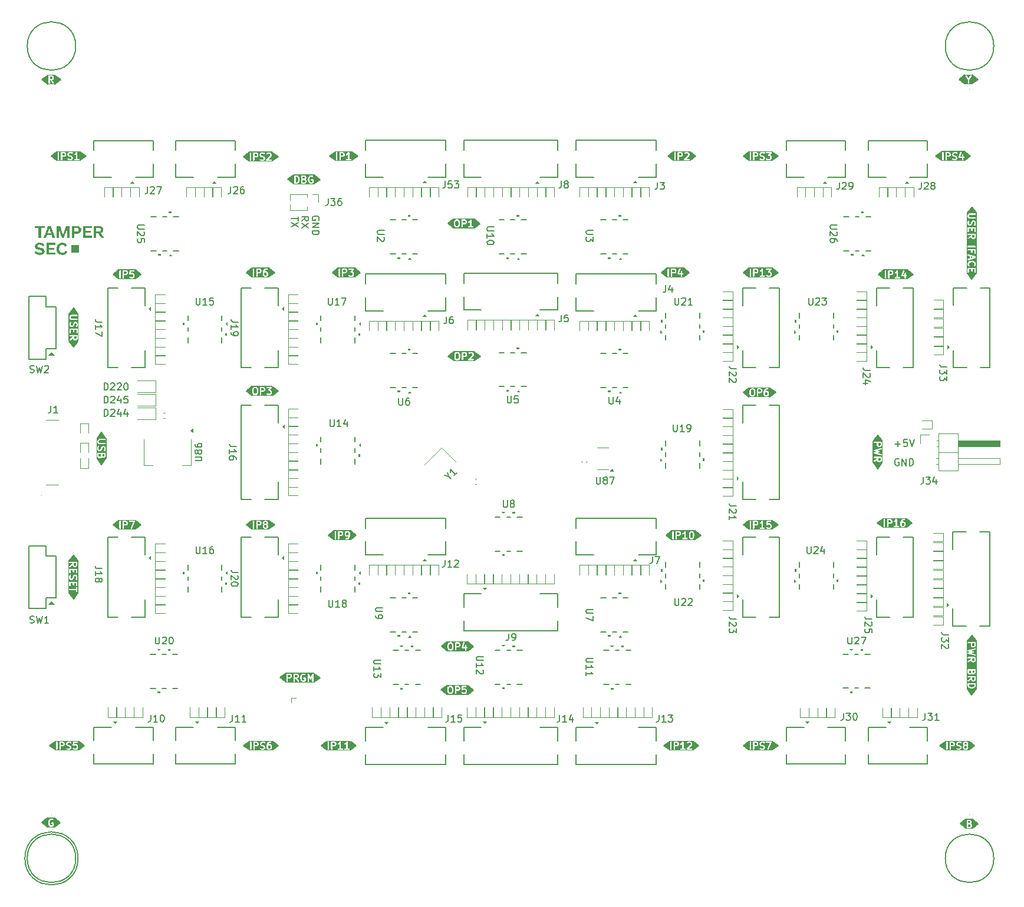
<source format=gbr>
%TF.GenerationSoftware,KiCad,Pcbnew,9.0.4*%
%TF.CreationDate,2025-08-20T10:27:04-06:00*%
%TF.ProjectId,cerberus,63657262-6572-4757-932e-6b696361645f,ERV A*%
%TF.SameCoordinates,Original*%
%TF.FileFunction,Legend,Top*%
%TF.FilePolarity,Positive*%
%FSLAX46Y46*%
G04 Gerber Fmt 4.6, Leading zero omitted, Abs format (unit mm)*
G04 Created by KiCad (PCBNEW 9.0.4) date 2025-08-20 10:27:04*
%MOMM*%
%LPD*%
G01*
G04 APERTURE LIST*
%ADD10C,0.153000*%
%ADD11C,0.200000*%
%ADD12C,0.150000*%
%ADD13C,0.120000*%
%ADD14C,0.100000*%
%ADD15C,0.152400*%
%ADD16C,0.000000*%
%ADD17C,0.152000*%
G04 APERTURE END LIST*
D10*
X108850000Y-134250000D02*
X108050000Y-133612857D01*
X108850000Y-133000000D01*
X108850000Y-134250000D01*
G36*
X108850000Y-134250000D02*
G01*
X108050000Y-133612857D01*
X108850000Y-133000000D01*
X108850000Y-134250000D01*
G37*
X208250000Y-49500000D02*
X207450000Y-48862857D01*
X208250000Y-48250000D01*
X208250000Y-49500000D01*
G36*
X208250000Y-49500000D02*
G01*
X207450000Y-48862857D01*
X208250000Y-48250000D01*
X208250000Y-49500000D01*
G37*
X184800000Y-101887143D02*
X184000000Y-102500000D01*
X184000000Y-101250000D01*
X184800000Y-101887143D01*
G36*
X184800000Y-101887143D02*
G01*
X184000000Y-102500000D01*
X184000000Y-101250000D01*
X184800000Y-101887143D01*
G37*
X169500000Y-104000000D02*
X168700000Y-103362857D01*
X169500000Y-102750000D01*
X169500000Y-104000000D01*
G36*
X169500000Y-104000000D02*
G01*
X168700000Y-103362857D01*
X169500000Y-102750000D01*
X169500000Y-104000000D01*
G37*
X79880597Y-38520132D02*
X79080597Y-37882989D01*
X79880597Y-37270132D01*
X79880597Y-38520132D01*
G36*
X79880597Y-38520132D02*
G01*
X79080597Y-37882989D01*
X79880597Y-37270132D01*
X79880597Y-38520132D01*
G37*
X204050000Y-101637143D02*
X203250000Y-102250000D01*
X203250000Y-101000000D01*
X204050000Y-101637143D01*
G36*
X204050000Y-101637143D02*
G01*
X203250000Y-102250000D01*
X203250000Y-101000000D01*
X204050000Y-101637143D01*
G37*
X124226770Y-103387143D02*
X123426770Y-104000000D01*
X123426770Y-102750000D01*
X124226770Y-103387143D01*
G36*
X124226770Y-103387143D02*
G01*
X123426770Y-104000000D01*
X123426770Y-102750000D01*
X124226770Y-103387143D01*
G37*
X213500000Y-37861454D02*
X212700000Y-38474311D01*
X212700000Y-37224311D01*
X213500000Y-37861454D01*
G36*
X213500000Y-37861454D02*
G01*
X212700000Y-38474311D01*
X212700000Y-37224311D01*
X213500000Y-37861454D01*
G37*
X199856474Y-102250000D02*
X199056474Y-101612857D01*
X199856474Y-101000000D01*
X199856474Y-102250000D01*
G36*
X199856474Y-102250000D02*
G01*
X199056474Y-101612857D01*
X199856474Y-101000000D01*
X199856474Y-102250000D01*
G37*
X83600000Y-112500000D02*
X82987143Y-111700000D01*
X84237143Y-111700000D01*
X83600000Y-112500000D01*
G36*
X83600000Y-112500000D02*
G01*
X82987143Y-111700000D01*
X84237143Y-111700000D01*
X83600000Y-112500000D01*
G37*
X84237143Y-107050000D02*
X82987143Y-107050000D01*
X83624286Y-106250000D01*
X84237143Y-107050000D01*
G36*
X84237143Y-107050000D02*
G01*
X82987143Y-107050000D01*
X83624286Y-106250000D01*
X84237143Y-107050000D01*
G37*
X93300000Y-101887143D02*
X92500000Y-102500000D01*
X92500000Y-101250000D01*
X93300000Y-101887143D01*
G36*
X93300000Y-101887143D02*
G01*
X92500000Y-102500000D01*
X92500000Y-101250000D01*
X93300000Y-101887143D01*
G37*
X180600000Y-49500000D02*
X179800000Y-48862857D01*
X180600000Y-48250000D01*
X180600000Y-49500000D01*
G36*
X180600000Y-49500000D02*
G01*
X179800000Y-48862857D01*
X180600000Y-48250000D01*
X180600000Y-49500000D01*
G37*
X119019829Y-52237143D02*
X118219829Y-52850000D01*
X118219829Y-51600000D01*
X119019829Y-52237143D01*
G36*
X119019829Y-52237143D02*
G01*
X118219829Y-52850000D01*
X118219829Y-51600000D01*
X119019829Y-52237143D01*
G37*
X184800000Y-65637143D02*
X184000000Y-66250000D01*
X184000000Y-65000000D01*
X184800000Y-65637143D01*
G36*
X184800000Y-65637143D02*
G01*
X184000000Y-66250000D01*
X184000000Y-65000000D01*
X184800000Y-65637143D01*
G37*
X109250000Y-66250000D02*
X108450000Y-65612857D01*
X109250000Y-65000000D01*
X109250000Y-66250000D01*
G36*
X109250000Y-66250000D02*
G01*
X108450000Y-65612857D01*
X109250000Y-65000000D01*
X109250000Y-66250000D01*
G37*
X215783325Y-33051227D02*
G75*
G02*
X208819131Y-33051227I-3482097J0D01*
G01*
X208819131Y-33051227D02*
G75*
G02*
X215783325Y-33051227I3482097J0D01*
G01*
X93300000Y-65887143D02*
X92500000Y-66500000D01*
X92500000Y-65250000D01*
X93300000Y-65887143D01*
G36*
X93300000Y-65887143D02*
G01*
X92500000Y-66500000D01*
X92500000Y-65250000D01*
X93300000Y-65887143D01*
G37*
X90073230Y-102500000D02*
X89273230Y-101862857D01*
X90073230Y-101250000D01*
X90073230Y-102500000D01*
G36*
X90073230Y-102500000D02*
G01*
X89273230Y-101862857D01*
X90073230Y-101250000D01*
X90073230Y-102500000D01*
G37*
X124426770Y-48887143D02*
X123626770Y-49500000D01*
X123626770Y-48250000D01*
X124426770Y-48887143D01*
G36*
X124426770Y-48887143D02*
G01*
X123626770Y-49500000D01*
X123626770Y-48250000D01*
X124426770Y-48887143D01*
G37*
X180606474Y-66250000D02*
X179806474Y-65612857D01*
X180606474Y-65000000D01*
X180606474Y-66250000D01*
G36*
X180606474Y-66250000D02*
G01*
X179806474Y-65612857D01*
X180606474Y-65000000D01*
X180606474Y-66250000D01*
G37*
X90073230Y-66500000D02*
X89273230Y-65862857D01*
X90073230Y-65250000D01*
X90073230Y-66500000D01*
G36*
X90073230Y-66500000D02*
G01*
X89273230Y-65862857D01*
X90073230Y-65250000D01*
X90073230Y-66500000D01*
G37*
X184800000Y-48887143D02*
X184000000Y-49500000D01*
X184000000Y-48250000D01*
X184800000Y-48887143D01*
G36*
X184800000Y-48887143D02*
G01*
X184000000Y-49500000D01*
X184000000Y-48250000D01*
X184800000Y-48887143D01*
G37*
X119000000Y-123891135D02*
X118200000Y-124503992D01*
X118200000Y-123253992D01*
X119000000Y-123891135D01*
G36*
X119000000Y-123891135D02*
G01*
X118200000Y-124503992D01*
X118200000Y-123253992D01*
X119000000Y-123891135D01*
G37*
X215783325Y-149826227D02*
G75*
G02*
X208819131Y-149826227I-3482097J0D01*
G01*
X208819131Y-149826227D02*
G75*
G02*
X215783325Y-149826227I3482097J0D01*
G01*
X81000000Y-134250000D02*
X80200000Y-133612857D01*
X81000000Y-133000000D01*
X81000000Y-134250000D01*
G36*
X81000000Y-134250000D02*
G01*
X80200000Y-133612857D01*
X81000000Y-133000000D01*
X81000000Y-134250000D01*
G37*
X172050000Y-65637143D02*
X171250000Y-66250000D01*
X171250000Y-65000000D01*
X172050000Y-65637143D01*
G36*
X172050000Y-65637143D02*
G01*
X171250000Y-66250000D01*
X171250000Y-65000000D01*
X172050000Y-65637143D01*
G37*
X211600000Y-38478184D02*
X210800000Y-37841041D01*
X211600000Y-37228184D01*
X211600000Y-38478184D01*
G36*
X211600000Y-38478184D02*
G01*
X210800000Y-37841041D01*
X211600000Y-37228184D01*
X211600000Y-38478184D01*
G37*
X213250000Y-57000000D02*
X212000000Y-57000000D01*
X212637143Y-56200000D01*
X213250000Y-57000000D01*
G36*
X213250000Y-57000000D02*
G01*
X212000000Y-57000000D01*
X212637143Y-56200000D01*
X213250000Y-57000000D01*
G37*
X85400000Y-48887143D02*
X84600000Y-49500000D01*
X84600000Y-48250000D01*
X85400000Y-48887143D01*
G36*
X85400000Y-48887143D02*
G01*
X84600000Y-49500000D01*
X84600000Y-48250000D01*
X85400000Y-48887143D01*
G37*
X173693526Y-103387143D02*
X172893526Y-104000000D01*
X172893526Y-102750000D01*
X173693526Y-103387143D01*
G36*
X173693526Y-103387143D02*
G01*
X172893526Y-104000000D01*
X172893526Y-102750000D01*
X173693526Y-103387143D01*
G37*
X212612857Y-126300000D02*
X212000000Y-125500000D01*
X213250000Y-125500000D01*
X212612857Y-126300000D01*
G36*
X212612857Y-126300000D02*
G01*
X212000000Y-125500000D01*
X213250000Y-125500000D01*
X212612857Y-126300000D01*
G37*
X121000000Y-104000000D02*
X120200000Y-103362857D01*
X121000000Y-102750000D01*
X121000000Y-104000000D01*
G36*
X121000000Y-104000000D02*
G01*
X120200000Y-103362857D01*
X121000000Y-102750000D01*
X121000000Y-104000000D01*
G37*
X113000000Y-48961482D02*
X112200000Y-49574339D01*
X112200000Y-48324339D01*
X113000000Y-48961482D01*
G36*
X113000000Y-48961482D02*
G01*
X112200000Y-49574339D01*
X112200000Y-48324339D01*
X113000000Y-48961482D01*
G37*
X168823230Y-66250000D02*
X168023230Y-65612857D01*
X168823230Y-65000000D01*
X168823230Y-66250000D01*
G36*
X168823230Y-66250000D02*
G01*
X168023230Y-65612857D01*
X168823230Y-65000000D01*
X168823230Y-66250000D01*
G37*
X81200000Y-49500000D02*
X80400000Y-48862857D01*
X81200000Y-48250000D01*
X81200000Y-49500000D01*
G36*
X81200000Y-49500000D02*
G01*
X80400000Y-48862857D01*
X81200000Y-48250000D01*
X81200000Y-49500000D01*
G37*
X213250000Y-118587143D02*
X212000000Y-118587143D01*
X212637143Y-117787143D01*
X213250000Y-118587143D01*
G36*
X213250000Y-118587143D02*
G01*
X212000000Y-118587143D01*
X212637143Y-117787143D01*
X213250000Y-118587143D01*
G37*
X121200000Y-49500000D02*
X120400000Y-48862857D01*
X121200000Y-48250000D01*
X121200000Y-49500000D01*
G36*
X121200000Y-49500000D02*
G01*
X120400000Y-48862857D01*
X121200000Y-48250000D01*
X121200000Y-49500000D01*
G37*
X138173230Y-59187143D02*
X137373230Y-58550000D01*
X138173230Y-57937143D01*
X138173230Y-59187143D01*
G36*
X138173230Y-59187143D02*
G01*
X137373230Y-58550000D01*
X138173230Y-57937143D01*
X138173230Y-59187143D01*
G37*
X84264345Y-149826227D02*
G75*
G02*
X76638111Y-149826227I-3813117J0D01*
G01*
X76638111Y-149826227D02*
G75*
G02*
X84264345Y-149826227I3813117J0D01*
G01*
X83933325Y-33051227D02*
G75*
G02*
X76969131Y-33051227I-3482097J0D01*
G01*
X76969131Y-33051227D02*
G75*
G02*
X83933325Y-33051227I3482097J0D01*
G01*
X114100000Y-124478278D02*
X113300000Y-123841135D01*
X114100000Y-123228278D01*
X114100000Y-124478278D01*
G36*
X114100000Y-124478278D02*
G01*
X113300000Y-123841135D01*
X114100000Y-123228278D01*
X114100000Y-124478278D01*
G37*
X84255014Y-71550000D02*
X83005014Y-71550000D01*
X83642157Y-70750000D01*
X84255014Y-71550000D01*
G36*
X84255014Y-71550000D02*
G01*
X83005014Y-71550000D01*
X83642157Y-70750000D01*
X84255014Y-71550000D01*
G37*
X184439264Y-82863492D02*
X183639264Y-83476349D01*
X183639264Y-82226349D01*
X184439264Y-82863492D01*
G36*
X184439264Y-82863492D02*
G01*
X183639264Y-83476349D01*
X183639264Y-82226349D01*
X184439264Y-82863492D01*
G37*
X211750000Y-145476305D02*
X210950000Y-144839162D01*
X211750000Y-144226305D01*
X211750000Y-145476305D01*
G36*
X211750000Y-145476305D02*
G01*
X210950000Y-144839162D01*
X211750000Y-144226305D01*
X211750000Y-145476305D01*
G37*
X208850000Y-134250000D02*
X208050000Y-133612857D01*
X208850000Y-133000000D01*
X208850000Y-134250000D01*
G36*
X208850000Y-134250000D02*
G01*
X208050000Y-133612857D01*
X208850000Y-133000000D01*
X208850000Y-134250000D01*
G37*
X180606474Y-102500000D02*
X179806474Y-101862857D01*
X180606474Y-101250000D01*
X180606474Y-102500000D01*
G36*
X180606474Y-102500000D02*
G01*
X179806474Y-101862857D01*
X180606474Y-101250000D01*
X180606474Y-102500000D01*
G37*
X112476770Y-65637143D02*
X111676770Y-66250000D01*
X111676770Y-65000000D01*
X112476770Y-65637143D01*
G36*
X112476770Y-65637143D02*
G01*
X111676770Y-66250000D01*
X111676770Y-65000000D01*
X112476770Y-65637143D01*
G37*
X113039264Y-82663492D02*
X112239264Y-83276349D01*
X112239264Y-82026349D01*
X113039264Y-82663492D01*
G36*
X113039264Y-82663492D02*
G01*
X112239264Y-83276349D01*
X112239264Y-82026349D01*
X113039264Y-82663492D01*
G37*
X88250000Y-89392499D02*
X87000000Y-89392499D01*
X87637143Y-88592499D01*
X88250000Y-89392499D01*
G36*
X88250000Y-89392499D02*
G01*
X87000000Y-89392499D01*
X87637143Y-88592499D01*
X88250000Y-89392499D01*
G37*
X115180171Y-52850000D02*
X114380171Y-52212857D01*
X115180171Y-51600000D01*
X115180171Y-52850000D01*
G36*
X115180171Y-52850000D02*
G01*
X114380171Y-52212857D01*
X115180171Y-51600000D01*
X115180171Y-52850000D01*
G37*
X120000000Y-134250000D02*
X119200000Y-133612857D01*
X120000000Y-133000000D01*
X120000000Y-134250000D01*
G36*
X120000000Y-134250000D02*
G01*
X119200000Y-133612857D01*
X120000000Y-133000000D01*
X120000000Y-134250000D01*
G37*
X79850000Y-145296850D02*
X79050000Y-144659707D01*
X79850000Y-144046850D01*
X79850000Y-145296850D01*
G36*
X79850000Y-145296850D02*
G01*
X79050000Y-144659707D01*
X79850000Y-144046850D01*
X79850000Y-145296850D01*
G37*
X81700000Y-144683993D02*
X80900000Y-145296850D01*
X80900000Y-144046850D01*
X81700000Y-144683993D01*
G36*
X81700000Y-144683993D02*
G01*
X80900000Y-145296850D01*
X80900000Y-144046850D01*
X81700000Y-144683993D01*
G37*
X184800000Y-133637143D02*
X184000000Y-134250000D01*
X184000000Y-133000000D01*
X184800000Y-133637143D01*
G36*
X184800000Y-133637143D02*
G01*
X184000000Y-134250000D01*
X184000000Y-133000000D01*
X184800000Y-133637143D01*
G37*
X81756281Y-37893931D02*
X80956281Y-38506788D01*
X80956281Y-37256788D01*
X81756281Y-37893931D01*
G36*
X81756281Y-37893931D02*
G01*
X80956281Y-38506788D01*
X80956281Y-37256788D01*
X81756281Y-37893931D01*
G37*
X142039264Y-77663492D02*
X141239264Y-78276349D01*
X141239264Y-77026349D01*
X142039264Y-77663492D01*
G36*
X142039264Y-77663492D02*
G01*
X141239264Y-78276349D01*
X141239264Y-77026349D01*
X142039264Y-77663492D01*
G37*
X124800000Y-65637143D02*
X124000000Y-66250000D01*
X124000000Y-65000000D01*
X124800000Y-65637143D01*
G36*
X124800000Y-65637143D02*
G01*
X124000000Y-66250000D01*
X124000000Y-65000000D01*
X124800000Y-65637143D01*
G37*
X169773230Y-49500000D02*
X168973230Y-48862857D01*
X169773230Y-48250000D01*
X169773230Y-49500000D01*
G36*
X169773230Y-49500000D02*
G01*
X168973230Y-48862857D01*
X169773230Y-48250000D01*
X169773230Y-49500000D01*
G37*
X121573230Y-66250000D02*
X120773230Y-65612857D01*
X121573230Y-65000000D01*
X121573230Y-66250000D01*
G36*
X121573230Y-66250000D02*
G01*
X120773230Y-65612857D01*
X121573230Y-65000000D01*
X121573230Y-66250000D01*
G37*
X138212494Y-78263492D02*
X137412494Y-77626349D01*
X138212494Y-77013492D01*
X138212494Y-78263492D01*
G36*
X138212494Y-78263492D02*
G01*
X137412494Y-77626349D01*
X138212494Y-77013492D01*
X138212494Y-78263492D01*
G37*
X180600000Y-134250000D02*
X179800000Y-133612857D01*
X180600000Y-133000000D01*
X180600000Y-134250000D01*
G36*
X180600000Y-134250000D02*
G01*
X179800000Y-133612857D01*
X180600000Y-133000000D01*
X180600000Y-134250000D01*
G37*
X83933325Y-149826227D02*
G75*
G02*
X76969131Y-149826227I-3482097J0D01*
G01*
X76969131Y-149826227D02*
G75*
G02*
X83933325Y-149826227I3482097J0D01*
G01*
X109212494Y-83263492D02*
X108412494Y-82626349D01*
X109212494Y-82013492D01*
X109212494Y-83263492D01*
G36*
X109212494Y-83263492D02*
G01*
X108412494Y-82626349D01*
X109212494Y-82013492D01*
X109212494Y-83263492D01*
G37*
X137251758Y-119987143D02*
X136451758Y-119350000D01*
X137251758Y-118737143D01*
X137251758Y-119987143D01*
G36*
X137251758Y-119987143D02*
G01*
X136451758Y-119350000D01*
X137251758Y-118737143D01*
X137251758Y-119987143D01*
G37*
X200000000Y-66500000D02*
X199200000Y-65862857D01*
X200000000Y-65250000D01*
X200000000Y-66500000D01*
G36*
X200000000Y-66500000D02*
G01*
X199200000Y-65862857D01*
X200000000Y-65250000D01*
X200000000Y-66500000D01*
G37*
X124193526Y-133637143D02*
X123393526Y-134250000D01*
X123393526Y-133000000D01*
X124193526Y-133637143D01*
G36*
X124193526Y-133637143D02*
G01*
X123393526Y-134250000D01*
X123393526Y-133000000D01*
X124193526Y-133637143D01*
G37*
X109250000Y-102500000D02*
X108450000Y-101862857D01*
X109250000Y-101250000D01*
X109250000Y-102500000D01*
G36*
X109250000Y-102500000D02*
G01*
X108450000Y-101862857D01*
X109250000Y-101250000D01*
X109250000Y-102500000D01*
G37*
X141050000Y-125637143D02*
X140250000Y-126250000D01*
X140250000Y-125000000D01*
X141050000Y-125637143D01*
G36*
X141050000Y-125637143D02*
G01*
X140250000Y-126250000D01*
X140250000Y-125000000D01*
X141050000Y-125637143D01*
G37*
X173000000Y-48887143D02*
X172200000Y-49500000D01*
X172200000Y-48250000D01*
X173000000Y-48887143D01*
G36*
X173000000Y-48887143D02*
G01*
X172200000Y-49500000D01*
X172200000Y-48250000D01*
X173000000Y-48887143D01*
G37*
X141078528Y-119387143D02*
X140278528Y-120000000D01*
X140278528Y-118750000D01*
X141078528Y-119387143D01*
G36*
X141078528Y-119387143D02*
G01*
X140278528Y-120000000D01*
X140278528Y-118750000D01*
X141078528Y-119387143D01*
G37*
X180612494Y-83463492D02*
X179812494Y-82826349D01*
X180612494Y-82213492D01*
X180612494Y-83463492D01*
G36*
X180612494Y-83463492D02*
G01*
X179812494Y-82826349D01*
X180612494Y-82213492D01*
X180612494Y-83463492D01*
G37*
X199112857Y-93800000D02*
X198500000Y-93000000D01*
X199750000Y-93000000D01*
X199112857Y-93800000D01*
G36*
X199112857Y-93800000D02*
G01*
X198500000Y-93000000D01*
X199750000Y-93000000D01*
X199112857Y-93800000D01*
G37*
X199750000Y-89800000D02*
X198500000Y-89800000D01*
X199137143Y-89000000D01*
X199750000Y-89800000D01*
G36*
X199750000Y-89800000D02*
G01*
X198500000Y-89800000D01*
X199137143Y-89000000D01*
X199750000Y-89800000D01*
G37*
X137223230Y-126237143D02*
X136423230Y-125600000D01*
X137223230Y-124987143D01*
X137223230Y-126237143D01*
G36*
X137223230Y-126237143D02*
G01*
X136423230Y-125600000D01*
X137223230Y-124987143D01*
X137223230Y-126237143D01*
G37*
X112476770Y-101887143D02*
X111676770Y-102500000D01*
X111676770Y-101250000D01*
X112476770Y-101887143D01*
G36*
X112476770Y-101887143D02*
G01*
X111676770Y-102500000D01*
X111676770Y-101250000D01*
X112476770Y-101887143D01*
G37*
X108800000Y-49574339D02*
X108000000Y-48937196D01*
X108800000Y-48324339D01*
X108800000Y-49574339D01*
G36*
X108800000Y-49574339D02*
G01*
X108000000Y-48937196D01*
X108800000Y-48324339D01*
X108800000Y-49574339D01*
G37*
X113050000Y-133637143D02*
X112250000Y-134250000D01*
X112250000Y-133000000D01*
X113050000Y-133637143D01*
G36*
X113050000Y-133637143D02*
G01*
X112250000Y-134250000D01*
X112250000Y-133000000D01*
X113050000Y-133637143D01*
G37*
X142000000Y-58587143D02*
X141200000Y-59200000D01*
X141200000Y-57950000D01*
X142000000Y-58587143D01*
G36*
X142000000Y-58587143D02*
G01*
X141200000Y-59200000D01*
X141200000Y-57950000D01*
X142000000Y-58587143D01*
G37*
X212450000Y-48887143D02*
X211650000Y-49500000D01*
X211650000Y-48250000D01*
X212450000Y-48887143D01*
G36*
X212450000Y-48887143D02*
G01*
X211650000Y-49500000D01*
X211650000Y-48250000D01*
X212450000Y-48887143D01*
G37*
X213050000Y-133637143D02*
X212250000Y-134250000D01*
X212250000Y-133000000D01*
X213050000Y-133637143D01*
G36*
X213050000Y-133637143D02*
G01*
X212250000Y-134250000D01*
X212250000Y-133000000D01*
X213050000Y-133637143D01*
G37*
X204193526Y-65887143D02*
X203393526Y-66500000D01*
X203393526Y-65250000D01*
X204193526Y-65887143D01*
G36*
X204193526Y-65887143D02*
G01*
X203393526Y-66500000D01*
X203393526Y-65250000D01*
X204193526Y-65887143D01*
G37*
X87612857Y-93200000D02*
X87000000Y-92400000D01*
X88250000Y-92400000D01*
X87612857Y-93200000D01*
G36*
X87612857Y-93200000D02*
G01*
X87000000Y-92400000D01*
X88250000Y-92400000D01*
X87612857Y-93200000D01*
G37*
X212612857Y-66562857D02*
X212000000Y-65762857D01*
X213250000Y-65762857D01*
X212612857Y-66562857D01*
G36*
X212612857Y-66562857D02*
G01*
X212000000Y-65762857D01*
X213250000Y-65762857D01*
X212612857Y-66562857D01*
G37*
X173400000Y-133637143D02*
X172600000Y-134250000D01*
X172600000Y-133000000D01*
X173400000Y-133637143D01*
G36*
X173400000Y-133637143D02*
G01*
X172600000Y-134250000D01*
X172600000Y-133000000D01*
X173400000Y-133637143D01*
G37*
X169206474Y-134250000D02*
X168406474Y-133612857D01*
X169206474Y-133000000D01*
X169206474Y-134250000D01*
G36*
X169206474Y-134250000D02*
G01*
X168406474Y-133612857D01*
X169206474Y-133000000D01*
X169206474Y-134250000D01*
G37*
X83617871Y-76300000D02*
X83005014Y-75500000D01*
X84255014Y-75500000D01*
X83617871Y-76300000D01*
G36*
X83617871Y-76300000D02*
G01*
X83005014Y-75500000D01*
X84255014Y-75500000D01*
X83617871Y-76300000D01*
G37*
X213550000Y-144847243D02*
X212750000Y-145460100D01*
X212750000Y-144210100D01*
X213550000Y-144847243D01*
G36*
X213550000Y-144847243D02*
G01*
X212750000Y-145460100D01*
X212750000Y-144210100D01*
X213550000Y-144847243D01*
G37*
X85200000Y-133637143D02*
X84400000Y-134250000D01*
X84400000Y-133000000D01*
X85200000Y-133637143D01*
G36*
X85200000Y-133637143D02*
G01*
X84400000Y-134250000D01*
X84400000Y-133000000D01*
X85200000Y-133637143D01*
G37*
D11*
G36*
X138809856Y-58184166D02*
G01*
X138874035Y-58248345D01*
X138911950Y-58400004D01*
X138911950Y-58708718D01*
X138874034Y-58860378D01*
X138809858Y-58924556D01*
X138750248Y-58954362D01*
X138606986Y-58954362D01*
X138547376Y-58924557D01*
X138483199Y-58860379D01*
X138445284Y-58708718D01*
X138445284Y-58400005D01*
X138483199Y-58248345D01*
X138547378Y-58184166D01*
X138606986Y-58154362D01*
X138750248Y-58154362D01*
X138809856Y-58184166D01*
G37*
G36*
X139857476Y-58184167D02*
G01*
X139882145Y-58208835D01*
X139911950Y-58268445D01*
X139911950Y-58364088D01*
X139882145Y-58423697D01*
X139857476Y-58448365D01*
X139797867Y-58478171D01*
X139540522Y-58478171D01*
X139540522Y-58154362D01*
X139797867Y-58154362D01*
X139857476Y-58184167D01*
G37*
G36*
X141173521Y-59265473D02*
G01*
X138134173Y-59265473D01*
X138134173Y-58387695D01*
X138245284Y-58387695D01*
X138245284Y-58721028D01*
X138245619Y-58724430D01*
X138245402Y-58725889D01*
X138246481Y-58733186D01*
X138247205Y-58740537D01*
X138247769Y-58741900D01*
X138248270Y-58745282D01*
X138295889Y-58935757D01*
X138302484Y-58954218D01*
X138306909Y-58960190D01*
X138309755Y-58967061D01*
X138322192Y-58982214D01*
X138417430Y-59077454D01*
X138425098Y-59083747D01*
X138426829Y-59085743D01*
X138429836Y-59087636D01*
X138432583Y-59089890D01*
X138435023Y-59090900D01*
X138443420Y-59096186D01*
X138538657Y-59143805D01*
X138556966Y-59150811D01*
X138560549Y-59151065D01*
X138563870Y-59152441D01*
X138583379Y-59154362D01*
X138773855Y-59154362D01*
X138793364Y-59152441D01*
X138796684Y-59151065D01*
X138800268Y-59150811D01*
X138818576Y-59143805D01*
X138913814Y-59096186D01*
X138922209Y-59090901D01*
X138924651Y-59089890D01*
X138927398Y-59087634D01*
X138930404Y-59085743D01*
X138932134Y-59083748D01*
X138939804Y-59077453D01*
X139035042Y-58982214D01*
X139047479Y-58967061D01*
X139050324Y-58960190D01*
X139054750Y-58954218D01*
X139061345Y-58935758D01*
X139108964Y-58745282D01*
X139109464Y-58741900D01*
X139110029Y-58740537D01*
X139110752Y-58733186D01*
X139111832Y-58725889D01*
X139111614Y-58724430D01*
X139111950Y-58721028D01*
X139111950Y-58387695D01*
X139111614Y-58384292D01*
X139111832Y-58382834D01*
X139110752Y-58375536D01*
X139110029Y-58368186D01*
X139109464Y-58366822D01*
X139108964Y-58363441D01*
X139061345Y-58172965D01*
X139054750Y-58154505D01*
X139050323Y-58148530D01*
X139047478Y-58141662D01*
X139035042Y-58126508D01*
X138962896Y-58054362D01*
X139340522Y-58054362D01*
X139340522Y-59054362D01*
X139342443Y-59073871D01*
X139357375Y-59109919D01*
X139384965Y-59137509D01*
X139421013Y-59152441D01*
X139460031Y-59152441D01*
X139496079Y-59137509D01*
X139523669Y-59109919D01*
X139538601Y-59073871D01*
X139540522Y-59054362D01*
X139540522Y-58678171D01*
X139821474Y-58678171D01*
X139840983Y-58676250D01*
X139844303Y-58674874D01*
X139847887Y-58674620D01*
X139866195Y-58667614D01*
X139961433Y-58619995D01*
X139969829Y-58614709D01*
X139972269Y-58613699D01*
X139975015Y-58611445D01*
X139978023Y-58609552D01*
X139979752Y-58607557D01*
X139987423Y-58601263D01*
X140035041Y-58553644D01*
X140041333Y-58545977D01*
X140043331Y-58544245D01*
X140045224Y-58541236D01*
X140047478Y-58538491D01*
X140048488Y-58536050D01*
X140053774Y-58527654D01*
X140101393Y-58432417D01*
X140108399Y-58414108D01*
X140108653Y-58410524D01*
X140110029Y-58407204D01*
X140111950Y-58387695D01*
X140111950Y-58327569D01*
X140293688Y-58327569D01*
X140296454Y-58366489D01*
X140313903Y-58401388D01*
X140343380Y-58426952D01*
X140380396Y-58439291D01*
X140419316Y-58436525D01*
X140437624Y-58429519D01*
X140532862Y-58381900D01*
X140541258Y-58376614D01*
X140543698Y-58375604D01*
X140546444Y-58373350D01*
X140549452Y-58371457D01*
X140551181Y-58369462D01*
X140558852Y-58363168D01*
X140578617Y-58343403D01*
X140578617Y-58954362D01*
X140392903Y-58954362D01*
X140373394Y-58956283D01*
X140337346Y-58971215D01*
X140309756Y-58998805D01*
X140294824Y-59034853D01*
X140294824Y-59073871D01*
X140309756Y-59109919D01*
X140337346Y-59137509D01*
X140373394Y-59152441D01*
X140392903Y-59154362D01*
X140964331Y-59154362D01*
X140983840Y-59152441D01*
X141019888Y-59137509D01*
X141047478Y-59109919D01*
X141062410Y-59073871D01*
X141062410Y-59034853D01*
X141047478Y-58998805D01*
X141019888Y-58971215D01*
X140983840Y-58956283D01*
X140964331Y-58954362D01*
X140778617Y-58954362D01*
X140778617Y-58054362D01*
X140778610Y-58054291D01*
X140778617Y-58054257D01*
X140778596Y-58054155D01*
X140776696Y-58034853D01*
X140772906Y-58025704D01*
X140770965Y-58015997D01*
X140765513Y-58007856D01*
X140761764Y-57998805D01*
X140754764Y-57991805D01*
X140749254Y-57983577D01*
X140741099Y-57978140D01*
X140734174Y-57971215D01*
X140725030Y-57967427D01*
X140716789Y-57961933D01*
X140707175Y-57960031D01*
X140698126Y-57956283D01*
X140688225Y-57956283D01*
X140678513Y-57954362D01*
X140668908Y-57956283D01*
X140659108Y-57956283D01*
X140649959Y-57960072D01*
X140640252Y-57962014D01*
X140632111Y-57967465D01*
X140623060Y-57971215D01*
X140616060Y-57978214D01*
X140607832Y-57983725D01*
X140595543Y-57998731D01*
X140595470Y-57998805D01*
X140595456Y-57998837D01*
X140595412Y-57998892D01*
X140505668Y-58133508D01*
X140428904Y-58210271D01*
X140348182Y-58250633D01*
X140331591Y-58261076D01*
X140306027Y-58290553D01*
X140293688Y-58327569D01*
X140111950Y-58327569D01*
X140111950Y-58244838D01*
X140110029Y-58225329D01*
X140108653Y-58222008D01*
X140108399Y-58218425D01*
X140101393Y-58200116D01*
X140053774Y-58104879D01*
X140048488Y-58096482D01*
X140047478Y-58094042D01*
X140045224Y-58091296D01*
X140043331Y-58088288D01*
X140041333Y-58086555D01*
X140035041Y-58078889D01*
X139987423Y-58031270D01*
X139979752Y-58024975D01*
X139978023Y-58022981D01*
X139975015Y-58021087D01*
X139972269Y-58018834D01*
X139969829Y-58017823D01*
X139961433Y-58012538D01*
X139866195Y-57964919D01*
X139847887Y-57957913D01*
X139844303Y-57957658D01*
X139840983Y-57956283D01*
X139821474Y-57954362D01*
X139440522Y-57954362D01*
X139421013Y-57956283D01*
X139384965Y-57971215D01*
X139357375Y-57998805D01*
X139342443Y-58034853D01*
X139340522Y-58054362D01*
X138962896Y-58054362D01*
X138939804Y-58031270D01*
X138932133Y-58024975D01*
X138930404Y-58022981D01*
X138927396Y-58021087D01*
X138924650Y-58018834D01*
X138922210Y-58017823D01*
X138913814Y-58012538D01*
X138818576Y-57964919D01*
X138800268Y-57957913D01*
X138796684Y-57957658D01*
X138793364Y-57956283D01*
X138773855Y-57954362D01*
X138583379Y-57954362D01*
X138563870Y-57956283D01*
X138560549Y-57957658D01*
X138556966Y-57957913D01*
X138538657Y-57964919D01*
X138443420Y-58012538D01*
X138435021Y-58017824D01*
X138432584Y-58018834D01*
X138429840Y-58021085D01*
X138426829Y-58022981D01*
X138425096Y-58024978D01*
X138417430Y-58031270D01*
X138322192Y-58126508D01*
X138309756Y-58141662D01*
X138306910Y-58148530D01*
X138302484Y-58154505D01*
X138295889Y-58172966D01*
X138248270Y-58363441D01*
X138247769Y-58366822D01*
X138247205Y-58368186D01*
X138246481Y-58375536D01*
X138245402Y-58382834D01*
X138245619Y-58384292D01*
X138245284Y-58387695D01*
X138134173Y-58387695D01*
X138134173Y-57843251D01*
X141173521Y-57843251D01*
X141173521Y-59265473D01*
G37*
G36*
X82112817Y-133247024D02*
G01*
X82137486Y-133271692D01*
X82167291Y-133331302D01*
X82167291Y-133426945D01*
X82137486Y-133486554D01*
X82112817Y-133511222D01*
X82053208Y-133541028D01*
X81795863Y-133541028D01*
X81795863Y-133217219D01*
X82053208Y-133217219D01*
X82112817Y-133247024D01*
G37*
G36*
X84383164Y-134328330D02*
G01*
X81008562Y-134328330D01*
X81008562Y-133117219D01*
X81119673Y-133117219D01*
X81119673Y-134117219D01*
X81121594Y-134136728D01*
X81136526Y-134172776D01*
X81164116Y-134200366D01*
X81200164Y-134215298D01*
X81239182Y-134215298D01*
X81275230Y-134200366D01*
X81302820Y-134172776D01*
X81317752Y-134136728D01*
X81319673Y-134117219D01*
X81319673Y-133117219D01*
X81595863Y-133117219D01*
X81595863Y-134117219D01*
X81597784Y-134136728D01*
X81612716Y-134172776D01*
X81640306Y-134200366D01*
X81676354Y-134215298D01*
X81715372Y-134215298D01*
X81751420Y-134200366D01*
X81779010Y-134172776D01*
X81793942Y-134136728D01*
X81795863Y-134117219D01*
X81795863Y-133741028D01*
X82076815Y-133741028D01*
X82096324Y-133739107D01*
X82099644Y-133737731D01*
X82103228Y-133737477D01*
X82121536Y-133730471D01*
X82216774Y-133682852D01*
X82225170Y-133677566D01*
X82227610Y-133676556D01*
X82230356Y-133674302D01*
X82233364Y-133672409D01*
X82235093Y-133670414D01*
X82242764Y-133664120D01*
X82290382Y-133616501D01*
X82296674Y-133608834D01*
X82298672Y-133607102D01*
X82300565Y-133604093D01*
X82302819Y-133601348D01*
X82303829Y-133598907D01*
X82309115Y-133590511D01*
X82356734Y-133495274D01*
X82363740Y-133476965D01*
X82363994Y-133473381D01*
X82365370Y-133470061D01*
X82367291Y-133450552D01*
X82367291Y-133307695D01*
X82548244Y-133307695D01*
X82548244Y-133402933D01*
X82550165Y-133422442D01*
X82551540Y-133425762D01*
X82551795Y-133429346D01*
X82558801Y-133447654D01*
X82606420Y-133542892D01*
X82611705Y-133551288D01*
X82612716Y-133553728D01*
X82614969Y-133556474D01*
X82616863Y-133559482D01*
X82618857Y-133561211D01*
X82625152Y-133568882D01*
X82672771Y-133616500D01*
X82680437Y-133622792D01*
X82682170Y-133624790D01*
X82685178Y-133626683D01*
X82687924Y-133628937D01*
X82690364Y-133629947D01*
X82698761Y-133635233D01*
X82793998Y-133682852D01*
X82795426Y-133683398D01*
X82796006Y-133683828D01*
X82804182Y-133686749D01*
X82812307Y-133689858D01*
X82813027Y-133689909D01*
X82814466Y-133690423D01*
X82994291Y-133735379D01*
X83065198Y-133770833D01*
X83089867Y-133795501D01*
X83119672Y-133855111D01*
X83119672Y-133903135D01*
X83089867Y-133962743D01*
X83065198Y-133987413D01*
X83005589Y-134017219D01*
X82807327Y-134017219D01*
X82679867Y-133974732D01*
X82660751Y-133970385D01*
X82621831Y-133973151D01*
X82586932Y-133990601D01*
X82561367Y-134020077D01*
X82549029Y-134057093D01*
X82551795Y-134096013D01*
X82569245Y-134130912D01*
X82598721Y-134156477D01*
X82616621Y-134164468D01*
X82759478Y-134212087D01*
X82769150Y-134214286D01*
X82771592Y-134215298D01*
X82775129Y-134215646D01*
X82778593Y-134216434D01*
X82781227Y-134216246D01*
X82791101Y-134217219D01*
X83029196Y-134217219D01*
X83048705Y-134215298D01*
X83052025Y-134213922D01*
X83055609Y-134213668D01*
X83073917Y-134206662D01*
X83169155Y-134159043D01*
X83177550Y-134153758D01*
X83179992Y-134152747D01*
X83182739Y-134150491D01*
X83185745Y-134148600D01*
X83187475Y-134146605D01*
X83195145Y-134140310D01*
X83242764Y-134092690D01*
X83249056Y-134085023D01*
X83251053Y-134083292D01*
X83252946Y-134080284D01*
X83255201Y-134077537D01*
X83256212Y-134075095D01*
X83261496Y-134066701D01*
X83309115Y-133971464D01*
X83316121Y-133953155D01*
X83316375Y-133949571D01*
X83317751Y-133946251D01*
X83319672Y-133926742D01*
X83319672Y-133831504D01*
X83317751Y-133811995D01*
X83316375Y-133808674D01*
X83316121Y-133805091D01*
X83309115Y-133786782D01*
X83261496Y-133691545D01*
X83256210Y-133683148D01*
X83255200Y-133680708D01*
X83252946Y-133677962D01*
X83251053Y-133674954D01*
X83249055Y-133673221D01*
X83242763Y-133665555D01*
X83195145Y-133617936D01*
X83187474Y-133611641D01*
X83185745Y-133609647D01*
X83182737Y-133607753D01*
X83179991Y-133605500D01*
X83177551Y-133604489D01*
X83175284Y-133603062D01*
X83501092Y-133603062D01*
X83502546Y-133607880D01*
X83502546Y-133612918D01*
X83508142Y-133626427D01*
X83512363Y-133640417D01*
X83515550Y-133644313D01*
X83517478Y-133648966D01*
X83527814Y-133659302D01*
X83537070Y-133670615D01*
X83541507Y-133672995D01*
X83545068Y-133676556D01*
X83558573Y-133682150D01*
X83571454Y-133689060D01*
X83576463Y-133689560D01*
X83581116Y-133691488D01*
X83595737Y-133691488D01*
X83610278Y-133692942D01*
X83615097Y-133691488D01*
X83620134Y-133691488D01*
X83633643Y-133685891D01*
X83647633Y-133681671D01*
X83651529Y-133678483D01*
X83656182Y-133676556D01*
X83671336Y-133664120D01*
X83707479Y-133627975D01*
X83767089Y-133598171D01*
X83957970Y-133598171D01*
X84017579Y-133627976D01*
X84042248Y-133652644D01*
X84072053Y-133712254D01*
X84072053Y-133903135D01*
X84042248Y-133962743D01*
X84017579Y-133987413D01*
X83957970Y-134017219D01*
X83767089Y-134017219D01*
X83707479Y-133987414D01*
X83671336Y-133951270D01*
X83656183Y-133938833D01*
X83620135Y-133923902D01*
X83581117Y-133923901D01*
X83545068Y-133938832D01*
X83517478Y-133966422D01*
X83502547Y-134002470D01*
X83502546Y-134041488D01*
X83517477Y-134077537D01*
X83529914Y-134092690D01*
X83577532Y-134140310D01*
X83585200Y-134146603D01*
X83586932Y-134148600D01*
X83589940Y-134150493D01*
X83592686Y-134152747D01*
X83595126Y-134153757D01*
X83603523Y-134159043D01*
X83698760Y-134206662D01*
X83717069Y-134213668D01*
X83720652Y-134213922D01*
X83723973Y-134215298D01*
X83743482Y-134217219D01*
X83981577Y-134217219D01*
X84001086Y-134215298D01*
X84004406Y-134213922D01*
X84007990Y-134213668D01*
X84026298Y-134206662D01*
X84121536Y-134159043D01*
X84129931Y-134153758D01*
X84132373Y-134152747D01*
X84135120Y-134150491D01*
X84138126Y-134148600D01*
X84139856Y-134146605D01*
X84147526Y-134140310D01*
X84195145Y-134092690D01*
X84201437Y-134085023D01*
X84203434Y-134083292D01*
X84205327Y-134080284D01*
X84207582Y-134077537D01*
X84208593Y-134075095D01*
X84213877Y-134066701D01*
X84261496Y-133971464D01*
X84268502Y-133953155D01*
X84268756Y-133949571D01*
X84270132Y-133946251D01*
X84272053Y-133926742D01*
X84272053Y-133688647D01*
X84270132Y-133669138D01*
X84268756Y-133665817D01*
X84268502Y-133662234D01*
X84261496Y-133643925D01*
X84213877Y-133548688D01*
X84208591Y-133540291D01*
X84207581Y-133537851D01*
X84205327Y-133535105D01*
X84203434Y-133532097D01*
X84201436Y-133530364D01*
X84195144Y-133522698D01*
X84147526Y-133475079D01*
X84139855Y-133468784D01*
X84138126Y-133466790D01*
X84135118Y-133464896D01*
X84132372Y-133462643D01*
X84129932Y-133461632D01*
X84121536Y-133456347D01*
X84026298Y-133408728D01*
X84007990Y-133401722D01*
X84004406Y-133401467D01*
X84001086Y-133400092D01*
X83981577Y-133398171D01*
X83743482Y-133398171D01*
X83723973Y-133400092D01*
X83720652Y-133401467D01*
X83720315Y-133401491D01*
X83738743Y-133217219D01*
X84124434Y-133217219D01*
X84143943Y-133215298D01*
X84179991Y-133200366D01*
X84207581Y-133172776D01*
X84222513Y-133136728D01*
X84222513Y-133097710D01*
X84207581Y-133061662D01*
X84179991Y-133034072D01*
X84143943Y-133019140D01*
X84124434Y-133017219D01*
X83648244Y-133017219D01*
X83641027Y-133017929D01*
X83638591Y-133017686D01*
X83636212Y-133018403D01*
X83628735Y-133019140D01*
X83615225Y-133024736D01*
X83601236Y-133028957D01*
X83597339Y-133032144D01*
X83592687Y-133034072D01*
X83582350Y-133044408D01*
X83571038Y-133053664D01*
X83568657Y-133058101D01*
X83565097Y-133061662D01*
X83559502Y-133075167D01*
X83552593Y-133088048D01*
X83551116Y-133095412D01*
X83550165Y-133097710D01*
X83550165Y-133100160D01*
X83548740Y-133107269D01*
X83501121Y-133583459D01*
X83501092Y-133603062D01*
X83175284Y-133603062D01*
X83169155Y-133599204D01*
X83073917Y-133551585D01*
X83072490Y-133551039D01*
X83071910Y-133550609D01*
X83063733Y-133547687D01*
X83055609Y-133544579D01*
X83054886Y-133544527D01*
X83053449Y-133544014D01*
X82873624Y-133499057D01*
X82802717Y-133463604D01*
X82778049Y-133438935D01*
X82748244Y-133379325D01*
X82748244Y-133331302D01*
X82778049Y-133271692D01*
X82802717Y-133247023D01*
X82862327Y-133217219D01*
X83060588Y-133217219D01*
X83188049Y-133259706D01*
X83207164Y-133264053D01*
X83246084Y-133261287D01*
X83280983Y-133243837D01*
X83306548Y-133214361D01*
X83318887Y-133177345D01*
X83316120Y-133138425D01*
X83298671Y-133103526D01*
X83269195Y-133077961D01*
X83251294Y-133069970D01*
X83108438Y-133022351D01*
X83098766Y-133020151D01*
X83096324Y-133019140D01*
X83092785Y-133018791D01*
X83089322Y-133018004D01*
X83086688Y-133018191D01*
X83076815Y-133017219D01*
X82838720Y-133017219D01*
X82819211Y-133019140D01*
X82815890Y-133020515D01*
X82812307Y-133020770D01*
X82793998Y-133027776D01*
X82698761Y-133075395D01*
X82690364Y-133080680D01*
X82687924Y-133081691D01*
X82685178Y-133083944D01*
X82682170Y-133085838D01*
X82680437Y-133087835D01*
X82672771Y-133094128D01*
X82625152Y-133141746D01*
X82618857Y-133149416D01*
X82616863Y-133151146D01*
X82614969Y-133154153D01*
X82612716Y-133156900D01*
X82611705Y-133159339D01*
X82606420Y-133167736D01*
X82558801Y-133262974D01*
X82551795Y-133281282D01*
X82551540Y-133284865D01*
X82550165Y-133288186D01*
X82548244Y-133307695D01*
X82367291Y-133307695D01*
X82365370Y-133288186D01*
X82363994Y-133284865D01*
X82363740Y-133281282D01*
X82356734Y-133262973D01*
X82309115Y-133167736D01*
X82303829Y-133159339D01*
X82302819Y-133156899D01*
X82300565Y-133154153D01*
X82298672Y-133151145D01*
X82296674Y-133149412D01*
X82290382Y-133141746D01*
X82242764Y-133094127D01*
X82235093Y-133087832D01*
X82233364Y-133085838D01*
X82230356Y-133083944D01*
X82227610Y-133081691D01*
X82225170Y-133080680D01*
X82216774Y-133075395D01*
X82121536Y-133027776D01*
X82103228Y-133020770D01*
X82099644Y-133020515D01*
X82096324Y-133019140D01*
X82076815Y-133017219D01*
X81695863Y-133017219D01*
X81676354Y-133019140D01*
X81640306Y-133034072D01*
X81612716Y-133061662D01*
X81597784Y-133097710D01*
X81595863Y-133117219D01*
X81319673Y-133117219D01*
X81317752Y-133097710D01*
X81302820Y-133061662D01*
X81275230Y-133034072D01*
X81239182Y-133019140D01*
X81200164Y-133019140D01*
X81164116Y-133034072D01*
X81136526Y-133061662D01*
X81121594Y-133097710D01*
X81119673Y-133117219D01*
X81008562Y-133117219D01*
X81008562Y-132906108D01*
X84383164Y-132906108D01*
X84383164Y-134328330D01*
G37*
G36*
X181249120Y-82460515D02*
G01*
X181313299Y-82524694D01*
X181351214Y-82676353D01*
X181351214Y-82985067D01*
X181313298Y-83136727D01*
X181249122Y-83200905D01*
X181189512Y-83230711D01*
X181046250Y-83230711D01*
X180986640Y-83200906D01*
X180922463Y-83136728D01*
X180884548Y-82985067D01*
X180884548Y-82676354D01*
X180922463Y-82524694D01*
X180986642Y-82460515D01*
X181046250Y-82430711D01*
X181189512Y-82430711D01*
X181249120Y-82460515D01*
G37*
G36*
X183249121Y-82841468D02*
G01*
X183273790Y-82866136D01*
X183303595Y-82925746D01*
X183303595Y-83116627D01*
X183273790Y-83176235D01*
X183249121Y-83200905D01*
X183189512Y-83230711D01*
X183046250Y-83230711D01*
X182986640Y-83200906D01*
X182961973Y-83176238D01*
X182932167Y-83116626D01*
X182932167Y-82925746D01*
X182961972Y-82866136D01*
X182986640Y-82841467D01*
X183046250Y-82811663D01*
X183189512Y-82811663D01*
X183249121Y-82841468D01*
G37*
G36*
X182296740Y-82460516D02*
G01*
X182321409Y-82485184D01*
X182351214Y-82544794D01*
X182351214Y-82640437D01*
X182321409Y-82700046D01*
X182296740Y-82724714D01*
X182237131Y-82754520D01*
X181979786Y-82754520D01*
X181979786Y-82430711D01*
X182237131Y-82430711D01*
X182296740Y-82460516D01*
G37*
G36*
X183614706Y-83541822D02*
G01*
X180573437Y-83541822D01*
X180573437Y-82664044D01*
X180684548Y-82664044D01*
X180684548Y-82997377D01*
X180684883Y-83000779D01*
X180684666Y-83002238D01*
X180685745Y-83009535D01*
X180686469Y-83016886D01*
X180687033Y-83018249D01*
X180687534Y-83021631D01*
X180735153Y-83212106D01*
X180741748Y-83230567D01*
X180746173Y-83236539D01*
X180749019Y-83243410D01*
X180761456Y-83258563D01*
X180856694Y-83353803D01*
X180864362Y-83360096D01*
X180866093Y-83362092D01*
X180869100Y-83363985D01*
X180871847Y-83366239D01*
X180874287Y-83367249D01*
X180882684Y-83372535D01*
X180977921Y-83420154D01*
X180996230Y-83427160D01*
X180999813Y-83427414D01*
X181003134Y-83428790D01*
X181022643Y-83430711D01*
X181213119Y-83430711D01*
X181232628Y-83428790D01*
X181235948Y-83427414D01*
X181239532Y-83427160D01*
X181257840Y-83420154D01*
X181353078Y-83372535D01*
X181361473Y-83367250D01*
X181363915Y-83366239D01*
X181366662Y-83363983D01*
X181369668Y-83362092D01*
X181371398Y-83360097D01*
X181379068Y-83353802D01*
X181474306Y-83258563D01*
X181486743Y-83243410D01*
X181489588Y-83236539D01*
X181494014Y-83230567D01*
X181500609Y-83212107D01*
X181548228Y-83021631D01*
X181548728Y-83018249D01*
X181549293Y-83016886D01*
X181550016Y-83009535D01*
X181551096Y-83002238D01*
X181550878Y-83000779D01*
X181551214Y-82997377D01*
X181551214Y-82664044D01*
X181550878Y-82660641D01*
X181551096Y-82659183D01*
X181550016Y-82651885D01*
X181549293Y-82644535D01*
X181548728Y-82643171D01*
X181548228Y-82639790D01*
X181500609Y-82449314D01*
X181494014Y-82430854D01*
X181489587Y-82424879D01*
X181486742Y-82418011D01*
X181474306Y-82402857D01*
X181402160Y-82330711D01*
X181779786Y-82330711D01*
X181779786Y-83330711D01*
X181781707Y-83350220D01*
X181796639Y-83386268D01*
X181824229Y-83413858D01*
X181860277Y-83428790D01*
X181899295Y-83428790D01*
X181935343Y-83413858D01*
X181962933Y-83386268D01*
X181977865Y-83350220D01*
X181979786Y-83330711D01*
X181979786Y-82954520D01*
X182260738Y-82954520D01*
X182280247Y-82952599D01*
X182283567Y-82951223D01*
X182287151Y-82950969D01*
X182305459Y-82943963D01*
X182400697Y-82896344D01*
X182409093Y-82891058D01*
X182411533Y-82890048D01*
X182414279Y-82887794D01*
X182417287Y-82885901D01*
X182419016Y-82883906D01*
X182426687Y-82877612D01*
X182474305Y-82829993D01*
X182480597Y-82822326D01*
X182482595Y-82820594D01*
X182484488Y-82817585D01*
X182486742Y-82814840D01*
X182487752Y-82812399D01*
X182493038Y-82804003D01*
X182515399Y-82759282D01*
X182732167Y-82759282D01*
X182732167Y-83140234D01*
X182734088Y-83159743D01*
X182735463Y-83163063D01*
X182735718Y-83166647D01*
X182742724Y-83184955D01*
X182790343Y-83280193D01*
X182795626Y-83288585D01*
X182796638Y-83291029D01*
X182798894Y-83293778D01*
X182800786Y-83296783D01*
X182802780Y-83298512D01*
X182809075Y-83306182D01*
X182856693Y-83353802D01*
X182864361Y-83360095D01*
X182866093Y-83362092D01*
X182869101Y-83363985D01*
X182871847Y-83366239D01*
X182874287Y-83367249D01*
X182882684Y-83372535D01*
X182977921Y-83420154D01*
X182996230Y-83427160D01*
X182999813Y-83427414D01*
X183003134Y-83428790D01*
X183022643Y-83430711D01*
X183213119Y-83430711D01*
X183232628Y-83428790D01*
X183235948Y-83427414D01*
X183239532Y-83427160D01*
X183257840Y-83420154D01*
X183353078Y-83372535D01*
X183361473Y-83367250D01*
X183363915Y-83366239D01*
X183366662Y-83363983D01*
X183369668Y-83362092D01*
X183371398Y-83360097D01*
X183379068Y-83353802D01*
X183426687Y-83306182D01*
X183432979Y-83298515D01*
X183434976Y-83296784D01*
X183436869Y-83293776D01*
X183439124Y-83291029D01*
X183440135Y-83288587D01*
X183445419Y-83280193D01*
X183493038Y-83184956D01*
X183500044Y-83166647D01*
X183500298Y-83163063D01*
X183501674Y-83159743D01*
X183503595Y-83140234D01*
X183503595Y-82902139D01*
X183501674Y-82882630D01*
X183500298Y-82879309D01*
X183500044Y-82875726D01*
X183493038Y-82857417D01*
X183445419Y-82762180D01*
X183440133Y-82753783D01*
X183439123Y-82751343D01*
X183436869Y-82748597D01*
X183434976Y-82745589D01*
X183432978Y-82743856D01*
X183426686Y-82736190D01*
X183379068Y-82688571D01*
X183371397Y-82682276D01*
X183369668Y-82680282D01*
X183366660Y-82678388D01*
X183363914Y-82676135D01*
X183361474Y-82675124D01*
X183353078Y-82669839D01*
X183257840Y-82622220D01*
X183239532Y-82615214D01*
X183235948Y-82614959D01*
X183232628Y-82613584D01*
X183213119Y-82611663D01*
X183022643Y-82611663D01*
X183003134Y-82613584D01*
X182999813Y-82614959D01*
X182996230Y-82615214D01*
X182977921Y-82622220D01*
X182968308Y-82627026D01*
X182972599Y-82609864D01*
X183052735Y-82489659D01*
X183081878Y-82460515D01*
X183141488Y-82430711D01*
X183308357Y-82430711D01*
X183327866Y-82428790D01*
X183363914Y-82413858D01*
X183391504Y-82386268D01*
X183406436Y-82350220D01*
X183406436Y-82311202D01*
X183391504Y-82275154D01*
X183363914Y-82247564D01*
X183327866Y-82232632D01*
X183308357Y-82230711D01*
X183117881Y-82230711D01*
X183098372Y-82232632D01*
X183095051Y-82234007D01*
X183091468Y-82234262D01*
X183073159Y-82241268D01*
X182977922Y-82288887D01*
X182969525Y-82294172D01*
X182967085Y-82295183D01*
X182964339Y-82297436D01*
X182961331Y-82299330D01*
X182959598Y-82301327D01*
X182951932Y-82307620D01*
X182904313Y-82355238D01*
X182904268Y-82355292D01*
X182904239Y-82355312D01*
X182898057Y-82362860D01*
X182891877Y-82370392D01*
X182891863Y-82370424D01*
X182891819Y-82370479D01*
X182796581Y-82513336D01*
X182790838Y-82524105D01*
X182789367Y-82526092D01*
X182788529Y-82528437D01*
X182787358Y-82530634D01*
X182786878Y-82533057D01*
X182782772Y-82544553D01*
X182735153Y-82735028D01*
X182734652Y-82738409D01*
X182734088Y-82739773D01*
X182733364Y-82747123D01*
X182732285Y-82754421D01*
X182732502Y-82755879D01*
X182732167Y-82759282D01*
X182515399Y-82759282D01*
X182540657Y-82708766D01*
X182547663Y-82690457D01*
X182547917Y-82686873D01*
X182549293Y-82683553D01*
X182551214Y-82664044D01*
X182551214Y-82521187D01*
X182549293Y-82501678D01*
X182547917Y-82498357D01*
X182547663Y-82494774D01*
X182540657Y-82476465D01*
X182493038Y-82381228D01*
X182487752Y-82372831D01*
X182486742Y-82370391D01*
X182484488Y-82367645D01*
X182482595Y-82364637D01*
X182480597Y-82362904D01*
X182474305Y-82355238D01*
X182426687Y-82307619D01*
X182419016Y-82301324D01*
X182417287Y-82299330D01*
X182414279Y-82297436D01*
X182411533Y-82295183D01*
X182409093Y-82294172D01*
X182400697Y-82288887D01*
X182305459Y-82241268D01*
X182287151Y-82234262D01*
X182283567Y-82234007D01*
X182280247Y-82232632D01*
X182260738Y-82230711D01*
X181879786Y-82230711D01*
X181860277Y-82232632D01*
X181824229Y-82247564D01*
X181796639Y-82275154D01*
X181781707Y-82311202D01*
X181779786Y-82330711D01*
X181402160Y-82330711D01*
X181379068Y-82307619D01*
X181371397Y-82301324D01*
X181369668Y-82299330D01*
X181366660Y-82297436D01*
X181363914Y-82295183D01*
X181361474Y-82294172D01*
X181353078Y-82288887D01*
X181257840Y-82241268D01*
X181239532Y-82234262D01*
X181235948Y-82234007D01*
X181232628Y-82232632D01*
X181213119Y-82230711D01*
X181022643Y-82230711D01*
X181003134Y-82232632D01*
X180999813Y-82234007D01*
X180996230Y-82234262D01*
X180977921Y-82241268D01*
X180882684Y-82288887D01*
X180874285Y-82294173D01*
X180871848Y-82295183D01*
X180869104Y-82297434D01*
X180866093Y-82299330D01*
X180864360Y-82301327D01*
X180856694Y-82307619D01*
X180761456Y-82402857D01*
X180749020Y-82418011D01*
X180746174Y-82424879D01*
X180741748Y-82430854D01*
X180735153Y-82449315D01*
X180687534Y-82639790D01*
X180687033Y-82643171D01*
X180686469Y-82644535D01*
X180685745Y-82651885D01*
X180684666Y-82659183D01*
X180684883Y-82660641D01*
X180684548Y-82664044D01*
X180573437Y-82664044D01*
X180573437Y-82119600D01*
X183614706Y-82119600D01*
X183614706Y-83541822D01*
G37*
G36*
X172469960Y-102997024D02*
G01*
X172494629Y-103021692D01*
X172530082Y-103092599D01*
X172572053Y-103260480D01*
X172572053Y-103473956D01*
X172530082Y-103641837D01*
X172494629Y-103712743D01*
X172469960Y-103737413D01*
X172410351Y-103767219D01*
X172362327Y-103767219D01*
X172302717Y-103737414D01*
X172278050Y-103712746D01*
X172242595Y-103641837D01*
X172200625Y-103473956D01*
X172200625Y-103260481D01*
X172242595Y-103092599D01*
X172278049Y-103021692D01*
X172302717Y-102997023D01*
X172362327Y-102967219D01*
X172410351Y-102967219D01*
X172469960Y-102997024D01*
G37*
G36*
X170612817Y-102997024D02*
G01*
X170637486Y-103021692D01*
X170667291Y-103081302D01*
X170667291Y-103176945D01*
X170637486Y-103236554D01*
X170612817Y-103261222D01*
X170553208Y-103291028D01*
X170295863Y-103291028D01*
X170295863Y-102967219D01*
X170553208Y-102967219D01*
X170612817Y-102997024D01*
G37*
G36*
X172883164Y-104078330D02*
G01*
X169508562Y-104078330D01*
X169508562Y-102867219D01*
X169619673Y-102867219D01*
X169619673Y-103867219D01*
X169621594Y-103886728D01*
X169636526Y-103922776D01*
X169664116Y-103950366D01*
X169700164Y-103965298D01*
X169739182Y-103965298D01*
X169775230Y-103950366D01*
X169802820Y-103922776D01*
X169817752Y-103886728D01*
X169819673Y-103867219D01*
X169819673Y-102867219D01*
X170095863Y-102867219D01*
X170095863Y-103867219D01*
X170097784Y-103886728D01*
X170112716Y-103922776D01*
X170140306Y-103950366D01*
X170176354Y-103965298D01*
X170215372Y-103965298D01*
X170251420Y-103950366D01*
X170279010Y-103922776D01*
X170293942Y-103886728D01*
X170295863Y-103867219D01*
X170295863Y-103491028D01*
X170576815Y-103491028D01*
X170596324Y-103489107D01*
X170599644Y-103487731D01*
X170603228Y-103487477D01*
X170621536Y-103480471D01*
X170716774Y-103432852D01*
X170725170Y-103427566D01*
X170727610Y-103426556D01*
X170730356Y-103424302D01*
X170733364Y-103422409D01*
X170735093Y-103420414D01*
X170742764Y-103414120D01*
X170790382Y-103366501D01*
X170796674Y-103358834D01*
X170798672Y-103357102D01*
X170800565Y-103354093D01*
X170802819Y-103351348D01*
X170803829Y-103348907D01*
X170809115Y-103340511D01*
X170856734Y-103245274D01*
X170863740Y-103226965D01*
X170863994Y-103223381D01*
X170865370Y-103220061D01*
X170867291Y-103200552D01*
X170867291Y-103140426D01*
X171049029Y-103140426D01*
X171051795Y-103179346D01*
X171069244Y-103214245D01*
X171098721Y-103239809D01*
X171135737Y-103252148D01*
X171174657Y-103249382D01*
X171192965Y-103242376D01*
X171288203Y-103194757D01*
X171296599Y-103189471D01*
X171299039Y-103188461D01*
X171301785Y-103186207D01*
X171304793Y-103184314D01*
X171306522Y-103182319D01*
X171314193Y-103176025D01*
X171333958Y-103156260D01*
X171333958Y-103767219D01*
X171148244Y-103767219D01*
X171128735Y-103769140D01*
X171092687Y-103784072D01*
X171065097Y-103811662D01*
X171050165Y-103847710D01*
X171050165Y-103886728D01*
X171065097Y-103922776D01*
X171092687Y-103950366D01*
X171128735Y-103965298D01*
X171148244Y-103967219D01*
X171719672Y-103967219D01*
X171739181Y-103965298D01*
X171775229Y-103950366D01*
X171802819Y-103922776D01*
X171817751Y-103886728D01*
X171817751Y-103847710D01*
X171802819Y-103811662D01*
X171775229Y-103784072D01*
X171739181Y-103769140D01*
X171719672Y-103767219D01*
X171533958Y-103767219D01*
X171533958Y-103248171D01*
X172000625Y-103248171D01*
X172000625Y-103486266D01*
X172000960Y-103489668D01*
X172000743Y-103491127D01*
X172001822Y-103498424D01*
X172002546Y-103505775D01*
X172003110Y-103507138D01*
X172003611Y-103510520D01*
X172051230Y-103700995D01*
X172051743Y-103702432D01*
X172051795Y-103703155D01*
X172054903Y-103711279D01*
X172057825Y-103719456D01*
X172058255Y-103720036D01*
X172058801Y-103721463D01*
X172106420Y-103816701D01*
X172111703Y-103825093D01*
X172112715Y-103827537D01*
X172114971Y-103830286D01*
X172116863Y-103833291D01*
X172118857Y-103835020D01*
X172125152Y-103842690D01*
X172172770Y-103890310D01*
X172180438Y-103896603D01*
X172182170Y-103898600D01*
X172185178Y-103900493D01*
X172187924Y-103902747D01*
X172190364Y-103903757D01*
X172198761Y-103909043D01*
X172293998Y-103956662D01*
X172312307Y-103963668D01*
X172315890Y-103963922D01*
X172319211Y-103965298D01*
X172338720Y-103967219D01*
X172433958Y-103967219D01*
X172453467Y-103965298D01*
X172456787Y-103963922D01*
X172460371Y-103963668D01*
X172478679Y-103956662D01*
X172573917Y-103909043D01*
X172582312Y-103903758D01*
X172584754Y-103902747D01*
X172587501Y-103900491D01*
X172590507Y-103898600D01*
X172592237Y-103896605D01*
X172599907Y-103890310D01*
X172647526Y-103842690D01*
X172653818Y-103835023D01*
X172655815Y-103833292D01*
X172657708Y-103830284D01*
X172659963Y-103827537D01*
X172660974Y-103825095D01*
X172666258Y-103816701D01*
X172713877Y-103721464D01*
X172714423Y-103720035D01*
X172714853Y-103719456D01*
X172717774Y-103711279D01*
X172720883Y-103703155D01*
X172720934Y-103702434D01*
X172721448Y-103700996D01*
X172769067Y-103510520D01*
X172769567Y-103507138D01*
X172770132Y-103505775D01*
X172770855Y-103498424D01*
X172771935Y-103491127D01*
X172771717Y-103489668D01*
X172772053Y-103486266D01*
X172772053Y-103248171D01*
X172771717Y-103244768D01*
X172771935Y-103243310D01*
X172770855Y-103236012D01*
X172770132Y-103228662D01*
X172769567Y-103227298D01*
X172769067Y-103223917D01*
X172721448Y-103033441D01*
X172720934Y-103032002D01*
X172720883Y-103031282D01*
X172717774Y-103023157D01*
X172714853Y-103014981D01*
X172714423Y-103014401D01*
X172713877Y-103012973D01*
X172666258Y-102917736D01*
X172660972Y-102909339D01*
X172659962Y-102906899D01*
X172657708Y-102904153D01*
X172655815Y-102901145D01*
X172653817Y-102899412D01*
X172647525Y-102891746D01*
X172599907Y-102844127D01*
X172592236Y-102837832D01*
X172590507Y-102835838D01*
X172587499Y-102833944D01*
X172584753Y-102831691D01*
X172582313Y-102830680D01*
X172573917Y-102825395D01*
X172478679Y-102777776D01*
X172460371Y-102770770D01*
X172456787Y-102770515D01*
X172453467Y-102769140D01*
X172433958Y-102767219D01*
X172338720Y-102767219D01*
X172319211Y-102769140D01*
X172315890Y-102770515D01*
X172312307Y-102770770D01*
X172293998Y-102777776D01*
X172198761Y-102825395D01*
X172190364Y-102830680D01*
X172187924Y-102831691D01*
X172185178Y-102833944D01*
X172182170Y-102835838D01*
X172180437Y-102837835D01*
X172172771Y-102844128D01*
X172125152Y-102891746D01*
X172118857Y-102899416D01*
X172116863Y-102901146D01*
X172114969Y-102904153D01*
X172112716Y-102906900D01*
X172111705Y-102909339D01*
X172106420Y-102917736D01*
X172058801Y-103012974D01*
X172058255Y-103014400D01*
X172057825Y-103014981D01*
X172054903Y-103023157D01*
X172051795Y-103031282D01*
X172051743Y-103032004D01*
X172051230Y-103033442D01*
X172003611Y-103223917D01*
X172003110Y-103227298D01*
X172002546Y-103228662D01*
X172001822Y-103236012D01*
X172000743Y-103243310D01*
X172000960Y-103244768D01*
X172000625Y-103248171D01*
X171533958Y-103248171D01*
X171533958Y-102867219D01*
X171533951Y-102867148D01*
X171533958Y-102867114D01*
X171533937Y-102867012D01*
X171532037Y-102847710D01*
X171528247Y-102838561D01*
X171526306Y-102828854D01*
X171520854Y-102820713D01*
X171517105Y-102811662D01*
X171510105Y-102804662D01*
X171504595Y-102796434D01*
X171496440Y-102790997D01*
X171489515Y-102784072D01*
X171480371Y-102780284D01*
X171472130Y-102774790D01*
X171462516Y-102772888D01*
X171453467Y-102769140D01*
X171443566Y-102769140D01*
X171433854Y-102767219D01*
X171424249Y-102769140D01*
X171414449Y-102769140D01*
X171405300Y-102772929D01*
X171395593Y-102774871D01*
X171387452Y-102780322D01*
X171378401Y-102784072D01*
X171371401Y-102791071D01*
X171363173Y-102796582D01*
X171350884Y-102811588D01*
X171350811Y-102811662D01*
X171350797Y-102811694D01*
X171350753Y-102811749D01*
X171261009Y-102946365D01*
X171184245Y-103023128D01*
X171103523Y-103063490D01*
X171086932Y-103073933D01*
X171061368Y-103103410D01*
X171049029Y-103140426D01*
X170867291Y-103140426D01*
X170867291Y-103057695D01*
X170865370Y-103038186D01*
X170863994Y-103034865D01*
X170863740Y-103031282D01*
X170856734Y-103012973D01*
X170809115Y-102917736D01*
X170803829Y-102909339D01*
X170802819Y-102906899D01*
X170800565Y-102904153D01*
X170798672Y-102901145D01*
X170796674Y-102899412D01*
X170790382Y-102891746D01*
X170742764Y-102844127D01*
X170735093Y-102837832D01*
X170733364Y-102835838D01*
X170730356Y-102833944D01*
X170727610Y-102831691D01*
X170725170Y-102830680D01*
X170716774Y-102825395D01*
X170621536Y-102777776D01*
X170603228Y-102770770D01*
X170599644Y-102770515D01*
X170596324Y-102769140D01*
X170576815Y-102767219D01*
X170195863Y-102767219D01*
X170176354Y-102769140D01*
X170140306Y-102784072D01*
X170112716Y-102811662D01*
X170097784Y-102847710D01*
X170095863Y-102867219D01*
X169819673Y-102867219D01*
X169817752Y-102847710D01*
X169802820Y-102811662D01*
X169775230Y-102784072D01*
X169739182Y-102769140D01*
X169700164Y-102769140D01*
X169664116Y-102784072D01*
X169636526Y-102811662D01*
X169621594Y-102847710D01*
X169619673Y-102867219D01*
X169508562Y-102867219D01*
X169508562Y-102656108D01*
X172883164Y-102656108D01*
X172883164Y-104078330D01*
G37*
G36*
X199507780Y-92544875D02*
G01*
X199477975Y-92604484D01*
X199453306Y-92629152D01*
X199393697Y-92658958D01*
X199298054Y-92658958D01*
X199238444Y-92629153D01*
X199213776Y-92604484D01*
X199183971Y-92544874D01*
X199183971Y-92287530D01*
X199507780Y-92287530D01*
X199507780Y-92544875D01*
G37*
G36*
X199507780Y-90402018D02*
G01*
X199477975Y-90461627D01*
X199453306Y-90486295D01*
X199393697Y-90516101D01*
X199298054Y-90516101D01*
X199238444Y-90486296D01*
X199213776Y-90461627D01*
X199183971Y-90402017D01*
X199183971Y-90144673D01*
X199507780Y-90144673D01*
X199507780Y-90402018D01*
G37*
G36*
X199818891Y-92970069D02*
G01*
X198396692Y-92970069D01*
X198396692Y-92761126D01*
X198507803Y-92761126D01*
X198516243Y-92799220D01*
X198538618Y-92831185D01*
X198571523Y-92852154D01*
X198609948Y-92858935D01*
X198648042Y-92850495D01*
X198665126Y-92840881D01*
X198993651Y-92610913D01*
X198994528Y-92613203D01*
X199042147Y-92708441D01*
X199047432Y-92716837D01*
X199048443Y-92719277D01*
X199050696Y-92722023D01*
X199052590Y-92725031D01*
X199054584Y-92726760D01*
X199060879Y-92734431D01*
X199108498Y-92782049D01*
X199116164Y-92788341D01*
X199117897Y-92790339D01*
X199120905Y-92792232D01*
X199123651Y-92794486D01*
X199126091Y-92795496D01*
X199134488Y-92800782D01*
X199229725Y-92848401D01*
X199248034Y-92855407D01*
X199251617Y-92855661D01*
X199254938Y-92857037D01*
X199274447Y-92858958D01*
X199417304Y-92858958D01*
X199436813Y-92857037D01*
X199440133Y-92855661D01*
X199443717Y-92855407D01*
X199462025Y-92848401D01*
X199557263Y-92800782D01*
X199565659Y-92795496D01*
X199568099Y-92794486D01*
X199570845Y-92792232D01*
X199573853Y-92790339D01*
X199575582Y-92788344D01*
X199583253Y-92782050D01*
X199630871Y-92734431D01*
X199637163Y-92726764D01*
X199639161Y-92725032D01*
X199641054Y-92722023D01*
X199643308Y-92719278D01*
X199644318Y-92716837D01*
X199649604Y-92708441D01*
X199697223Y-92613204D01*
X199704229Y-92594895D01*
X199704483Y-92591311D01*
X199705859Y-92587991D01*
X199707780Y-92568482D01*
X199707780Y-92187530D01*
X199705859Y-92168021D01*
X199690927Y-92131973D01*
X199663337Y-92104383D01*
X199627289Y-92089451D01*
X199607780Y-92087530D01*
X198607780Y-92087530D01*
X198588271Y-92089451D01*
X198552223Y-92104383D01*
X198524633Y-92131973D01*
X198509701Y-92168021D01*
X198509701Y-92207039D01*
X198524633Y-92243087D01*
X198552223Y-92270677D01*
X198588271Y-92285609D01*
X198607780Y-92287530D01*
X198983971Y-92287530D01*
X198983971Y-92373559D01*
X198550434Y-92677035D01*
X198535553Y-92689796D01*
X198514584Y-92722701D01*
X198507803Y-92761126D01*
X198396692Y-92761126D01*
X198396692Y-91191269D01*
X198507849Y-91191269D01*
X198511214Y-91205403D01*
X198513126Y-91219787D01*
X198515696Y-91224227D01*
X198516887Y-91229226D01*
X198525402Y-91240992D01*
X198532675Y-91253555D01*
X198536752Y-91256675D01*
X198539762Y-91260835D01*
X198552124Y-91268442D01*
X198563658Y-91277271D01*
X198570858Y-91279970D01*
X198572992Y-91281284D01*
X198575382Y-91281667D01*
X198582014Y-91284154D01*
X198933959Y-91378006D01*
X198582014Y-91471858D01*
X198575382Y-91474344D01*
X198572992Y-91474728D01*
X198570858Y-91476041D01*
X198563658Y-91478741D01*
X198552124Y-91487569D01*
X198539762Y-91495177D01*
X198536752Y-91499336D01*
X198532675Y-91502457D01*
X198525402Y-91515019D01*
X198516887Y-91526786D01*
X198515696Y-91531784D01*
X198513126Y-91536225D01*
X198511214Y-91550608D01*
X198507849Y-91564743D01*
X198508662Y-91569814D01*
X198507986Y-91574903D01*
X198511727Y-91588935D01*
X198514026Y-91603270D01*
X198516715Y-91607640D01*
X198518039Y-91612604D01*
X198526867Y-91624137D01*
X198534475Y-91636500D01*
X198538634Y-91639509D01*
X198541755Y-91643587D01*
X198554317Y-91650859D01*
X198566084Y-91659375D01*
X198573355Y-91661881D01*
X198575523Y-91663136D01*
X198577920Y-91663454D01*
X198584618Y-91665763D01*
X199584618Y-91903859D01*
X199604041Y-91906509D01*
X199642567Y-91900332D01*
X199675798Y-91879883D01*
X199698673Y-91848274D01*
X199707710Y-91810317D01*
X199701534Y-91771790D01*
X199681085Y-91738560D01*
X199649476Y-91715685D01*
X199630942Y-91709297D01*
X199016468Y-91562993D01*
X199347833Y-91474629D01*
X199352400Y-91472916D01*
X199354324Y-91472661D01*
X199356606Y-91471339D01*
X199366188Y-91467747D01*
X199376670Y-91459722D01*
X199388091Y-91453111D01*
X199392027Y-91447967D01*
X199397171Y-91444031D01*
X199403782Y-91432611D01*
X199411807Y-91422128D01*
X199413476Y-91415867D01*
X199416721Y-91410263D01*
X199418459Y-91397180D01*
X199421860Y-91384427D01*
X199421006Y-91378006D01*
X199421860Y-91371585D01*
X199418459Y-91358831D01*
X199416721Y-91345749D01*
X199413476Y-91340144D01*
X199411807Y-91333884D01*
X199403782Y-91323400D01*
X199397171Y-91311981D01*
X199392027Y-91308044D01*
X199388091Y-91302901D01*
X199376670Y-91296289D01*
X199366188Y-91288265D01*
X199356606Y-91284672D01*
X199354324Y-91283351D01*
X199352400Y-91283095D01*
X199347833Y-91281383D01*
X199016468Y-91193018D01*
X199630942Y-91046716D01*
X199649476Y-91040328D01*
X199681085Y-91017453D01*
X199701534Y-90984223D01*
X199707711Y-90945696D01*
X199698673Y-90907739D01*
X199675798Y-90876130D01*
X199642568Y-90855681D01*
X199604041Y-90849504D01*
X199584618Y-90852154D01*
X198584618Y-91090249D01*
X198577920Y-91092557D01*
X198575523Y-91092876D01*
X198573355Y-91094130D01*
X198566084Y-91096637D01*
X198554317Y-91105152D01*
X198541755Y-91112425D01*
X198538634Y-91116502D01*
X198534475Y-91119512D01*
X198526867Y-91131874D01*
X198518039Y-91143408D01*
X198516715Y-91148371D01*
X198514026Y-91152742D01*
X198511727Y-91167076D01*
X198507986Y-91181109D01*
X198508662Y-91186197D01*
X198507849Y-91191269D01*
X198396692Y-91191269D01*
X198396692Y-90025164D01*
X198509701Y-90025164D01*
X198509701Y-90064182D01*
X198524633Y-90100230D01*
X198552223Y-90127820D01*
X198588271Y-90142752D01*
X198607780Y-90144673D01*
X198983971Y-90144673D01*
X198983971Y-90425625D01*
X198985892Y-90445134D01*
X198987267Y-90448454D01*
X198987522Y-90452038D01*
X198994528Y-90470346D01*
X199042147Y-90565584D01*
X199047432Y-90573980D01*
X199048443Y-90576420D01*
X199050696Y-90579166D01*
X199052590Y-90582174D01*
X199054584Y-90583903D01*
X199060879Y-90591574D01*
X199108498Y-90639192D01*
X199116164Y-90645484D01*
X199117897Y-90647482D01*
X199120905Y-90649375D01*
X199123651Y-90651629D01*
X199126091Y-90652639D01*
X199134488Y-90657925D01*
X199229725Y-90705544D01*
X199248034Y-90712550D01*
X199251617Y-90712804D01*
X199254938Y-90714180D01*
X199274447Y-90716101D01*
X199417304Y-90716101D01*
X199436813Y-90714180D01*
X199440133Y-90712804D01*
X199443717Y-90712550D01*
X199462025Y-90705544D01*
X199557263Y-90657925D01*
X199565659Y-90652639D01*
X199568099Y-90651629D01*
X199570845Y-90649375D01*
X199573853Y-90647482D01*
X199575582Y-90645487D01*
X199583253Y-90639193D01*
X199630871Y-90591574D01*
X199637163Y-90583907D01*
X199639161Y-90582175D01*
X199641054Y-90579166D01*
X199643308Y-90576421D01*
X199644318Y-90573980D01*
X199649604Y-90565584D01*
X199697223Y-90470347D01*
X199704229Y-90452038D01*
X199704483Y-90448454D01*
X199705859Y-90445134D01*
X199707780Y-90425625D01*
X199707780Y-90044673D01*
X199705859Y-90025164D01*
X199690927Y-89989116D01*
X199663337Y-89961526D01*
X199627289Y-89946594D01*
X199607780Y-89944673D01*
X198607780Y-89944673D01*
X198588271Y-89946594D01*
X198552223Y-89961526D01*
X198524633Y-89989116D01*
X198509701Y-90025164D01*
X198396692Y-90025164D01*
X198396692Y-89833562D01*
X199818891Y-89833562D01*
X199818891Y-92970069D01*
G37*
G36*
X109849120Y-82260515D02*
G01*
X109913299Y-82324694D01*
X109951214Y-82476353D01*
X109951214Y-82785067D01*
X109913298Y-82936727D01*
X109849122Y-83000905D01*
X109789512Y-83030711D01*
X109646250Y-83030711D01*
X109586640Y-83000906D01*
X109522463Y-82936728D01*
X109484548Y-82785067D01*
X109484548Y-82476354D01*
X109522463Y-82324694D01*
X109586642Y-82260515D01*
X109646250Y-82230711D01*
X109789512Y-82230711D01*
X109849120Y-82260515D01*
G37*
G36*
X110896740Y-82260516D02*
G01*
X110921409Y-82285184D01*
X110951214Y-82344794D01*
X110951214Y-82440437D01*
X110921409Y-82500046D01*
X110896740Y-82524714D01*
X110837131Y-82554520D01*
X110579786Y-82554520D01*
X110579786Y-82230711D01*
X110837131Y-82230711D01*
X110896740Y-82260516D01*
G37*
G36*
X112214706Y-83341822D02*
G01*
X109173437Y-83341822D01*
X109173437Y-82464044D01*
X109284548Y-82464044D01*
X109284548Y-82797377D01*
X109284883Y-82800779D01*
X109284666Y-82802238D01*
X109285745Y-82809535D01*
X109286469Y-82816886D01*
X109287033Y-82818249D01*
X109287534Y-82821631D01*
X109335153Y-83012106D01*
X109341748Y-83030567D01*
X109346173Y-83036539D01*
X109349019Y-83043410D01*
X109361456Y-83058563D01*
X109456694Y-83153803D01*
X109464362Y-83160096D01*
X109466093Y-83162092D01*
X109469100Y-83163985D01*
X109471847Y-83166239D01*
X109474287Y-83167249D01*
X109482684Y-83172535D01*
X109577921Y-83220154D01*
X109596230Y-83227160D01*
X109599813Y-83227414D01*
X109603134Y-83228790D01*
X109622643Y-83230711D01*
X109813119Y-83230711D01*
X109832628Y-83228790D01*
X109835948Y-83227414D01*
X109839532Y-83227160D01*
X109857840Y-83220154D01*
X109953078Y-83172535D01*
X109961473Y-83167250D01*
X109963915Y-83166239D01*
X109966662Y-83163983D01*
X109969668Y-83162092D01*
X109971398Y-83160097D01*
X109979068Y-83153802D01*
X110074306Y-83058563D01*
X110086743Y-83043410D01*
X110089588Y-83036539D01*
X110094014Y-83030567D01*
X110100609Y-83012107D01*
X110148228Y-82821631D01*
X110148728Y-82818249D01*
X110149293Y-82816886D01*
X110150016Y-82809535D01*
X110151096Y-82802238D01*
X110150878Y-82800779D01*
X110151214Y-82797377D01*
X110151214Y-82464044D01*
X110150878Y-82460641D01*
X110151096Y-82459183D01*
X110150016Y-82451885D01*
X110149293Y-82444535D01*
X110148728Y-82443171D01*
X110148228Y-82439790D01*
X110100609Y-82249314D01*
X110094014Y-82230854D01*
X110089587Y-82224879D01*
X110086742Y-82218011D01*
X110074306Y-82202857D01*
X110002160Y-82130711D01*
X110379786Y-82130711D01*
X110379786Y-83130711D01*
X110381707Y-83150220D01*
X110396639Y-83186268D01*
X110424229Y-83213858D01*
X110460277Y-83228790D01*
X110499295Y-83228790D01*
X110535343Y-83213858D01*
X110562933Y-83186268D01*
X110577865Y-83150220D01*
X110579786Y-83130711D01*
X110579786Y-82754520D01*
X110860738Y-82754520D01*
X110880247Y-82752599D01*
X110883567Y-82751223D01*
X110887151Y-82750969D01*
X110905459Y-82743963D01*
X111000697Y-82696344D01*
X111009093Y-82691058D01*
X111011533Y-82690048D01*
X111014279Y-82687794D01*
X111017287Y-82685901D01*
X111019016Y-82683906D01*
X111026687Y-82677612D01*
X111074305Y-82629993D01*
X111080597Y-82622326D01*
X111082595Y-82620594D01*
X111084488Y-82617585D01*
X111086742Y-82614840D01*
X111087752Y-82612399D01*
X111093038Y-82604003D01*
X111140657Y-82508766D01*
X111147663Y-82490457D01*
X111147917Y-82486873D01*
X111149293Y-82483553D01*
X111151214Y-82464044D01*
X111151214Y-82321187D01*
X111149293Y-82301678D01*
X111147917Y-82298357D01*
X111147663Y-82294774D01*
X111140657Y-82276465D01*
X111093038Y-82181228D01*
X111087752Y-82172831D01*
X111086742Y-82170391D01*
X111084488Y-82167645D01*
X111082595Y-82164637D01*
X111080597Y-82162904D01*
X111074305Y-82155238D01*
X111030270Y-82111202D01*
X111286469Y-82111202D01*
X111286469Y-82150220D01*
X111301401Y-82186268D01*
X111328991Y-82213858D01*
X111365039Y-82228790D01*
X111384548Y-82230711D01*
X111783218Y-82230711D01*
X111595004Y-82445813D01*
X111588974Y-82454246D01*
X111587115Y-82456106D01*
X111586384Y-82457869D01*
X111583603Y-82461760D01*
X111578398Y-82477148D01*
X111572183Y-82492154D01*
X111572183Y-82495527D01*
X111571103Y-82498721D01*
X111572183Y-82514923D01*
X111572183Y-82531172D01*
X111573473Y-82534287D01*
X111573698Y-82537653D01*
X111580898Y-82552213D01*
X111587115Y-82567220D01*
X111589499Y-82569604D01*
X111590995Y-82572628D01*
X111603220Y-82583325D01*
X111614705Y-82594810D01*
X111617819Y-82596100D01*
X111620359Y-82598322D01*
X111635747Y-82603526D01*
X111650753Y-82609742D01*
X111655512Y-82610210D01*
X111657320Y-82610822D01*
X111659944Y-82610647D01*
X111670262Y-82611663D01*
X111789512Y-82611663D01*
X111849121Y-82641468D01*
X111873790Y-82666136D01*
X111903595Y-82725746D01*
X111903595Y-82916627D01*
X111873790Y-82976235D01*
X111849121Y-83000905D01*
X111789512Y-83030711D01*
X111551012Y-83030711D01*
X111491402Y-83000906D01*
X111455259Y-82964762D01*
X111440106Y-82952325D01*
X111404058Y-82937394D01*
X111365040Y-82937393D01*
X111328991Y-82952324D01*
X111301401Y-82979914D01*
X111286470Y-83015962D01*
X111286469Y-83054980D01*
X111301400Y-83091029D01*
X111313837Y-83106182D01*
X111361455Y-83153802D01*
X111369123Y-83160095D01*
X111370855Y-83162092D01*
X111373863Y-83163985D01*
X111376609Y-83166239D01*
X111379049Y-83167249D01*
X111387446Y-83172535D01*
X111482683Y-83220154D01*
X111500992Y-83227160D01*
X111504575Y-83227414D01*
X111507896Y-83228790D01*
X111527405Y-83230711D01*
X111813119Y-83230711D01*
X111832628Y-83228790D01*
X111835948Y-83227414D01*
X111839532Y-83227160D01*
X111857840Y-83220154D01*
X111953078Y-83172535D01*
X111961473Y-83167250D01*
X111963915Y-83166239D01*
X111966662Y-83163983D01*
X111969668Y-83162092D01*
X111971398Y-83160097D01*
X111979068Y-83153802D01*
X112026687Y-83106182D01*
X112032979Y-83098515D01*
X112034976Y-83096784D01*
X112036869Y-83093776D01*
X112039124Y-83091029D01*
X112040135Y-83088587D01*
X112045419Y-83080193D01*
X112093038Y-82984956D01*
X112100044Y-82966647D01*
X112100298Y-82963063D01*
X112101674Y-82959743D01*
X112103595Y-82940234D01*
X112103595Y-82702139D01*
X112101674Y-82682630D01*
X112100298Y-82679309D01*
X112100044Y-82675726D01*
X112093038Y-82657417D01*
X112045419Y-82562180D01*
X112040133Y-82553783D01*
X112039123Y-82551343D01*
X112036869Y-82548597D01*
X112034976Y-82545589D01*
X112032978Y-82543856D01*
X112026686Y-82536190D01*
X111979068Y-82488571D01*
X111971397Y-82482276D01*
X111969668Y-82480282D01*
X111966660Y-82478388D01*
X111963914Y-82476135D01*
X111961474Y-82475124D01*
X111953078Y-82469839D01*
X111874230Y-82430415D01*
X112078853Y-82196561D01*
X112084882Y-82188127D01*
X112086742Y-82186268D01*
X112087472Y-82184504D01*
X112090254Y-82180614D01*
X112095458Y-82165225D01*
X112101674Y-82150220D01*
X112101674Y-82146846D01*
X112102754Y-82143653D01*
X112101674Y-82127450D01*
X112101674Y-82111202D01*
X112100383Y-82108086D01*
X112100159Y-82104721D01*
X112092956Y-82090155D01*
X112086742Y-82075154D01*
X112084358Y-82072770D01*
X112082863Y-82069746D01*
X112070629Y-82059041D01*
X112059152Y-82047564D01*
X112056038Y-82046274D01*
X112053499Y-82044052D01*
X112038107Y-82038846D01*
X112023104Y-82032632D01*
X112018344Y-82032163D01*
X112016537Y-82031552D01*
X112013912Y-82031726D01*
X112003595Y-82030711D01*
X111384548Y-82030711D01*
X111365039Y-82032632D01*
X111328991Y-82047564D01*
X111301401Y-82075154D01*
X111286469Y-82111202D01*
X111030270Y-82111202D01*
X111026687Y-82107619D01*
X111019016Y-82101324D01*
X111017287Y-82099330D01*
X111014279Y-82097436D01*
X111011533Y-82095183D01*
X111009093Y-82094172D01*
X111000697Y-82088887D01*
X110905459Y-82041268D01*
X110887151Y-82034262D01*
X110883567Y-82034007D01*
X110880247Y-82032632D01*
X110860738Y-82030711D01*
X110479786Y-82030711D01*
X110460277Y-82032632D01*
X110424229Y-82047564D01*
X110396639Y-82075154D01*
X110381707Y-82111202D01*
X110379786Y-82130711D01*
X110002160Y-82130711D01*
X109979068Y-82107619D01*
X109971397Y-82101324D01*
X109969668Y-82099330D01*
X109966660Y-82097436D01*
X109963914Y-82095183D01*
X109961474Y-82094172D01*
X109953078Y-82088887D01*
X109857840Y-82041268D01*
X109839532Y-82034262D01*
X109835948Y-82034007D01*
X109832628Y-82032632D01*
X109813119Y-82030711D01*
X109622643Y-82030711D01*
X109603134Y-82032632D01*
X109599813Y-82034007D01*
X109596230Y-82034262D01*
X109577921Y-82041268D01*
X109482684Y-82088887D01*
X109474285Y-82094173D01*
X109471848Y-82095183D01*
X109469104Y-82097434D01*
X109466093Y-82099330D01*
X109464360Y-82101327D01*
X109456694Y-82107619D01*
X109361456Y-82202857D01*
X109349020Y-82218011D01*
X109346174Y-82224879D01*
X109341748Y-82230854D01*
X109335153Y-82249315D01*
X109287534Y-82439790D01*
X109287033Y-82443171D01*
X109286469Y-82444535D01*
X109285745Y-82451885D01*
X109284666Y-82459183D01*
X109284883Y-82460641D01*
X109284548Y-82464044D01*
X109173437Y-82464044D01*
X109173437Y-81919600D01*
X112214706Y-81919600D01*
X112214706Y-83341822D01*
G37*
G36*
X121112817Y-133247024D02*
G01*
X121137486Y-133271692D01*
X121167291Y-133331302D01*
X121167291Y-133426945D01*
X121137486Y-133486554D01*
X121112817Y-133511222D01*
X121053208Y-133541028D01*
X120795863Y-133541028D01*
X120795863Y-133217219D01*
X121053208Y-133217219D01*
X121112817Y-133247024D01*
G37*
G36*
X123381243Y-134328330D02*
G01*
X120008562Y-134328330D01*
X120008562Y-133117219D01*
X120119673Y-133117219D01*
X120119673Y-134117219D01*
X120121594Y-134136728D01*
X120136526Y-134172776D01*
X120164116Y-134200366D01*
X120200164Y-134215298D01*
X120239182Y-134215298D01*
X120275230Y-134200366D01*
X120302820Y-134172776D01*
X120317752Y-134136728D01*
X120319673Y-134117219D01*
X120319673Y-133117219D01*
X120595863Y-133117219D01*
X120595863Y-134117219D01*
X120597784Y-134136728D01*
X120612716Y-134172776D01*
X120640306Y-134200366D01*
X120676354Y-134215298D01*
X120715372Y-134215298D01*
X120751420Y-134200366D01*
X120779010Y-134172776D01*
X120793942Y-134136728D01*
X120795863Y-134117219D01*
X120795863Y-133741028D01*
X121076815Y-133741028D01*
X121096324Y-133739107D01*
X121099644Y-133737731D01*
X121103228Y-133737477D01*
X121121536Y-133730471D01*
X121216774Y-133682852D01*
X121225170Y-133677566D01*
X121227610Y-133676556D01*
X121230356Y-133674302D01*
X121233364Y-133672409D01*
X121235093Y-133670414D01*
X121242764Y-133664120D01*
X121290382Y-133616501D01*
X121296674Y-133608834D01*
X121298672Y-133607102D01*
X121300565Y-133604093D01*
X121302819Y-133601348D01*
X121303829Y-133598907D01*
X121309115Y-133590511D01*
X121356734Y-133495274D01*
X121363740Y-133476965D01*
X121363994Y-133473381D01*
X121365370Y-133470061D01*
X121367291Y-133450552D01*
X121367291Y-133390426D01*
X121549029Y-133390426D01*
X121551795Y-133429346D01*
X121569244Y-133464245D01*
X121598721Y-133489809D01*
X121635737Y-133502148D01*
X121674657Y-133499382D01*
X121692965Y-133492376D01*
X121788203Y-133444757D01*
X121796599Y-133439471D01*
X121799039Y-133438461D01*
X121801785Y-133436207D01*
X121804793Y-133434314D01*
X121806522Y-133432319D01*
X121814193Y-133426025D01*
X121833958Y-133406260D01*
X121833958Y-134017219D01*
X121648244Y-134017219D01*
X121628735Y-134019140D01*
X121592687Y-134034072D01*
X121565097Y-134061662D01*
X121550165Y-134097710D01*
X121550165Y-134136728D01*
X121565097Y-134172776D01*
X121592687Y-134200366D01*
X121628735Y-134215298D01*
X121648244Y-134217219D01*
X122219672Y-134217219D01*
X122239181Y-134215298D01*
X122275229Y-134200366D01*
X122302819Y-134172776D01*
X122317751Y-134136728D01*
X122317751Y-134097710D01*
X122302819Y-134061662D01*
X122275229Y-134034072D01*
X122239181Y-134019140D01*
X122219672Y-134017219D01*
X122033958Y-134017219D01*
X122033958Y-133390426D01*
X122501410Y-133390426D01*
X122504176Y-133429346D01*
X122521625Y-133464245D01*
X122551102Y-133489809D01*
X122588118Y-133502148D01*
X122627038Y-133499382D01*
X122645346Y-133492376D01*
X122740584Y-133444757D01*
X122748980Y-133439471D01*
X122751420Y-133438461D01*
X122754166Y-133436207D01*
X122757174Y-133434314D01*
X122758903Y-133432319D01*
X122766574Y-133426025D01*
X122786339Y-133406260D01*
X122786339Y-134017219D01*
X122600625Y-134017219D01*
X122581116Y-134019140D01*
X122545068Y-134034072D01*
X122517478Y-134061662D01*
X122502546Y-134097710D01*
X122502546Y-134136728D01*
X122517478Y-134172776D01*
X122545068Y-134200366D01*
X122581116Y-134215298D01*
X122600625Y-134217219D01*
X123172053Y-134217219D01*
X123191562Y-134215298D01*
X123227610Y-134200366D01*
X123255200Y-134172776D01*
X123270132Y-134136728D01*
X123270132Y-134097710D01*
X123255200Y-134061662D01*
X123227610Y-134034072D01*
X123191562Y-134019140D01*
X123172053Y-134017219D01*
X122986339Y-134017219D01*
X122986339Y-133117219D01*
X122986332Y-133117148D01*
X122986339Y-133117114D01*
X122986318Y-133117012D01*
X122984418Y-133097710D01*
X122980628Y-133088561D01*
X122978687Y-133078854D01*
X122973235Y-133070713D01*
X122969486Y-133061662D01*
X122962486Y-133054662D01*
X122956976Y-133046434D01*
X122948821Y-133040997D01*
X122941896Y-133034072D01*
X122932752Y-133030284D01*
X122924511Y-133024790D01*
X122914897Y-133022888D01*
X122905848Y-133019140D01*
X122895947Y-133019140D01*
X122886235Y-133017219D01*
X122876630Y-133019140D01*
X122866830Y-133019140D01*
X122857681Y-133022929D01*
X122847974Y-133024871D01*
X122839833Y-133030322D01*
X122830782Y-133034072D01*
X122823782Y-133041071D01*
X122815554Y-133046582D01*
X122803265Y-133061588D01*
X122803192Y-133061662D01*
X122803178Y-133061694D01*
X122803134Y-133061749D01*
X122713390Y-133196365D01*
X122636626Y-133273128D01*
X122555904Y-133313490D01*
X122539313Y-133323933D01*
X122513749Y-133353410D01*
X122501410Y-133390426D01*
X122033958Y-133390426D01*
X122033958Y-133117219D01*
X122033951Y-133117148D01*
X122033958Y-133117114D01*
X122033937Y-133117012D01*
X122032037Y-133097710D01*
X122028247Y-133088561D01*
X122026306Y-133078854D01*
X122020854Y-133070713D01*
X122017105Y-133061662D01*
X122010105Y-133054662D01*
X122004595Y-133046434D01*
X121996440Y-133040997D01*
X121989515Y-133034072D01*
X121980371Y-133030284D01*
X121972130Y-133024790D01*
X121962516Y-133022888D01*
X121953467Y-133019140D01*
X121943566Y-133019140D01*
X121933854Y-133017219D01*
X121924249Y-133019140D01*
X121914449Y-133019140D01*
X121905300Y-133022929D01*
X121895593Y-133024871D01*
X121887452Y-133030322D01*
X121878401Y-133034072D01*
X121871401Y-133041071D01*
X121863173Y-133046582D01*
X121850884Y-133061588D01*
X121850811Y-133061662D01*
X121850797Y-133061694D01*
X121850753Y-133061749D01*
X121761009Y-133196365D01*
X121684245Y-133273128D01*
X121603523Y-133313490D01*
X121586932Y-133323933D01*
X121561368Y-133353410D01*
X121549029Y-133390426D01*
X121367291Y-133390426D01*
X121367291Y-133307695D01*
X121365370Y-133288186D01*
X121363994Y-133284865D01*
X121363740Y-133281282D01*
X121356734Y-133262973D01*
X121309115Y-133167736D01*
X121303829Y-133159339D01*
X121302819Y-133156899D01*
X121300565Y-133154153D01*
X121298672Y-133151145D01*
X121296674Y-133149412D01*
X121290382Y-133141746D01*
X121242764Y-133094127D01*
X121235093Y-133087832D01*
X121233364Y-133085838D01*
X121230356Y-133083944D01*
X121227610Y-133081691D01*
X121225170Y-133080680D01*
X121216774Y-133075395D01*
X121121536Y-133027776D01*
X121103228Y-133020770D01*
X121099644Y-133020515D01*
X121096324Y-133019140D01*
X121076815Y-133017219D01*
X120695863Y-133017219D01*
X120676354Y-133019140D01*
X120640306Y-133034072D01*
X120612716Y-133061662D01*
X120597784Y-133097710D01*
X120595863Y-133117219D01*
X120319673Y-133117219D01*
X120317752Y-133097710D01*
X120302820Y-133061662D01*
X120275230Y-133034072D01*
X120239182Y-133019140D01*
X120200164Y-133019140D01*
X120164116Y-133034072D01*
X120136526Y-133061662D01*
X120121594Y-133097710D01*
X120119673Y-133117219D01*
X120008562Y-133117219D01*
X120008562Y-132906108D01*
X123381243Y-132906108D01*
X123381243Y-134328330D01*
G37*
G36*
X80903440Y-145401629D02*
G01*
X79862171Y-145401629D01*
X79862171Y-144619089D01*
X79973282Y-144619089D01*
X79973282Y-144761946D01*
X79973617Y-144765348D01*
X79973400Y-144766807D01*
X79974479Y-144774104D01*
X79975203Y-144781455D01*
X79975767Y-144782818D01*
X79976268Y-144786200D01*
X80023887Y-144976675D01*
X80024400Y-144978112D01*
X80024452Y-144978835D01*
X80027560Y-144986959D01*
X80030482Y-144995136D01*
X80030912Y-144995716D01*
X80031458Y-144997143D01*
X80079077Y-145092381D01*
X80084359Y-145100773D01*
X80085372Y-145103217D01*
X80087628Y-145105966D01*
X80089520Y-145108971D01*
X80091514Y-145110700D01*
X80097809Y-145118370D01*
X80193047Y-145213610D01*
X80208200Y-145226046D01*
X80211519Y-145227421D01*
X80214235Y-145229776D01*
X80232135Y-145237767D01*
X80374992Y-145285386D01*
X80384664Y-145287585D01*
X80387106Y-145288597D01*
X80390643Y-145288945D01*
X80394107Y-145289733D01*
X80396741Y-145289545D01*
X80406615Y-145290518D01*
X80501853Y-145290518D01*
X80511726Y-145289545D01*
X80514360Y-145289733D01*
X80517823Y-145288945D01*
X80521362Y-145288597D01*
X80523804Y-145287585D01*
X80533476Y-145285386D01*
X80676332Y-145237767D01*
X80694233Y-145229776D01*
X80696948Y-145227421D01*
X80700268Y-145226046D01*
X80715421Y-145213609D01*
X80763040Y-145165989D01*
X80775477Y-145150836D01*
X80790408Y-145114787D01*
X80792329Y-145095279D01*
X80792329Y-144761946D01*
X80790408Y-144742437D01*
X80775476Y-144706389D01*
X80747886Y-144678799D01*
X80711838Y-144663867D01*
X80692329Y-144661946D01*
X80501853Y-144661946D01*
X80482344Y-144663867D01*
X80446296Y-144678799D01*
X80418706Y-144706389D01*
X80403774Y-144742437D01*
X80403774Y-144781455D01*
X80418706Y-144817503D01*
X80446296Y-144845093D01*
X80482344Y-144860025D01*
X80501853Y-144861946D01*
X80592329Y-144861946D01*
X80592329Y-145053858D01*
X80590690Y-145055496D01*
X80485626Y-145090518D01*
X80422841Y-145090518D01*
X80317776Y-145055496D01*
X80250706Y-144988426D01*
X80215252Y-144917517D01*
X80173282Y-144749636D01*
X80173282Y-144631399D01*
X80215252Y-144463517D01*
X80250705Y-144392611D01*
X80317777Y-144325539D01*
X80422841Y-144290518D01*
X80525865Y-144290518D01*
X80599988Y-144327580D01*
X80618297Y-144334586D01*
X80657217Y-144337352D01*
X80694233Y-144325013D01*
X80723710Y-144299448D01*
X80741159Y-144264550D01*
X80743924Y-144225630D01*
X80731586Y-144188614D01*
X80706021Y-144159137D01*
X80689431Y-144148694D01*
X80594193Y-144101075D01*
X80575885Y-144094069D01*
X80572301Y-144093814D01*
X80568981Y-144092439D01*
X80549472Y-144090518D01*
X80406615Y-144090518D01*
X80396741Y-144091490D01*
X80394107Y-144091303D01*
X80390643Y-144092090D01*
X80387106Y-144092439D01*
X80384664Y-144093450D01*
X80374992Y-144095650D01*
X80232135Y-144143269D01*
X80214235Y-144151260D01*
X80211519Y-144153615D01*
X80208201Y-144154990D01*
X80193047Y-144167426D01*
X80097809Y-144262664D01*
X80091514Y-144270334D01*
X80089520Y-144272064D01*
X80087626Y-144275071D01*
X80085373Y-144277818D01*
X80084362Y-144280257D01*
X80079077Y-144288654D01*
X80031458Y-144383892D01*
X80030912Y-144385318D01*
X80030482Y-144385899D01*
X80027560Y-144394075D01*
X80024452Y-144402200D01*
X80024400Y-144402922D01*
X80023887Y-144404360D01*
X79976268Y-144594835D01*
X79975767Y-144598216D01*
X79975203Y-144599580D01*
X79974479Y-144606930D01*
X79973400Y-144614228D01*
X79973617Y-144615686D01*
X79973282Y-144619089D01*
X79862171Y-144619089D01*
X79862171Y-143979407D01*
X80903440Y-143979407D01*
X80903440Y-145401629D01*
G37*
G36*
X123065198Y-102997024D02*
G01*
X123089867Y-103021692D01*
X123119672Y-103081302D01*
X123119672Y-103272183D01*
X123089867Y-103331792D01*
X123065198Y-103356460D01*
X123005589Y-103386266D01*
X122862327Y-103386266D01*
X122802717Y-103356461D01*
X122778049Y-103331792D01*
X122748244Y-103272182D01*
X122748244Y-103081302D01*
X122778049Y-103021692D01*
X122802717Y-102997023D01*
X122862327Y-102967219D01*
X123005589Y-102967219D01*
X123065198Y-102997024D01*
G37*
G36*
X122112817Y-102997024D02*
G01*
X122137486Y-103021692D01*
X122167291Y-103081302D01*
X122167291Y-103176945D01*
X122137486Y-103236554D01*
X122112817Y-103261222D01*
X122053208Y-103291028D01*
X121795863Y-103291028D01*
X121795863Y-102967219D01*
X122053208Y-102967219D01*
X122112817Y-102997024D01*
G37*
G36*
X123430783Y-104078330D02*
G01*
X121008562Y-104078330D01*
X121008562Y-102867219D01*
X121119673Y-102867219D01*
X121119673Y-103867219D01*
X121121594Y-103886728D01*
X121136526Y-103922776D01*
X121164116Y-103950366D01*
X121200164Y-103965298D01*
X121239182Y-103965298D01*
X121275230Y-103950366D01*
X121302820Y-103922776D01*
X121317752Y-103886728D01*
X121319673Y-103867219D01*
X121319673Y-102867219D01*
X121595863Y-102867219D01*
X121595863Y-103867219D01*
X121597784Y-103886728D01*
X121612716Y-103922776D01*
X121640306Y-103950366D01*
X121676354Y-103965298D01*
X121715372Y-103965298D01*
X121751420Y-103950366D01*
X121779010Y-103922776D01*
X121793942Y-103886728D01*
X121795863Y-103867219D01*
X121795863Y-103491028D01*
X122076815Y-103491028D01*
X122096324Y-103489107D01*
X122099644Y-103487731D01*
X122103228Y-103487477D01*
X122121536Y-103480471D01*
X122216774Y-103432852D01*
X122225170Y-103427566D01*
X122227610Y-103426556D01*
X122230356Y-103424302D01*
X122233364Y-103422409D01*
X122235093Y-103420414D01*
X122242764Y-103414120D01*
X122290382Y-103366501D01*
X122296674Y-103358834D01*
X122298672Y-103357102D01*
X122300565Y-103354093D01*
X122302819Y-103351348D01*
X122303829Y-103348907D01*
X122309115Y-103340511D01*
X122356734Y-103245274D01*
X122363740Y-103226965D01*
X122363994Y-103223381D01*
X122365370Y-103220061D01*
X122367291Y-103200552D01*
X122367291Y-103057695D01*
X122548244Y-103057695D01*
X122548244Y-103295790D01*
X122550165Y-103315299D01*
X122551540Y-103318619D01*
X122551795Y-103322203D01*
X122558801Y-103340511D01*
X122606420Y-103435749D01*
X122611705Y-103444145D01*
X122612716Y-103446585D01*
X122614969Y-103449331D01*
X122616863Y-103452339D01*
X122618857Y-103454068D01*
X122625152Y-103461739D01*
X122672771Y-103509357D01*
X122680437Y-103515649D01*
X122682170Y-103517647D01*
X122685178Y-103519540D01*
X122687924Y-103521794D01*
X122690364Y-103522804D01*
X122698761Y-103528090D01*
X122793998Y-103575709D01*
X122812307Y-103582715D01*
X122815890Y-103582969D01*
X122819211Y-103584345D01*
X122838720Y-103586266D01*
X123029196Y-103586266D01*
X123048705Y-103584345D01*
X123052025Y-103582969D01*
X123055609Y-103582715D01*
X123073917Y-103575709D01*
X123083530Y-103570902D01*
X123079240Y-103588064D01*
X122999103Y-103708269D01*
X122969960Y-103737413D01*
X122910351Y-103767219D01*
X122743482Y-103767219D01*
X122723973Y-103769140D01*
X122687925Y-103784072D01*
X122660335Y-103811662D01*
X122645403Y-103847710D01*
X122645403Y-103886728D01*
X122660335Y-103922776D01*
X122687925Y-103950366D01*
X122723973Y-103965298D01*
X122743482Y-103967219D01*
X122933958Y-103967219D01*
X122953467Y-103965298D01*
X122956787Y-103963922D01*
X122960371Y-103963668D01*
X122978679Y-103956662D01*
X123073917Y-103909043D01*
X123082312Y-103903758D01*
X123084754Y-103902747D01*
X123087501Y-103900491D01*
X123090507Y-103898600D01*
X123092237Y-103896605D01*
X123099907Y-103890310D01*
X123147526Y-103842690D01*
X123147568Y-103842637D01*
X123147600Y-103842617D01*
X123153739Y-103835119D01*
X123159963Y-103827537D01*
X123159977Y-103827501D01*
X123160020Y-103827450D01*
X123255258Y-103684593D01*
X123261000Y-103673823D01*
X123262472Y-103671837D01*
X123263310Y-103669491D01*
X123264481Y-103667295D01*
X123264960Y-103664871D01*
X123269067Y-103653377D01*
X123316686Y-103462901D01*
X123317186Y-103459519D01*
X123317751Y-103458156D01*
X123318474Y-103450805D01*
X123319554Y-103443508D01*
X123319336Y-103442049D01*
X123319672Y-103438647D01*
X123319672Y-103057695D01*
X123317751Y-103038186D01*
X123316375Y-103034865D01*
X123316121Y-103031282D01*
X123309115Y-103012973D01*
X123261496Y-102917736D01*
X123256210Y-102909339D01*
X123255200Y-102906899D01*
X123252946Y-102904153D01*
X123251053Y-102901145D01*
X123249055Y-102899412D01*
X123242763Y-102891746D01*
X123195145Y-102844127D01*
X123187474Y-102837832D01*
X123185745Y-102835838D01*
X123182737Y-102833944D01*
X123179991Y-102831691D01*
X123177551Y-102830680D01*
X123169155Y-102825395D01*
X123073917Y-102777776D01*
X123055609Y-102770770D01*
X123052025Y-102770515D01*
X123048705Y-102769140D01*
X123029196Y-102767219D01*
X122838720Y-102767219D01*
X122819211Y-102769140D01*
X122815890Y-102770515D01*
X122812307Y-102770770D01*
X122793998Y-102777776D01*
X122698761Y-102825395D01*
X122690364Y-102830680D01*
X122687924Y-102831691D01*
X122685178Y-102833944D01*
X122682170Y-102835838D01*
X122680437Y-102837835D01*
X122672771Y-102844128D01*
X122625152Y-102891746D01*
X122618857Y-102899416D01*
X122616863Y-102901146D01*
X122614969Y-102904153D01*
X122612716Y-102906900D01*
X122611705Y-102909339D01*
X122606420Y-102917736D01*
X122558801Y-103012974D01*
X122551795Y-103031282D01*
X122551540Y-103034865D01*
X122550165Y-103038186D01*
X122548244Y-103057695D01*
X122367291Y-103057695D01*
X122365370Y-103038186D01*
X122363994Y-103034865D01*
X122363740Y-103031282D01*
X122356734Y-103012973D01*
X122309115Y-102917736D01*
X122303829Y-102909339D01*
X122302819Y-102906899D01*
X122300565Y-102904153D01*
X122298672Y-102901145D01*
X122296674Y-102899412D01*
X122290382Y-102891746D01*
X122242764Y-102844127D01*
X122235093Y-102837832D01*
X122233364Y-102835838D01*
X122230356Y-102833944D01*
X122227610Y-102831691D01*
X122225170Y-102830680D01*
X122216774Y-102825395D01*
X122121536Y-102777776D01*
X122103228Y-102770770D01*
X122099644Y-102770515D01*
X122096324Y-102769140D01*
X122076815Y-102767219D01*
X121695863Y-102767219D01*
X121676354Y-102769140D01*
X121640306Y-102784072D01*
X121612716Y-102811662D01*
X121597784Y-102847710D01*
X121595863Y-102867219D01*
X121319673Y-102867219D01*
X121317752Y-102847710D01*
X121302820Y-102811662D01*
X121275230Y-102784072D01*
X121239182Y-102769140D01*
X121200164Y-102769140D01*
X121164116Y-102784072D01*
X121136526Y-102811662D01*
X121121594Y-102847710D01*
X121119673Y-102867219D01*
X121008562Y-102867219D01*
X121008562Y-102656108D01*
X123430783Y-102656108D01*
X123430783Y-104078330D01*
G37*
X202143482Y-92414838D02*
X202048244Y-92367219D01*
X202048244Y-92367219D02*
X201905387Y-92367219D01*
X201905387Y-92367219D02*
X201762530Y-92414838D01*
X201762530Y-92414838D02*
X201667292Y-92510076D01*
X201667292Y-92510076D02*
X201619673Y-92605314D01*
X201619673Y-92605314D02*
X201572054Y-92795790D01*
X201572054Y-92795790D02*
X201572054Y-92938647D01*
X201572054Y-92938647D02*
X201619673Y-93129123D01*
X201619673Y-93129123D02*
X201667292Y-93224361D01*
X201667292Y-93224361D02*
X201762530Y-93319600D01*
X201762530Y-93319600D02*
X201905387Y-93367219D01*
X201905387Y-93367219D02*
X202000625Y-93367219D01*
X202000625Y-93367219D02*
X202143482Y-93319600D01*
X202143482Y-93319600D02*
X202191101Y-93271980D01*
X202191101Y-93271980D02*
X202191101Y-92938647D01*
X202191101Y-92938647D02*
X202000625Y-92938647D01*
X202619673Y-93367219D02*
X202619673Y-92367219D01*
X202619673Y-92367219D02*
X203191101Y-93367219D01*
X203191101Y-93367219D02*
X203191101Y-92367219D01*
X203667292Y-93367219D02*
X203667292Y-92367219D01*
X203667292Y-92367219D02*
X203905387Y-92367219D01*
X203905387Y-92367219D02*
X204048244Y-92414838D01*
X204048244Y-92414838D02*
X204143482Y-92510076D01*
X204143482Y-92510076D02*
X204191101Y-92605314D01*
X204191101Y-92605314D02*
X204238720Y-92795790D01*
X204238720Y-92795790D02*
X204238720Y-92938647D01*
X204238720Y-92938647D02*
X204191101Y-93129123D01*
X204191101Y-93129123D02*
X204143482Y-93224361D01*
X204143482Y-93224361D02*
X204048244Y-93319600D01*
X204048244Y-93319600D02*
X203905387Y-93367219D01*
X203905387Y-93367219D02*
X203667292Y-93367219D01*
G36*
X109912817Y-48571363D02*
G01*
X109937486Y-48596031D01*
X109967291Y-48655641D01*
X109967291Y-48751284D01*
X109937486Y-48810893D01*
X109912817Y-48835561D01*
X109853208Y-48865367D01*
X109595863Y-48865367D01*
X109595863Y-48541558D01*
X109853208Y-48541558D01*
X109912817Y-48571363D01*
G37*
G36*
X112183164Y-49652669D02*
G01*
X108808562Y-49652669D01*
X108808562Y-48441558D01*
X108919673Y-48441558D01*
X108919673Y-49441558D01*
X108921594Y-49461067D01*
X108936526Y-49497115D01*
X108964116Y-49524705D01*
X109000164Y-49539637D01*
X109039182Y-49539637D01*
X109075230Y-49524705D01*
X109102820Y-49497115D01*
X109117752Y-49461067D01*
X109119673Y-49441558D01*
X109119673Y-48441558D01*
X109395863Y-48441558D01*
X109395863Y-49441558D01*
X109397784Y-49461067D01*
X109412716Y-49497115D01*
X109440306Y-49524705D01*
X109476354Y-49539637D01*
X109515372Y-49539637D01*
X109551420Y-49524705D01*
X109579010Y-49497115D01*
X109593942Y-49461067D01*
X109595863Y-49441558D01*
X109595863Y-49065367D01*
X109876815Y-49065367D01*
X109896324Y-49063446D01*
X109899644Y-49062070D01*
X109903228Y-49061816D01*
X109921536Y-49054810D01*
X110016774Y-49007191D01*
X110025170Y-49001905D01*
X110027610Y-49000895D01*
X110030356Y-48998641D01*
X110033364Y-48996748D01*
X110035093Y-48994753D01*
X110042764Y-48988459D01*
X110090382Y-48940840D01*
X110096674Y-48933173D01*
X110098672Y-48931441D01*
X110100565Y-48928432D01*
X110102819Y-48925687D01*
X110103829Y-48923246D01*
X110109115Y-48914850D01*
X110156734Y-48819613D01*
X110163740Y-48801304D01*
X110163994Y-48797720D01*
X110165370Y-48794400D01*
X110167291Y-48774891D01*
X110167291Y-48632034D01*
X110348244Y-48632034D01*
X110348244Y-48727272D01*
X110350165Y-48746781D01*
X110351540Y-48750101D01*
X110351795Y-48753685D01*
X110358801Y-48771993D01*
X110406420Y-48867231D01*
X110411705Y-48875627D01*
X110412716Y-48878067D01*
X110414969Y-48880813D01*
X110416863Y-48883821D01*
X110418857Y-48885550D01*
X110425152Y-48893221D01*
X110472771Y-48940839D01*
X110480437Y-48947131D01*
X110482170Y-48949129D01*
X110485178Y-48951022D01*
X110487924Y-48953276D01*
X110490364Y-48954286D01*
X110498761Y-48959572D01*
X110593998Y-49007191D01*
X110595426Y-49007737D01*
X110596006Y-49008167D01*
X110604182Y-49011088D01*
X110612307Y-49014197D01*
X110613027Y-49014248D01*
X110614466Y-49014762D01*
X110794291Y-49059718D01*
X110865198Y-49095172D01*
X110889867Y-49119840D01*
X110919672Y-49179450D01*
X110919672Y-49227474D01*
X110889867Y-49287082D01*
X110865198Y-49311752D01*
X110805589Y-49341558D01*
X110607327Y-49341558D01*
X110479867Y-49299071D01*
X110460751Y-49294724D01*
X110421831Y-49297490D01*
X110386932Y-49314940D01*
X110361367Y-49344416D01*
X110349029Y-49381432D01*
X110351795Y-49420352D01*
X110369245Y-49455251D01*
X110398721Y-49480816D01*
X110416621Y-49488807D01*
X110559478Y-49536426D01*
X110569150Y-49538625D01*
X110571592Y-49539637D01*
X110575129Y-49539985D01*
X110578593Y-49540773D01*
X110581227Y-49540585D01*
X110591101Y-49541558D01*
X110829196Y-49541558D01*
X110848705Y-49539637D01*
X110852025Y-49538261D01*
X110855609Y-49538007D01*
X110873917Y-49531001D01*
X110969155Y-49483382D01*
X110977550Y-49478097D01*
X110979992Y-49477086D01*
X110982739Y-49474830D01*
X110985745Y-49472939D01*
X110987475Y-49470944D01*
X110995145Y-49464649D01*
X111037744Y-49422049D01*
X111254927Y-49422049D01*
X111254927Y-49461067D01*
X111269859Y-49497115D01*
X111297449Y-49524705D01*
X111333497Y-49539637D01*
X111353006Y-49541558D01*
X111972053Y-49541558D01*
X111991562Y-49539637D01*
X112027610Y-49524705D01*
X112055200Y-49497115D01*
X112070132Y-49461067D01*
X112070132Y-49422049D01*
X112055200Y-49386001D01*
X112027610Y-49358411D01*
X111991562Y-49343479D01*
X111972053Y-49341558D01*
X111594428Y-49341558D01*
X111995145Y-48940840D01*
X112007581Y-48925686D01*
X112008955Y-48922367D01*
X112011311Y-48919652D01*
X112019302Y-48901752D01*
X112066921Y-48758895D01*
X112069120Y-48749222D01*
X112070132Y-48746781D01*
X112070480Y-48743243D01*
X112071268Y-48739780D01*
X112071080Y-48737145D01*
X112072053Y-48727272D01*
X112072053Y-48632034D01*
X112070132Y-48612525D01*
X112068756Y-48609204D01*
X112068502Y-48605621D01*
X112061496Y-48587312D01*
X112013877Y-48492075D01*
X112008591Y-48483678D01*
X112007581Y-48481238D01*
X112005327Y-48478492D01*
X112003434Y-48475484D01*
X112001436Y-48473751D01*
X111995144Y-48466085D01*
X111947526Y-48418466D01*
X111939855Y-48412171D01*
X111938126Y-48410177D01*
X111935118Y-48408283D01*
X111932372Y-48406030D01*
X111929932Y-48405019D01*
X111921536Y-48399734D01*
X111826298Y-48352115D01*
X111807990Y-48345109D01*
X111804406Y-48344854D01*
X111801086Y-48343479D01*
X111781577Y-48341558D01*
X111543482Y-48341558D01*
X111523973Y-48343479D01*
X111520652Y-48344854D01*
X111517069Y-48345109D01*
X111498760Y-48352115D01*
X111403523Y-48399734D01*
X111395126Y-48405019D01*
X111392686Y-48406030D01*
X111389940Y-48408283D01*
X111386932Y-48410177D01*
X111385199Y-48412174D01*
X111377533Y-48418467D01*
X111329914Y-48466085D01*
X111317478Y-48481239D01*
X111302546Y-48517287D01*
X111302546Y-48556305D01*
X111317478Y-48592353D01*
X111345068Y-48619943D01*
X111381116Y-48634875D01*
X111420134Y-48634875D01*
X111456182Y-48619943D01*
X111471336Y-48607507D01*
X111507479Y-48571362D01*
X111567089Y-48541558D01*
X111757970Y-48541558D01*
X111817579Y-48571363D01*
X111842248Y-48596031D01*
X111872053Y-48655641D01*
X111872053Y-48711045D01*
X111837031Y-48816109D01*
X111282295Y-49370847D01*
X111269859Y-49386001D01*
X111254927Y-49422049D01*
X111037744Y-49422049D01*
X111042764Y-49417029D01*
X111049056Y-49409362D01*
X111051053Y-49407631D01*
X111052946Y-49404623D01*
X111055201Y-49401876D01*
X111056212Y-49399434D01*
X111061496Y-49391040D01*
X111109115Y-49295803D01*
X111116121Y-49277494D01*
X111116375Y-49273910D01*
X111117751Y-49270590D01*
X111119672Y-49251081D01*
X111119672Y-49155843D01*
X111117751Y-49136334D01*
X111116375Y-49133013D01*
X111116121Y-49129430D01*
X111109115Y-49111121D01*
X111061496Y-49015884D01*
X111056210Y-49007487D01*
X111055200Y-49005047D01*
X111052946Y-49002301D01*
X111051053Y-48999293D01*
X111049055Y-48997560D01*
X111042763Y-48989894D01*
X110995145Y-48942275D01*
X110987474Y-48935980D01*
X110985745Y-48933986D01*
X110982737Y-48932092D01*
X110979991Y-48929839D01*
X110977551Y-48928828D01*
X110969155Y-48923543D01*
X110873917Y-48875924D01*
X110872490Y-48875378D01*
X110871910Y-48874948D01*
X110863733Y-48872026D01*
X110855609Y-48868918D01*
X110854886Y-48868866D01*
X110853449Y-48868353D01*
X110673624Y-48823396D01*
X110602717Y-48787943D01*
X110578049Y-48763274D01*
X110548244Y-48703664D01*
X110548244Y-48655641D01*
X110578049Y-48596031D01*
X110602717Y-48571362D01*
X110662327Y-48541558D01*
X110860588Y-48541558D01*
X110988049Y-48584045D01*
X111007164Y-48588392D01*
X111046084Y-48585626D01*
X111080983Y-48568176D01*
X111106548Y-48538700D01*
X111118887Y-48501684D01*
X111116120Y-48462764D01*
X111098671Y-48427865D01*
X111069195Y-48402300D01*
X111051294Y-48394309D01*
X110908438Y-48346690D01*
X110898766Y-48344490D01*
X110896324Y-48343479D01*
X110892785Y-48343130D01*
X110889322Y-48342343D01*
X110886688Y-48342530D01*
X110876815Y-48341558D01*
X110638720Y-48341558D01*
X110619211Y-48343479D01*
X110615890Y-48344854D01*
X110612307Y-48345109D01*
X110593998Y-48352115D01*
X110498761Y-48399734D01*
X110490364Y-48405019D01*
X110487924Y-48406030D01*
X110485178Y-48408283D01*
X110482170Y-48410177D01*
X110480437Y-48412174D01*
X110472771Y-48418467D01*
X110425152Y-48466085D01*
X110418857Y-48473755D01*
X110416863Y-48475485D01*
X110414969Y-48478492D01*
X110412716Y-48481239D01*
X110411705Y-48483678D01*
X110406420Y-48492075D01*
X110358801Y-48587313D01*
X110351795Y-48605621D01*
X110351540Y-48609204D01*
X110350165Y-48612525D01*
X110348244Y-48632034D01*
X110167291Y-48632034D01*
X110165370Y-48612525D01*
X110163994Y-48609204D01*
X110163740Y-48605621D01*
X110156734Y-48587312D01*
X110109115Y-48492075D01*
X110103829Y-48483678D01*
X110102819Y-48481238D01*
X110100565Y-48478492D01*
X110098672Y-48475484D01*
X110096674Y-48473751D01*
X110090382Y-48466085D01*
X110042764Y-48418466D01*
X110035093Y-48412171D01*
X110033364Y-48410177D01*
X110030356Y-48408283D01*
X110027610Y-48406030D01*
X110025170Y-48405019D01*
X110016774Y-48399734D01*
X109921536Y-48352115D01*
X109903228Y-48345109D01*
X109899644Y-48344854D01*
X109896324Y-48343479D01*
X109876815Y-48341558D01*
X109495863Y-48341558D01*
X109476354Y-48343479D01*
X109440306Y-48358411D01*
X109412716Y-48386001D01*
X109397784Y-48422049D01*
X109395863Y-48441558D01*
X109119673Y-48441558D01*
X109117752Y-48422049D01*
X109102820Y-48386001D01*
X109075230Y-48358411D01*
X109039182Y-48343479D01*
X109000164Y-48343479D01*
X108964116Y-48358411D01*
X108936526Y-48386001D01*
X108921594Y-48422049D01*
X108919673Y-48441558D01*
X108808562Y-48441558D01*
X108808562Y-48230447D01*
X112183164Y-48230447D01*
X112183164Y-49652669D01*
G37*
G36*
X115730714Y-123488159D02*
G01*
X115755383Y-123512827D01*
X115785188Y-123572437D01*
X115785188Y-123668080D01*
X115755383Y-123727689D01*
X115730714Y-123752357D01*
X115671105Y-123782163D01*
X115413760Y-123782163D01*
X115413760Y-123458354D01*
X115671105Y-123458354D01*
X115730714Y-123488159D01*
G37*
G36*
X114730714Y-123488159D02*
G01*
X114755383Y-123512827D01*
X114785188Y-123572437D01*
X114785188Y-123668080D01*
X114755383Y-123727689D01*
X114730714Y-123752357D01*
X114671105Y-123782163D01*
X114413760Y-123782163D01*
X114413760Y-123458354D01*
X114671105Y-123458354D01*
X114730714Y-123488159D01*
G37*
G36*
X118191537Y-124569465D02*
G01*
X114102649Y-124569465D01*
X114102649Y-123358354D01*
X114213760Y-123358354D01*
X114213760Y-124358354D01*
X114215681Y-124377863D01*
X114230613Y-124413911D01*
X114258203Y-124441501D01*
X114294251Y-124456433D01*
X114333269Y-124456433D01*
X114369317Y-124441501D01*
X114396907Y-124413911D01*
X114411839Y-124377863D01*
X114413760Y-124358354D01*
X114413760Y-123982163D01*
X114694712Y-123982163D01*
X114714221Y-123980242D01*
X114717541Y-123978866D01*
X114721125Y-123978612D01*
X114739433Y-123971606D01*
X114834671Y-123923987D01*
X114843067Y-123918701D01*
X114845507Y-123917691D01*
X114848253Y-123915437D01*
X114851261Y-123913544D01*
X114852990Y-123911549D01*
X114860661Y-123905255D01*
X114908279Y-123857636D01*
X114914571Y-123849969D01*
X114916569Y-123848237D01*
X114918462Y-123845228D01*
X114920716Y-123842483D01*
X114921726Y-123840042D01*
X114927012Y-123831646D01*
X114974631Y-123736409D01*
X114981637Y-123718100D01*
X114981891Y-123714516D01*
X114983267Y-123711196D01*
X114985188Y-123691687D01*
X114985188Y-123548830D01*
X114983267Y-123529321D01*
X114981891Y-123526000D01*
X114981637Y-123522417D01*
X114974631Y-123504108D01*
X114927012Y-123408871D01*
X114921726Y-123400474D01*
X114920716Y-123398034D01*
X114918462Y-123395288D01*
X114916569Y-123392280D01*
X114914571Y-123390547D01*
X114908279Y-123382881D01*
X114883753Y-123358354D01*
X115213760Y-123358354D01*
X115213760Y-124358354D01*
X115215681Y-124377863D01*
X115230613Y-124413911D01*
X115258203Y-124441501D01*
X115294251Y-124456433D01*
X115333269Y-124456433D01*
X115369317Y-124441501D01*
X115396907Y-124413911D01*
X115411839Y-124377863D01*
X115413760Y-124358354D01*
X115413760Y-123982163D01*
X115499790Y-123982163D01*
X115803265Y-124415700D01*
X115816026Y-124430581D01*
X115848931Y-124451550D01*
X115887356Y-124458331D01*
X115925450Y-124449891D01*
X115957415Y-124427516D01*
X115978384Y-124394611D01*
X115985165Y-124356187D01*
X115976725Y-124318092D01*
X115967111Y-124301008D01*
X115737143Y-123972482D01*
X115739433Y-123971606D01*
X115834671Y-123923987D01*
X115843067Y-123918701D01*
X115845507Y-123917691D01*
X115848253Y-123915437D01*
X115851261Y-123913544D01*
X115852990Y-123911549D01*
X115860661Y-123905255D01*
X115908279Y-123857636D01*
X115914571Y-123849969D01*
X115916569Y-123848237D01*
X115918462Y-123845228D01*
X115920716Y-123842483D01*
X115921726Y-123840042D01*
X115927012Y-123831646D01*
X115949373Y-123786925D01*
X116166141Y-123786925D01*
X116166141Y-123929782D01*
X116166476Y-123933184D01*
X116166259Y-123934643D01*
X116167338Y-123941940D01*
X116168062Y-123949291D01*
X116168626Y-123950654D01*
X116169127Y-123954036D01*
X116216746Y-124144511D01*
X116217259Y-124145948D01*
X116217311Y-124146671D01*
X116220419Y-124154795D01*
X116223341Y-124162972D01*
X116223771Y-124163552D01*
X116224317Y-124164979D01*
X116271936Y-124260217D01*
X116277218Y-124268609D01*
X116278231Y-124271053D01*
X116280487Y-124273802D01*
X116282379Y-124276807D01*
X116284373Y-124278536D01*
X116290668Y-124286206D01*
X116385906Y-124381446D01*
X116401059Y-124393882D01*
X116404378Y-124395257D01*
X116407094Y-124397612D01*
X116424994Y-124405603D01*
X116567851Y-124453222D01*
X116577523Y-124455421D01*
X116579965Y-124456433D01*
X116583502Y-124456781D01*
X116586966Y-124457569D01*
X116589600Y-124457381D01*
X116599474Y-124458354D01*
X116694712Y-124458354D01*
X116704585Y-124457381D01*
X116707219Y-124457569D01*
X116710682Y-124456781D01*
X116714221Y-124456433D01*
X116716663Y-124455421D01*
X116726335Y-124453222D01*
X116869191Y-124405603D01*
X116887092Y-124397612D01*
X116889807Y-124395257D01*
X116893127Y-124393882D01*
X116908280Y-124381445D01*
X116955899Y-124333825D01*
X116968336Y-124318672D01*
X116983267Y-124282623D01*
X116985188Y-124263115D01*
X116985188Y-123929782D01*
X116983267Y-123910273D01*
X116968335Y-123874225D01*
X116940745Y-123846635D01*
X116904697Y-123831703D01*
X116885188Y-123829782D01*
X116694712Y-123829782D01*
X116675203Y-123831703D01*
X116639155Y-123846635D01*
X116611565Y-123874225D01*
X116596633Y-123910273D01*
X116596633Y-123949291D01*
X116611565Y-123985339D01*
X116639155Y-124012929D01*
X116675203Y-124027861D01*
X116694712Y-124029782D01*
X116785188Y-124029782D01*
X116785188Y-124221694D01*
X116783549Y-124223332D01*
X116678485Y-124258354D01*
X116615700Y-124258354D01*
X116510635Y-124223332D01*
X116443565Y-124156262D01*
X116408111Y-124085353D01*
X116366141Y-123917472D01*
X116366141Y-123799235D01*
X116408111Y-123631353D01*
X116443564Y-123560447D01*
X116510636Y-123493375D01*
X116615700Y-123458354D01*
X116718724Y-123458354D01*
X116792847Y-123495416D01*
X116811156Y-123502422D01*
X116850076Y-123505188D01*
X116887092Y-123492849D01*
X116916569Y-123467284D01*
X116934018Y-123432386D01*
X116936783Y-123393466D01*
X116925080Y-123358354D01*
X117213760Y-123358354D01*
X117213760Y-124358354D01*
X117215681Y-124377863D01*
X117230613Y-124413911D01*
X117258203Y-124441501D01*
X117294251Y-124456433D01*
X117333269Y-124456433D01*
X117369317Y-124441501D01*
X117396907Y-124413911D01*
X117411839Y-124377863D01*
X117413760Y-124358354D01*
X117413760Y-123809110D01*
X117556475Y-124114928D01*
X117560707Y-124122073D01*
X117561587Y-124124491D01*
X117563152Y-124126200D01*
X117566466Y-124131794D01*
X117577676Y-124142060D01*
X117587938Y-124153266D01*
X117591963Y-124155144D01*
X117595241Y-124158146D01*
X117609523Y-124163339D01*
X117623296Y-124169767D01*
X117627735Y-124169962D01*
X117631910Y-124171480D01*
X117647093Y-124170812D01*
X117662276Y-124171480D01*
X117666449Y-124169962D01*
X117670891Y-124169767D01*
X117684675Y-124163334D01*
X117698945Y-124158145D01*
X117702218Y-124155147D01*
X117706248Y-124153267D01*
X117716517Y-124142052D01*
X117727720Y-124131794D01*
X117731031Y-124126203D01*
X117732600Y-124124491D01*
X117733480Y-124122069D01*
X117737711Y-124114928D01*
X117880426Y-123809109D01*
X117880426Y-124358354D01*
X117882347Y-124377863D01*
X117897279Y-124413911D01*
X117924869Y-124441501D01*
X117960917Y-124456433D01*
X117999935Y-124456433D01*
X118035983Y-124441501D01*
X118063573Y-124413911D01*
X118078505Y-124377863D01*
X118080426Y-124358354D01*
X118080426Y-123358354D01*
X118079163Y-123345530D01*
X118079267Y-123343171D01*
X118078806Y-123341903D01*
X118078505Y-123338845D01*
X118071864Y-123322814D01*
X118065933Y-123306502D01*
X118064426Y-123304856D01*
X118063573Y-123302797D01*
X118051311Y-123290535D01*
X118039581Y-123277726D01*
X118037557Y-123276781D01*
X118035983Y-123275207D01*
X118019967Y-123268572D01*
X118004224Y-123261226D01*
X118001994Y-123261128D01*
X117999935Y-123260275D01*
X117982583Y-123260275D01*
X117965243Y-123259513D01*
X117963147Y-123260275D01*
X117960917Y-123260275D01*
X117944886Y-123266915D01*
X117928574Y-123272847D01*
X117926928Y-123274353D01*
X117924869Y-123275207D01*
X117912601Y-123287474D01*
X117899799Y-123299199D01*
X117898232Y-123301843D01*
X117897279Y-123302797D01*
X117896375Y-123304978D01*
X117889808Y-123316065D01*
X117647092Y-123836168D01*
X117404378Y-123316065D01*
X117397810Y-123304978D01*
X117396907Y-123302797D01*
X117395953Y-123301843D01*
X117394387Y-123299199D01*
X117381590Y-123287480D01*
X117369317Y-123275207D01*
X117367255Y-123274353D01*
X117365612Y-123272848D01*
X117349310Y-123266919D01*
X117333269Y-123260275D01*
X117331038Y-123260275D01*
X117328943Y-123259513D01*
X117311603Y-123260275D01*
X117294251Y-123260275D01*
X117292191Y-123261128D01*
X117289963Y-123261226D01*
X117274232Y-123268567D01*
X117258203Y-123275207D01*
X117256626Y-123276783D01*
X117254605Y-123277727D01*
X117242886Y-123290523D01*
X117230613Y-123302797D01*
X117229759Y-123304858D01*
X117228254Y-123306502D01*
X117222325Y-123322803D01*
X117215681Y-123338845D01*
X117215379Y-123341903D01*
X117214919Y-123343171D01*
X117215022Y-123345530D01*
X117213760Y-123358354D01*
X116925080Y-123358354D01*
X116924445Y-123356450D01*
X116898880Y-123326973D01*
X116882290Y-123316530D01*
X116787052Y-123268911D01*
X116768744Y-123261905D01*
X116765160Y-123261650D01*
X116761840Y-123260275D01*
X116742331Y-123258354D01*
X116599474Y-123258354D01*
X116589600Y-123259326D01*
X116586966Y-123259139D01*
X116583502Y-123259926D01*
X116579965Y-123260275D01*
X116577523Y-123261286D01*
X116567851Y-123263486D01*
X116424994Y-123311105D01*
X116407094Y-123319096D01*
X116404378Y-123321451D01*
X116401060Y-123322826D01*
X116385906Y-123335262D01*
X116290668Y-123430500D01*
X116284373Y-123438170D01*
X116282379Y-123439900D01*
X116280485Y-123442907D01*
X116278232Y-123445654D01*
X116277221Y-123448093D01*
X116271936Y-123456490D01*
X116224317Y-123551728D01*
X116223771Y-123553154D01*
X116223341Y-123553735D01*
X116220419Y-123561911D01*
X116217311Y-123570036D01*
X116217259Y-123570758D01*
X116216746Y-123572196D01*
X116169127Y-123762671D01*
X116168626Y-123766052D01*
X116168062Y-123767416D01*
X116167338Y-123774766D01*
X116166259Y-123782064D01*
X116166476Y-123783522D01*
X116166141Y-123786925D01*
X115949373Y-123786925D01*
X115974631Y-123736409D01*
X115981637Y-123718100D01*
X115981891Y-123714516D01*
X115983267Y-123711196D01*
X115985188Y-123691687D01*
X115985188Y-123548830D01*
X115983267Y-123529321D01*
X115981891Y-123526000D01*
X115981637Y-123522417D01*
X115974631Y-123504108D01*
X115927012Y-123408871D01*
X115921726Y-123400474D01*
X115920716Y-123398034D01*
X115918462Y-123395288D01*
X115916569Y-123392280D01*
X115914571Y-123390547D01*
X115908279Y-123382881D01*
X115860661Y-123335262D01*
X115852990Y-123328967D01*
X115851261Y-123326973D01*
X115848253Y-123325079D01*
X115845507Y-123322826D01*
X115843067Y-123321815D01*
X115834671Y-123316530D01*
X115739433Y-123268911D01*
X115721125Y-123261905D01*
X115717541Y-123261650D01*
X115714221Y-123260275D01*
X115694712Y-123258354D01*
X115313760Y-123258354D01*
X115294251Y-123260275D01*
X115258203Y-123275207D01*
X115230613Y-123302797D01*
X115215681Y-123338845D01*
X115213760Y-123358354D01*
X114883753Y-123358354D01*
X114860661Y-123335262D01*
X114852990Y-123328967D01*
X114851261Y-123326973D01*
X114848253Y-123325079D01*
X114845507Y-123322826D01*
X114843067Y-123321815D01*
X114834671Y-123316530D01*
X114739433Y-123268911D01*
X114721125Y-123261905D01*
X114717541Y-123261650D01*
X114714221Y-123260275D01*
X114694712Y-123258354D01*
X114313760Y-123258354D01*
X114294251Y-123260275D01*
X114258203Y-123275207D01*
X114230613Y-123302797D01*
X114215681Y-123338845D01*
X114213760Y-123358354D01*
X114102649Y-123358354D01*
X114102649Y-123147243D01*
X118191537Y-123147243D01*
X118191537Y-124569465D01*
G37*
X201619673Y-90236266D02*
X202381578Y-90236266D01*
X202000625Y-90617219D02*
X202000625Y-89855314D01*
X203333958Y-89617219D02*
X202857768Y-89617219D01*
X202857768Y-89617219D02*
X202810149Y-90093409D01*
X202810149Y-90093409D02*
X202857768Y-90045790D01*
X202857768Y-90045790D02*
X202953006Y-89998171D01*
X202953006Y-89998171D02*
X203191101Y-89998171D01*
X203191101Y-89998171D02*
X203286339Y-90045790D01*
X203286339Y-90045790D02*
X203333958Y-90093409D01*
X203333958Y-90093409D02*
X203381577Y-90188647D01*
X203381577Y-90188647D02*
X203381577Y-90426742D01*
X203381577Y-90426742D02*
X203333958Y-90521980D01*
X203333958Y-90521980D02*
X203286339Y-90569600D01*
X203286339Y-90569600D02*
X203191101Y-90617219D01*
X203191101Y-90617219D02*
X202953006Y-90617219D01*
X202953006Y-90617219D02*
X202857768Y-90569600D01*
X202857768Y-90569600D02*
X202810149Y-90521980D01*
X203667292Y-89617219D02*
X204000625Y-90617219D01*
X204000625Y-90617219D02*
X204333958Y-89617219D01*
G36*
X181719291Y-65247024D02*
G01*
X181743960Y-65271692D01*
X181773765Y-65331302D01*
X181773765Y-65426945D01*
X181743960Y-65486554D01*
X181719291Y-65511222D01*
X181659682Y-65541028D01*
X181402337Y-65541028D01*
X181402337Y-65217219D01*
X181659682Y-65217219D01*
X181719291Y-65247024D01*
G37*
G36*
X183989638Y-66328330D02*
G01*
X180615036Y-66328330D01*
X180615036Y-65117219D01*
X180726147Y-65117219D01*
X180726147Y-66117219D01*
X180728068Y-66136728D01*
X180743000Y-66172776D01*
X180770590Y-66200366D01*
X180806638Y-66215298D01*
X180845656Y-66215298D01*
X180881704Y-66200366D01*
X180909294Y-66172776D01*
X180924226Y-66136728D01*
X180926147Y-66117219D01*
X180926147Y-65117219D01*
X181202337Y-65117219D01*
X181202337Y-66117219D01*
X181204258Y-66136728D01*
X181219190Y-66172776D01*
X181246780Y-66200366D01*
X181282828Y-66215298D01*
X181321846Y-66215298D01*
X181357894Y-66200366D01*
X181385484Y-66172776D01*
X181400416Y-66136728D01*
X181402337Y-66117219D01*
X181402337Y-65741028D01*
X181683289Y-65741028D01*
X181702798Y-65739107D01*
X181706118Y-65737731D01*
X181709702Y-65737477D01*
X181728010Y-65730471D01*
X181823248Y-65682852D01*
X181831644Y-65677566D01*
X181834084Y-65676556D01*
X181836830Y-65674302D01*
X181839838Y-65672409D01*
X181841567Y-65670414D01*
X181849238Y-65664120D01*
X181896856Y-65616501D01*
X181903148Y-65608834D01*
X181905146Y-65607102D01*
X181907039Y-65604093D01*
X181909293Y-65601348D01*
X181910303Y-65598907D01*
X181915589Y-65590511D01*
X181963208Y-65495274D01*
X181970214Y-65476965D01*
X181970468Y-65473381D01*
X181971844Y-65470061D01*
X181973765Y-65450552D01*
X181973765Y-65390426D01*
X182155503Y-65390426D01*
X182158269Y-65429346D01*
X182175718Y-65464245D01*
X182205195Y-65489809D01*
X182242211Y-65502148D01*
X182281131Y-65499382D01*
X182299439Y-65492376D01*
X182394677Y-65444757D01*
X182403073Y-65439471D01*
X182405513Y-65438461D01*
X182408259Y-65436207D01*
X182411267Y-65434314D01*
X182412996Y-65432319D01*
X182420667Y-65426025D01*
X182440432Y-65406260D01*
X182440432Y-66017219D01*
X182254718Y-66017219D01*
X182235209Y-66019140D01*
X182199161Y-66034072D01*
X182171571Y-66061662D01*
X182156639Y-66097710D01*
X182156639Y-66136728D01*
X182171571Y-66172776D01*
X182199161Y-66200366D01*
X182235209Y-66215298D01*
X182254718Y-66217219D01*
X182826146Y-66217219D01*
X182845655Y-66215298D01*
X182881703Y-66200366D01*
X182909293Y-66172776D01*
X182924225Y-66136728D01*
X182924225Y-66097710D01*
X182909293Y-66061662D01*
X182881703Y-66034072D01*
X182845655Y-66019140D01*
X182826146Y-66017219D01*
X182640432Y-66017219D01*
X182640432Y-65117219D01*
X182640425Y-65117148D01*
X182640432Y-65117114D01*
X182640411Y-65117012D01*
X182638511Y-65097710D01*
X183061401Y-65097710D01*
X183061401Y-65136728D01*
X183076333Y-65172776D01*
X183103923Y-65200366D01*
X183139971Y-65215298D01*
X183159480Y-65217219D01*
X183558150Y-65217219D01*
X183369936Y-65432321D01*
X183363906Y-65440754D01*
X183362047Y-65442614D01*
X183361316Y-65444377D01*
X183358535Y-65448268D01*
X183353330Y-65463656D01*
X183347115Y-65478662D01*
X183347115Y-65482035D01*
X183346035Y-65485229D01*
X183347115Y-65501431D01*
X183347115Y-65517680D01*
X183348405Y-65520795D01*
X183348630Y-65524161D01*
X183355830Y-65538721D01*
X183362047Y-65553728D01*
X183364431Y-65556112D01*
X183365927Y-65559136D01*
X183378152Y-65569833D01*
X183389637Y-65581318D01*
X183392751Y-65582608D01*
X183395291Y-65584830D01*
X183410679Y-65590034D01*
X183425685Y-65596250D01*
X183430444Y-65596718D01*
X183432252Y-65597330D01*
X183434876Y-65597155D01*
X183445194Y-65598171D01*
X183564444Y-65598171D01*
X183624053Y-65627976D01*
X183648722Y-65652644D01*
X183678527Y-65712254D01*
X183678527Y-65903135D01*
X183648722Y-65962743D01*
X183624053Y-65987413D01*
X183564444Y-66017219D01*
X183325944Y-66017219D01*
X183266334Y-65987414D01*
X183230191Y-65951270D01*
X183215038Y-65938833D01*
X183178990Y-65923902D01*
X183139972Y-65923901D01*
X183103923Y-65938832D01*
X183076333Y-65966422D01*
X183061402Y-66002470D01*
X183061401Y-66041488D01*
X183076332Y-66077537D01*
X183088769Y-66092690D01*
X183136387Y-66140310D01*
X183144055Y-66146603D01*
X183145787Y-66148600D01*
X183148795Y-66150493D01*
X183151541Y-66152747D01*
X183153981Y-66153757D01*
X183162378Y-66159043D01*
X183257615Y-66206662D01*
X183275924Y-66213668D01*
X183279507Y-66213922D01*
X183282828Y-66215298D01*
X183302337Y-66217219D01*
X183588051Y-66217219D01*
X183607560Y-66215298D01*
X183610880Y-66213922D01*
X183614464Y-66213668D01*
X183632772Y-66206662D01*
X183728010Y-66159043D01*
X183736405Y-66153758D01*
X183738847Y-66152747D01*
X183741594Y-66150491D01*
X183744600Y-66148600D01*
X183746330Y-66146605D01*
X183754000Y-66140310D01*
X183801619Y-66092690D01*
X183807911Y-66085023D01*
X183809908Y-66083292D01*
X183811801Y-66080284D01*
X183814056Y-66077537D01*
X183815067Y-66075095D01*
X183820351Y-66066701D01*
X183867970Y-65971464D01*
X183874976Y-65953155D01*
X183875230Y-65949571D01*
X183876606Y-65946251D01*
X183878527Y-65926742D01*
X183878527Y-65688647D01*
X183876606Y-65669138D01*
X183875230Y-65665817D01*
X183874976Y-65662234D01*
X183867970Y-65643925D01*
X183820351Y-65548688D01*
X183815065Y-65540291D01*
X183814055Y-65537851D01*
X183811801Y-65535105D01*
X183809908Y-65532097D01*
X183807910Y-65530364D01*
X183801618Y-65522698D01*
X183754000Y-65475079D01*
X183746329Y-65468784D01*
X183744600Y-65466790D01*
X183741592Y-65464896D01*
X183738846Y-65462643D01*
X183736406Y-65461632D01*
X183728010Y-65456347D01*
X183649162Y-65416923D01*
X183853785Y-65183069D01*
X183859814Y-65174635D01*
X183861674Y-65172776D01*
X183862404Y-65171012D01*
X183865186Y-65167122D01*
X183870390Y-65151733D01*
X183876606Y-65136728D01*
X183876606Y-65133354D01*
X183877686Y-65130161D01*
X183876606Y-65113958D01*
X183876606Y-65097710D01*
X183875315Y-65094594D01*
X183875091Y-65091229D01*
X183867888Y-65076663D01*
X183861674Y-65061662D01*
X183859290Y-65059278D01*
X183857795Y-65056254D01*
X183845561Y-65045549D01*
X183834084Y-65034072D01*
X183830970Y-65032782D01*
X183828431Y-65030560D01*
X183813039Y-65025354D01*
X183798036Y-65019140D01*
X183793276Y-65018671D01*
X183791469Y-65018060D01*
X183788844Y-65018234D01*
X183778527Y-65017219D01*
X183159480Y-65017219D01*
X183139971Y-65019140D01*
X183103923Y-65034072D01*
X183076333Y-65061662D01*
X183061401Y-65097710D01*
X182638511Y-65097710D01*
X182634721Y-65088561D01*
X182632780Y-65078854D01*
X182627328Y-65070713D01*
X182623579Y-65061662D01*
X182616579Y-65054662D01*
X182611069Y-65046434D01*
X182602914Y-65040997D01*
X182595989Y-65034072D01*
X182586845Y-65030284D01*
X182578604Y-65024790D01*
X182568990Y-65022888D01*
X182559941Y-65019140D01*
X182550040Y-65019140D01*
X182540328Y-65017219D01*
X182530723Y-65019140D01*
X182520923Y-65019140D01*
X182511774Y-65022929D01*
X182502067Y-65024871D01*
X182493926Y-65030322D01*
X182484875Y-65034072D01*
X182477875Y-65041071D01*
X182469647Y-65046582D01*
X182457358Y-65061588D01*
X182457285Y-65061662D01*
X182457271Y-65061694D01*
X182457227Y-65061749D01*
X182367483Y-65196365D01*
X182290719Y-65273128D01*
X182209997Y-65313490D01*
X182193406Y-65323933D01*
X182167842Y-65353410D01*
X182155503Y-65390426D01*
X181973765Y-65390426D01*
X181973765Y-65307695D01*
X181971844Y-65288186D01*
X181970468Y-65284865D01*
X181970214Y-65281282D01*
X181963208Y-65262973D01*
X181915589Y-65167736D01*
X181910303Y-65159339D01*
X181909293Y-65156899D01*
X181907039Y-65154153D01*
X181905146Y-65151145D01*
X181903148Y-65149412D01*
X181896856Y-65141746D01*
X181849238Y-65094127D01*
X181841567Y-65087832D01*
X181839838Y-65085838D01*
X181836830Y-65083944D01*
X181834084Y-65081691D01*
X181831644Y-65080680D01*
X181823248Y-65075395D01*
X181728010Y-65027776D01*
X181709702Y-65020770D01*
X181706118Y-65020515D01*
X181702798Y-65019140D01*
X181683289Y-65017219D01*
X181302337Y-65017219D01*
X181282828Y-65019140D01*
X181246780Y-65034072D01*
X181219190Y-65061662D01*
X181204258Y-65097710D01*
X181202337Y-65117219D01*
X180926147Y-65117219D01*
X180924226Y-65097710D01*
X180909294Y-65061662D01*
X180881704Y-65034072D01*
X180845656Y-65019140D01*
X180806638Y-65019140D01*
X180770590Y-65034072D01*
X180743000Y-65061662D01*
X180728068Y-65097710D01*
X180726147Y-65117219D01*
X180615036Y-65117219D01*
X180615036Y-64906108D01*
X183989638Y-64906108D01*
X183989638Y-66328330D01*
G37*
G36*
X122312817Y-48497024D02*
G01*
X122337486Y-48521692D01*
X122367291Y-48581302D01*
X122367291Y-48676945D01*
X122337486Y-48736554D01*
X122312817Y-48761222D01*
X122253208Y-48791028D01*
X121995863Y-48791028D01*
X121995863Y-48467219D01*
X122253208Y-48467219D01*
X122312817Y-48497024D01*
G37*
G36*
X123628862Y-49578330D02*
G01*
X121208562Y-49578330D01*
X121208562Y-48367219D01*
X121319673Y-48367219D01*
X121319673Y-49367219D01*
X121321594Y-49386728D01*
X121336526Y-49422776D01*
X121364116Y-49450366D01*
X121400164Y-49465298D01*
X121439182Y-49465298D01*
X121475230Y-49450366D01*
X121502820Y-49422776D01*
X121517752Y-49386728D01*
X121519673Y-49367219D01*
X121519673Y-48367219D01*
X121795863Y-48367219D01*
X121795863Y-49367219D01*
X121797784Y-49386728D01*
X121812716Y-49422776D01*
X121840306Y-49450366D01*
X121876354Y-49465298D01*
X121915372Y-49465298D01*
X121951420Y-49450366D01*
X121979010Y-49422776D01*
X121993942Y-49386728D01*
X121995863Y-49367219D01*
X121995863Y-48991028D01*
X122276815Y-48991028D01*
X122296324Y-48989107D01*
X122299644Y-48987731D01*
X122303228Y-48987477D01*
X122321536Y-48980471D01*
X122416774Y-48932852D01*
X122425170Y-48927566D01*
X122427610Y-48926556D01*
X122430356Y-48924302D01*
X122433364Y-48922409D01*
X122435093Y-48920414D01*
X122442764Y-48914120D01*
X122490382Y-48866501D01*
X122496674Y-48858834D01*
X122498672Y-48857102D01*
X122500565Y-48854093D01*
X122502819Y-48851348D01*
X122503829Y-48848907D01*
X122509115Y-48840511D01*
X122556734Y-48745274D01*
X122563740Y-48726965D01*
X122563994Y-48723381D01*
X122565370Y-48720061D01*
X122567291Y-48700552D01*
X122567291Y-48640426D01*
X122749029Y-48640426D01*
X122751795Y-48679346D01*
X122769244Y-48714245D01*
X122798721Y-48739809D01*
X122835737Y-48752148D01*
X122874657Y-48749382D01*
X122892965Y-48742376D01*
X122988203Y-48694757D01*
X122996599Y-48689471D01*
X122999039Y-48688461D01*
X123001785Y-48686207D01*
X123004793Y-48684314D01*
X123006522Y-48682319D01*
X123014193Y-48676025D01*
X123033958Y-48656260D01*
X123033958Y-49267219D01*
X122848244Y-49267219D01*
X122828735Y-49269140D01*
X122792687Y-49284072D01*
X122765097Y-49311662D01*
X122750165Y-49347710D01*
X122750165Y-49386728D01*
X122765097Y-49422776D01*
X122792687Y-49450366D01*
X122828735Y-49465298D01*
X122848244Y-49467219D01*
X123419672Y-49467219D01*
X123439181Y-49465298D01*
X123475229Y-49450366D01*
X123502819Y-49422776D01*
X123517751Y-49386728D01*
X123517751Y-49347710D01*
X123502819Y-49311662D01*
X123475229Y-49284072D01*
X123439181Y-49269140D01*
X123419672Y-49267219D01*
X123233958Y-49267219D01*
X123233958Y-48367219D01*
X123233951Y-48367148D01*
X123233958Y-48367114D01*
X123233937Y-48367012D01*
X123232037Y-48347710D01*
X123228247Y-48338561D01*
X123226306Y-48328854D01*
X123220854Y-48320713D01*
X123217105Y-48311662D01*
X123210105Y-48304662D01*
X123204595Y-48296434D01*
X123196440Y-48290997D01*
X123189515Y-48284072D01*
X123180371Y-48280284D01*
X123172130Y-48274790D01*
X123162516Y-48272888D01*
X123153467Y-48269140D01*
X123143566Y-48269140D01*
X123133854Y-48267219D01*
X123124249Y-48269140D01*
X123114449Y-48269140D01*
X123105300Y-48272929D01*
X123095593Y-48274871D01*
X123087452Y-48280322D01*
X123078401Y-48284072D01*
X123071401Y-48291071D01*
X123063173Y-48296582D01*
X123050884Y-48311588D01*
X123050811Y-48311662D01*
X123050797Y-48311694D01*
X123050753Y-48311749D01*
X122961009Y-48446365D01*
X122884245Y-48523128D01*
X122803523Y-48563490D01*
X122786932Y-48573933D01*
X122761368Y-48603410D01*
X122749029Y-48640426D01*
X122567291Y-48640426D01*
X122567291Y-48557695D01*
X122565370Y-48538186D01*
X122563994Y-48534865D01*
X122563740Y-48531282D01*
X122556734Y-48512973D01*
X122509115Y-48417736D01*
X122503829Y-48409339D01*
X122502819Y-48406899D01*
X122500565Y-48404153D01*
X122498672Y-48401145D01*
X122496674Y-48399412D01*
X122490382Y-48391746D01*
X122442764Y-48344127D01*
X122435093Y-48337832D01*
X122433364Y-48335838D01*
X122430356Y-48333944D01*
X122427610Y-48331691D01*
X122425170Y-48330680D01*
X122416774Y-48325395D01*
X122321536Y-48277776D01*
X122303228Y-48270770D01*
X122299644Y-48270515D01*
X122296324Y-48269140D01*
X122276815Y-48267219D01*
X121895863Y-48267219D01*
X121876354Y-48269140D01*
X121840306Y-48284072D01*
X121812716Y-48311662D01*
X121797784Y-48347710D01*
X121795863Y-48367219D01*
X121519673Y-48367219D01*
X121517752Y-48347710D01*
X121502820Y-48311662D01*
X121475230Y-48284072D01*
X121439182Y-48269140D01*
X121400164Y-48269140D01*
X121364116Y-48284072D01*
X121336526Y-48311662D01*
X121321594Y-48347710D01*
X121319673Y-48367219D01*
X121208562Y-48367219D01*
X121208562Y-48156108D01*
X123628862Y-48156108D01*
X123628862Y-49578330D01*
G37*
G36*
X91186047Y-101497024D02*
G01*
X91210716Y-101521692D01*
X91240521Y-101581302D01*
X91240521Y-101676945D01*
X91210716Y-101736554D01*
X91186047Y-101761222D01*
X91126438Y-101791028D01*
X90869093Y-101791028D01*
X90869093Y-101467219D01*
X91126438Y-101467219D01*
X91186047Y-101497024D01*
G37*
G36*
X92549941Y-102576639D02*
G01*
X90081792Y-102576639D01*
X90081792Y-101367219D01*
X90192903Y-101367219D01*
X90192903Y-102367219D01*
X90194824Y-102386728D01*
X90209756Y-102422776D01*
X90237346Y-102450366D01*
X90273394Y-102465298D01*
X90312412Y-102465298D01*
X90348460Y-102450366D01*
X90376050Y-102422776D01*
X90390982Y-102386728D01*
X90392903Y-102367219D01*
X90392903Y-101367219D01*
X90669093Y-101367219D01*
X90669093Y-102367219D01*
X90671014Y-102386728D01*
X90685946Y-102422776D01*
X90713536Y-102450366D01*
X90749584Y-102465298D01*
X90788602Y-102465298D01*
X90824650Y-102450366D01*
X90852240Y-102422776D01*
X90867172Y-102386728D01*
X90869093Y-102367219D01*
X90869093Y-101991028D01*
X91150045Y-101991028D01*
X91169554Y-101989107D01*
X91172874Y-101987731D01*
X91176458Y-101987477D01*
X91194766Y-101980471D01*
X91290004Y-101932852D01*
X91298400Y-101927566D01*
X91300840Y-101926556D01*
X91303586Y-101924302D01*
X91306594Y-101922409D01*
X91308323Y-101920414D01*
X91315994Y-101914120D01*
X91363612Y-101866501D01*
X91369904Y-101858834D01*
X91371902Y-101857102D01*
X91373795Y-101854093D01*
X91376049Y-101851348D01*
X91377059Y-101848907D01*
X91382345Y-101840511D01*
X91429964Y-101745274D01*
X91436970Y-101726965D01*
X91437224Y-101723381D01*
X91438600Y-101720061D01*
X91440521Y-101700552D01*
X91440521Y-101557695D01*
X91438600Y-101538186D01*
X91437224Y-101534865D01*
X91436970Y-101531282D01*
X91429964Y-101512973D01*
X91382345Y-101417736D01*
X91377059Y-101409339D01*
X91376049Y-101406899D01*
X91373795Y-101404153D01*
X91371902Y-101401145D01*
X91369904Y-101399412D01*
X91363612Y-101391746D01*
X91319577Y-101347710D01*
X91575776Y-101347710D01*
X91575776Y-101386728D01*
X91590708Y-101422776D01*
X91618298Y-101450366D01*
X91654346Y-101465298D01*
X91673855Y-101467219D01*
X92188867Y-101467219D01*
X91820035Y-102327827D01*
X91814116Y-102346515D01*
X91813641Y-102385531D01*
X91828132Y-102421758D01*
X91855383Y-102449683D01*
X91891246Y-102465053D01*
X91930262Y-102465528D01*
X91966489Y-102451037D01*
X91994414Y-102423786D01*
X92003865Y-102406611D01*
X92432435Y-101406611D01*
X92438355Y-101387923D01*
X92438362Y-101387301D01*
X92438600Y-101386728D01*
X92438600Y-101367799D01*
X92438830Y-101348908D01*
X92438600Y-101348332D01*
X92438600Y-101347710D01*
X92431346Y-101330199D01*
X92424339Y-101312680D01*
X92423905Y-101312236D01*
X92423668Y-101311662D01*
X92410288Y-101298282D01*
X92397088Y-101284756D01*
X92396517Y-101284511D01*
X92396078Y-101284072D01*
X92378561Y-101276816D01*
X92361224Y-101269386D01*
X92360605Y-101269378D01*
X92360030Y-101269140D01*
X92340521Y-101267219D01*
X91673855Y-101267219D01*
X91654346Y-101269140D01*
X91618298Y-101284072D01*
X91590708Y-101311662D01*
X91575776Y-101347710D01*
X91319577Y-101347710D01*
X91315994Y-101344127D01*
X91308323Y-101337832D01*
X91306594Y-101335838D01*
X91303586Y-101333944D01*
X91300840Y-101331691D01*
X91298400Y-101330680D01*
X91290004Y-101325395D01*
X91194766Y-101277776D01*
X91176458Y-101270770D01*
X91172874Y-101270515D01*
X91169554Y-101269140D01*
X91150045Y-101267219D01*
X90769093Y-101267219D01*
X90749584Y-101269140D01*
X90713536Y-101284072D01*
X90685946Y-101311662D01*
X90671014Y-101347710D01*
X90669093Y-101367219D01*
X90392903Y-101367219D01*
X90390982Y-101347710D01*
X90376050Y-101311662D01*
X90348460Y-101284072D01*
X90312412Y-101269140D01*
X90273394Y-101269140D01*
X90237346Y-101284072D01*
X90209756Y-101311662D01*
X90194824Y-101347710D01*
X90192903Y-101367219D01*
X90081792Y-101367219D01*
X90081792Y-101156108D01*
X92549941Y-101156108D01*
X92549941Y-102576639D01*
G37*
G36*
X122686047Y-65247024D02*
G01*
X122710716Y-65271692D01*
X122740521Y-65331302D01*
X122740521Y-65426945D01*
X122710716Y-65486554D01*
X122686047Y-65511222D01*
X122626438Y-65541028D01*
X122369093Y-65541028D01*
X122369093Y-65217219D01*
X122626438Y-65217219D01*
X122686047Y-65247024D01*
G37*
G36*
X124004013Y-66328330D02*
G01*
X121581792Y-66328330D01*
X121581792Y-65117219D01*
X121692903Y-65117219D01*
X121692903Y-66117219D01*
X121694824Y-66136728D01*
X121709756Y-66172776D01*
X121737346Y-66200366D01*
X121773394Y-66215298D01*
X121812412Y-66215298D01*
X121848460Y-66200366D01*
X121876050Y-66172776D01*
X121890982Y-66136728D01*
X121892903Y-66117219D01*
X121892903Y-65117219D01*
X122169093Y-65117219D01*
X122169093Y-66117219D01*
X122171014Y-66136728D01*
X122185946Y-66172776D01*
X122213536Y-66200366D01*
X122249584Y-66215298D01*
X122288602Y-66215298D01*
X122324650Y-66200366D01*
X122352240Y-66172776D01*
X122367172Y-66136728D01*
X122369093Y-66117219D01*
X122369093Y-65741028D01*
X122650045Y-65741028D01*
X122669554Y-65739107D01*
X122672874Y-65737731D01*
X122676458Y-65737477D01*
X122694766Y-65730471D01*
X122790004Y-65682852D01*
X122798400Y-65677566D01*
X122800840Y-65676556D01*
X122803586Y-65674302D01*
X122806594Y-65672409D01*
X122808323Y-65670414D01*
X122815994Y-65664120D01*
X122863612Y-65616501D01*
X122869904Y-65608834D01*
X122871902Y-65607102D01*
X122873795Y-65604093D01*
X122876049Y-65601348D01*
X122877059Y-65598907D01*
X122882345Y-65590511D01*
X122929964Y-65495274D01*
X122936970Y-65476965D01*
X122937224Y-65473381D01*
X122938600Y-65470061D01*
X122940521Y-65450552D01*
X122940521Y-65307695D01*
X122938600Y-65288186D01*
X122937224Y-65284865D01*
X122936970Y-65281282D01*
X122929964Y-65262973D01*
X122882345Y-65167736D01*
X122877059Y-65159339D01*
X122876049Y-65156899D01*
X122873795Y-65154153D01*
X122871902Y-65151145D01*
X122869904Y-65149412D01*
X122863612Y-65141746D01*
X122819577Y-65097710D01*
X123075776Y-65097710D01*
X123075776Y-65136728D01*
X123090708Y-65172776D01*
X123118298Y-65200366D01*
X123154346Y-65215298D01*
X123173855Y-65217219D01*
X123572525Y-65217219D01*
X123384311Y-65432321D01*
X123378281Y-65440754D01*
X123376422Y-65442614D01*
X123375691Y-65444377D01*
X123372910Y-65448268D01*
X123367705Y-65463656D01*
X123361490Y-65478662D01*
X123361490Y-65482035D01*
X123360410Y-65485229D01*
X123361490Y-65501431D01*
X123361490Y-65517680D01*
X123362780Y-65520795D01*
X123363005Y-65524161D01*
X123370205Y-65538721D01*
X123376422Y-65553728D01*
X123378806Y-65556112D01*
X123380302Y-65559136D01*
X123392527Y-65569833D01*
X123404012Y-65581318D01*
X123407126Y-65582608D01*
X123409666Y-65584830D01*
X123425054Y-65590034D01*
X123440060Y-65596250D01*
X123444819Y-65596718D01*
X123446627Y-65597330D01*
X123449251Y-65597155D01*
X123459569Y-65598171D01*
X123578819Y-65598171D01*
X123638428Y-65627976D01*
X123663097Y-65652644D01*
X123692902Y-65712254D01*
X123692902Y-65903135D01*
X123663097Y-65962743D01*
X123638428Y-65987413D01*
X123578819Y-66017219D01*
X123340319Y-66017219D01*
X123280709Y-65987414D01*
X123244566Y-65951270D01*
X123229413Y-65938833D01*
X123193365Y-65923902D01*
X123154347Y-65923901D01*
X123118298Y-65938832D01*
X123090708Y-65966422D01*
X123075777Y-66002470D01*
X123075776Y-66041488D01*
X123090707Y-66077537D01*
X123103144Y-66092690D01*
X123150762Y-66140310D01*
X123158430Y-66146603D01*
X123160162Y-66148600D01*
X123163170Y-66150493D01*
X123165916Y-66152747D01*
X123168356Y-66153757D01*
X123176753Y-66159043D01*
X123271990Y-66206662D01*
X123290299Y-66213668D01*
X123293882Y-66213922D01*
X123297203Y-66215298D01*
X123316712Y-66217219D01*
X123602426Y-66217219D01*
X123621935Y-66215298D01*
X123625255Y-66213922D01*
X123628839Y-66213668D01*
X123647147Y-66206662D01*
X123742385Y-66159043D01*
X123750780Y-66153758D01*
X123753222Y-66152747D01*
X123755969Y-66150491D01*
X123758975Y-66148600D01*
X123760705Y-66146605D01*
X123768375Y-66140310D01*
X123815994Y-66092690D01*
X123822286Y-66085023D01*
X123824283Y-66083292D01*
X123826176Y-66080284D01*
X123828431Y-66077537D01*
X123829442Y-66075095D01*
X123834726Y-66066701D01*
X123882345Y-65971464D01*
X123889351Y-65953155D01*
X123889605Y-65949571D01*
X123890981Y-65946251D01*
X123892902Y-65926742D01*
X123892902Y-65688647D01*
X123890981Y-65669138D01*
X123889605Y-65665817D01*
X123889351Y-65662234D01*
X123882345Y-65643925D01*
X123834726Y-65548688D01*
X123829440Y-65540291D01*
X123828430Y-65537851D01*
X123826176Y-65535105D01*
X123824283Y-65532097D01*
X123822285Y-65530364D01*
X123815993Y-65522698D01*
X123768375Y-65475079D01*
X123760704Y-65468784D01*
X123758975Y-65466790D01*
X123755967Y-65464896D01*
X123753221Y-65462643D01*
X123750781Y-65461632D01*
X123742385Y-65456347D01*
X123663537Y-65416923D01*
X123868160Y-65183069D01*
X123874189Y-65174635D01*
X123876049Y-65172776D01*
X123876779Y-65171012D01*
X123879561Y-65167122D01*
X123884765Y-65151733D01*
X123890981Y-65136728D01*
X123890981Y-65133354D01*
X123892061Y-65130161D01*
X123890981Y-65113958D01*
X123890981Y-65097710D01*
X123889690Y-65094594D01*
X123889466Y-65091229D01*
X123882263Y-65076663D01*
X123876049Y-65061662D01*
X123873665Y-65059278D01*
X123872170Y-65056254D01*
X123859936Y-65045549D01*
X123848459Y-65034072D01*
X123845345Y-65032782D01*
X123842806Y-65030560D01*
X123827414Y-65025354D01*
X123812411Y-65019140D01*
X123807651Y-65018671D01*
X123805844Y-65018060D01*
X123803219Y-65018234D01*
X123792902Y-65017219D01*
X123173855Y-65017219D01*
X123154346Y-65019140D01*
X123118298Y-65034072D01*
X123090708Y-65061662D01*
X123075776Y-65097710D01*
X122819577Y-65097710D01*
X122815994Y-65094127D01*
X122808323Y-65087832D01*
X122806594Y-65085838D01*
X122803586Y-65083944D01*
X122800840Y-65081691D01*
X122798400Y-65080680D01*
X122790004Y-65075395D01*
X122694766Y-65027776D01*
X122676458Y-65020770D01*
X122672874Y-65020515D01*
X122669554Y-65019140D01*
X122650045Y-65017219D01*
X122269093Y-65017219D01*
X122249584Y-65019140D01*
X122213536Y-65034072D01*
X122185946Y-65061662D01*
X122171014Y-65097710D01*
X122169093Y-65117219D01*
X121892903Y-65117219D01*
X121890982Y-65097710D01*
X121876050Y-65061662D01*
X121848460Y-65034072D01*
X121812412Y-65019140D01*
X121773394Y-65019140D01*
X121737346Y-65034072D01*
X121709756Y-65061662D01*
X121694824Y-65097710D01*
X121692903Y-65117219D01*
X121581792Y-65117219D01*
X121581792Y-64906108D01*
X124004013Y-64906108D01*
X124004013Y-66328330D01*
G37*
G36*
X83980923Y-107645708D02*
G01*
X83951118Y-107705317D01*
X83926449Y-107729985D01*
X83866840Y-107759791D01*
X83771197Y-107759791D01*
X83711587Y-107729986D01*
X83686919Y-107705317D01*
X83657114Y-107645707D01*
X83657114Y-107388363D01*
X83980923Y-107388363D01*
X83980923Y-107645708D01*
G37*
G36*
X84292034Y-111688029D02*
G01*
X82869812Y-111688029D01*
X82869812Y-111173616D01*
X82982844Y-111173616D01*
X82982844Y-111212634D01*
X82997776Y-111248682D01*
X83025366Y-111276272D01*
X83061414Y-111291204D01*
X83080923Y-111293125D01*
X83980923Y-111293125D01*
X83980923Y-111478839D01*
X83982844Y-111498348D01*
X83997776Y-111534396D01*
X84025366Y-111561986D01*
X84061414Y-111576918D01*
X84100432Y-111576918D01*
X84136480Y-111561986D01*
X84164070Y-111534396D01*
X84179002Y-111498348D01*
X84180923Y-111478839D01*
X84180923Y-110907411D01*
X84179002Y-110887902D01*
X84164070Y-110851854D01*
X84136480Y-110824264D01*
X84100432Y-110809332D01*
X84061414Y-110809332D01*
X84025366Y-110824264D01*
X83997776Y-110851854D01*
X83982844Y-110887902D01*
X83980923Y-110907411D01*
X83980923Y-111093125D01*
X83080923Y-111093125D01*
X83061414Y-111095046D01*
X83025366Y-111109978D01*
X82997776Y-111137568D01*
X82982844Y-111173616D01*
X82869812Y-111173616D01*
X82869812Y-110145506D01*
X82980923Y-110145506D01*
X82980923Y-110621696D01*
X82982844Y-110641205D01*
X82997776Y-110677253D01*
X83025366Y-110704843D01*
X83061414Y-110719775D01*
X83100432Y-110719775D01*
X83136480Y-110704843D01*
X83164070Y-110677253D01*
X83179002Y-110641205D01*
X83180923Y-110621696D01*
X83180923Y-110245506D01*
X83504733Y-110245506D01*
X83504733Y-110478839D01*
X83506654Y-110498348D01*
X83521586Y-110534396D01*
X83549176Y-110561986D01*
X83585224Y-110576918D01*
X83624242Y-110576918D01*
X83660290Y-110561986D01*
X83687880Y-110534396D01*
X83702812Y-110498348D01*
X83704733Y-110478839D01*
X83704733Y-110245506D01*
X83980923Y-110245506D01*
X83980923Y-110621696D01*
X83982844Y-110641205D01*
X83997776Y-110677253D01*
X84025366Y-110704843D01*
X84061414Y-110719775D01*
X84100432Y-110719775D01*
X84136480Y-110704843D01*
X84164070Y-110677253D01*
X84179002Y-110641205D01*
X84180923Y-110621696D01*
X84180923Y-110145506D01*
X84179002Y-110125997D01*
X84164070Y-110089949D01*
X84136480Y-110062359D01*
X84100432Y-110047427D01*
X84080923Y-110045506D01*
X83080923Y-110045506D01*
X83061414Y-110047427D01*
X83025366Y-110062359D01*
X82997776Y-110089949D01*
X82982844Y-110125997D01*
X82980923Y-110145506D01*
X82869812Y-110145506D01*
X82869812Y-109288363D01*
X82980923Y-109288363D01*
X82980923Y-109526458D01*
X82982844Y-109545967D01*
X82984219Y-109549286D01*
X82984474Y-109552872D01*
X82991481Y-109571180D01*
X83039101Y-109666418D01*
X83044385Y-109674813D01*
X83045396Y-109677253D01*
X83047649Y-109679998D01*
X83049544Y-109683009D01*
X83051540Y-109684740D01*
X83057832Y-109692407D01*
X83105451Y-109740025D01*
X83113117Y-109746317D01*
X83114850Y-109748315D01*
X83117858Y-109750208D01*
X83120604Y-109752462D01*
X83123044Y-109753472D01*
X83131441Y-109758758D01*
X83226678Y-109806377D01*
X83244987Y-109813383D01*
X83248570Y-109813637D01*
X83251891Y-109815013D01*
X83271400Y-109816934D01*
X83366638Y-109816934D01*
X83386147Y-109815013D01*
X83389467Y-109813637D01*
X83393051Y-109813383D01*
X83411359Y-109806377D01*
X83506597Y-109758758D01*
X83514993Y-109753472D01*
X83517433Y-109752462D01*
X83520179Y-109750208D01*
X83523187Y-109748315D01*
X83524916Y-109746320D01*
X83532587Y-109740026D01*
X83580205Y-109692407D01*
X83586497Y-109684740D01*
X83588495Y-109683008D01*
X83590388Y-109679999D01*
X83592642Y-109677254D01*
X83593652Y-109674813D01*
X83598938Y-109666417D01*
X83646557Y-109571180D01*
X83647103Y-109569751D01*
X83647533Y-109569172D01*
X83650454Y-109560995D01*
X83653563Y-109552871D01*
X83653614Y-109552150D01*
X83654128Y-109550712D01*
X83699084Y-109370886D01*
X83734538Y-109299979D01*
X83759206Y-109275310D01*
X83818816Y-109245506D01*
X83866840Y-109245506D01*
X83926449Y-109275311D01*
X83951118Y-109299979D01*
X83980923Y-109359589D01*
X83980923Y-109557850D01*
X83938436Y-109685311D01*
X83934089Y-109704427D01*
X83936855Y-109743347D01*
X83954305Y-109778246D01*
X83983781Y-109803811D01*
X84020797Y-109816149D01*
X84059717Y-109813383D01*
X84094616Y-109795933D01*
X84120181Y-109766457D01*
X84128172Y-109748557D01*
X84175791Y-109605700D01*
X84177990Y-109596027D01*
X84179002Y-109593586D01*
X84179350Y-109590048D01*
X84180138Y-109586585D01*
X84179950Y-109583950D01*
X84180923Y-109574077D01*
X84180923Y-109335982D01*
X84179002Y-109316473D01*
X84177626Y-109313152D01*
X84177372Y-109309569D01*
X84170366Y-109291260D01*
X84122747Y-109196023D01*
X84117461Y-109187626D01*
X84116451Y-109185186D01*
X84114197Y-109182440D01*
X84112304Y-109179432D01*
X84110306Y-109177699D01*
X84104014Y-109170033D01*
X84056396Y-109122414D01*
X84048725Y-109116119D01*
X84046996Y-109114125D01*
X84043988Y-109112231D01*
X84041242Y-109109978D01*
X84038802Y-109108967D01*
X84030406Y-109103682D01*
X83935168Y-109056063D01*
X83916860Y-109049057D01*
X83913276Y-109048802D01*
X83909956Y-109047427D01*
X83890447Y-109045506D01*
X83795209Y-109045506D01*
X83775700Y-109047427D01*
X83772379Y-109048802D01*
X83768796Y-109049057D01*
X83750487Y-109056063D01*
X83655250Y-109103682D01*
X83646853Y-109108967D01*
X83644413Y-109109978D01*
X83641667Y-109112231D01*
X83638659Y-109114125D01*
X83636926Y-109116122D01*
X83629260Y-109122415D01*
X83581641Y-109170033D01*
X83575346Y-109177703D01*
X83573352Y-109179433D01*
X83571458Y-109182440D01*
X83569205Y-109185187D01*
X83568194Y-109187626D01*
X83562909Y-109196023D01*
X83515290Y-109291261D01*
X83514744Y-109292687D01*
X83514314Y-109293268D01*
X83511392Y-109301444D01*
X83508284Y-109309569D01*
X83508232Y-109310291D01*
X83507719Y-109311729D01*
X83462762Y-109491553D01*
X83427309Y-109562460D01*
X83402640Y-109587128D01*
X83343031Y-109616934D01*
X83295007Y-109616934D01*
X83235397Y-109587129D01*
X83210726Y-109562458D01*
X83180923Y-109502851D01*
X83180923Y-109304590D01*
X83223411Y-109177129D01*
X83227758Y-109158014D01*
X83224992Y-109119094D01*
X83207543Y-109084195D01*
X83178067Y-109058630D01*
X83141051Y-109046291D01*
X83102131Y-109049057D01*
X83067232Y-109066506D01*
X83041667Y-109095982D01*
X83033675Y-109113882D01*
X82986055Y-109256740D01*
X82983855Y-109266412D01*
X82982844Y-109268854D01*
X82982495Y-109272391D01*
X82981708Y-109275855D01*
X82981895Y-109278489D01*
X82980923Y-109288363D01*
X82869812Y-109288363D01*
X82869812Y-108288363D01*
X82980923Y-108288363D01*
X82980923Y-108764553D01*
X82982844Y-108784062D01*
X82997776Y-108820110D01*
X83025366Y-108847700D01*
X83061414Y-108862632D01*
X83100432Y-108862632D01*
X83136480Y-108847700D01*
X83164070Y-108820110D01*
X83179002Y-108784062D01*
X83180923Y-108764553D01*
X83180923Y-108388363D01*
X83504733Y-108388363D01*
X83504733Y-108621696D01*
X83506654Y-108641205D01*
X83521586Y-108677253D01*
X83549176Y-108704843D01*
X83585224Y-108719775D01*
X83624242Y-108719775D01*
X83660290Y-108704843D01*
X83687880Y-108677253D01*
X83702812Y-108641205D01*
X83704733Y-108621696D01*
X83704733Y-108388363D01*
X83980923Y-108388363D01*
X83980923Y-108764553D01*
X83982844Y-108784062D01*
X83997776Y-108820110D01*
X84025366Y-108847700D01*
X84061414Y-108862632D01*
X84100432Y-108862632D01*
X84136480Y-108847700D01*
X84164070Y-108820110D01*
X84179002Y-108784062D01*
X84180923Y-108764553D01*
X84180923Y-108288363D01*
X84179002Y-108268854D01*
X84164070Y-108232806D01*
X84136480Y-108205216D01*
X84100432Y-108190284D01*
X84080923Y-108188363D01*
X83080923Y-108188363D01*
X83061414Y-108190284D01*
X83025366Y-108205216D01*
X82997776Y-108232806D01*
X82982844Y-108268854D01*
X82980923Y-108288363D01*
X82869812Y-108288363D01*
X82869812Y-107861959D01*
X82980946Y-107861959D01*
X82989386Y-107900053D01*
X83011761Y-107932018D01*
X83044666Y-107952987D01*
X83083091Y-107959768D01*
X83121185Y-107951328D01*
X83138269Y-107941714D01*
X83466794Y-107711746D01*
X83467671Y-107714036D01*
X83515290Y-107809274D01*
X83520575Y-107817670D01*
X83521586Y-107820110D01*
X83523839Y-107822856D01*
X83525733Y-107825864D01*
X83527727Y-107827593D01*
X83534022Y-107835264D01*
X83581641Y-107882882D01*
X83589307Y-107889174D01*
X83591040Y-107891172D01*
X83594048Y-107893065D01*
X83596794Y-107895319D01*
X83599234Y-107896329D01*
X83607631Y-107901615D01*
X83702868Y-107949234D01*
X83721177Y-107956240D01*
X83724760Y-107956494D01*
X83728081Y-107957870D01*
X83747590Y-107959791D01*
X83890447Y-107959791D01*
X83909956Y-107957870D01*
X83913276Y-107956494D01*
X83916860Y-107956240D01*
X83935168Y-107949234D01*
X84030406Y-107901615D01*
X84038802Y-107896329D01*
X84041242Y-107895319D01*
X84043988Y-107893065D01*
X84046996Y-107891172D01*
X84048725Y-107889177D01*
X84056396Y-107882883D01*
X84104014Y-107835264D01*
X84110306Y-107827597D01*
X84112304Y-107825865D01*
X84114197Y-107822856D01*
X84116451Y-107820111D01*
X84117461Y-107817670D01*
X84122747Y-107809274D01*
X84170366Y-107714037D01*
X84177372Y-107695728D01*
X84177626Y-107692144D01*
X84179002Y-107688824D01*
X84180923Y-107669315D01*
X84180923Y-107288363D01*
X84179002Y-107268854D01*
X84164070Y-107232806D01*
X84136480Y-107205216D01*
X84100432Y-107190284D01*
X84080923Y-107188363D01*
X83080923Y-107188363D01*
X83061414Y-107190284D01*
X83025366Y-107205216D01*
X82997776Y-107232806D01*
X82982844Y-107268854D01*
X82982844Y-107307872D01*
X82997776Y-107343920D01*
X83025366Y-107371510D01*
X83061414Y-107386442D01*
X83080923Y-107388363D01*
X83457114Y-107388363D01*
X83457114Y-107474392D01*
X83023577Y-107777868D01*
X83008696Y-107790629D01*
X82987727Y-107823534D01*
X82980946Y-107861959D01*
X82869812Y-107861959D01*
X82869812Y-107077252D01*
X84292034Y-107077252D01*
X84292034Y-111688029D01*
G37*
G36*
X212393072Y-144978430D02*
G01*
X212412524Y-144997882D01*
X212442329Y-145057492D01*
X212442329Y-145153135D01*
X212412524Y-145212743D01*
X212387855Y-145237413D01*
X212328246Y-145267219D01*
X212070901Y-145267219D01*
X212070901Y-144943409D01*
X212288007Y-144943409D01*
X212393072Y-144978430D01*
G37*
G36*
X212340236Y-144497024D02*
G01*
X212364905Y-144521692D01*
X212394710Y-144581302D01*
X212394710Y-144629326D01*
X212364905Y-144688935D01*
X212340236Y-144713603D01*
X212280627Y-144743409D01*
X212070901Y-144743409D01*
X212070901Y-144467219D01*
X212280627Y-144467219D01*
X212340236Y-144497024D01*
G37*
G36*
X212753440Y-145578330D02*
G01*
X211759790Y-145578330D01*
X211759790Y-144367219D01*
X211870901Y-144367219D01*
X211870901Y-145367219D01*
X211872822Y-145386728D01*
X211887754Y-145422776D01*
X211915344Y-145450366D01*
X211951392Y-145465298D01*
X211970901Y-145467219D01*
X212351853Y-145467219D01*
X212371362Y-145465298D01*
X212374682Y-145463922D01*
X212378266Y-145463668D01*
X212396574Y-145456662D01*
X212491812Y-145409043D01*
X212500207Y-145403758D01*
X212502649Y-145402747D01*
X212505396Y-145400491D01*
X212508402Y-145398600D01*
X212510132Y-145396605D01*
X212517802Y-145390310D01*
X212565421Y-145342690D01*
X212571713Y-145335023D01*
X212573710Y-145333292D01*
X212575603Y-145330284D01*
X212577858Y-145327537D01*
X212578869Y-145325095D01*
X212584153Y-145316701D01*
X212631772Y-145221464D01*
X212638778Y-145203155D01*
X212639032Y-145199571D01*
X212640408Y-145196251D01*
X212642329Y-145176742D01*
X212642329Y-145033885D01*
X212640408Y-145014376D01*
X212639032Y-145011055D01*
X212638778Y-145007472D01*
X212631772Y-144989163D01*
X212584153Y-144893926D01*
X212578867Y-144885529D01*
X212577857Y-144883089D01*
X212575603Y-144880343D01*
X212573710Y-144877335D01*
X212571712Y-144875602D01*
X212565420Y-144867936D01*
X212517802Y-144820317D01*
X212517013Y-144819669D01*
X212517801Y-144818882D01*
X212524093Y-144811215D01*
X212526091Y-144809483D01*
X212527984Y-144806474D01*
X212530238Y-144803729D01*
X212531248Y-144801288D01*
X212536534Y-144792892D01*
X212584153Y-144697655D01*
X212591159Y-144679346D01*
X212591413Y-144675762D01*
X212592789Y-144672442D01*
X212594710Y-144652933D01*
X212594710Y-144557695D01*
X212592789Y-144538186D01*
X212591413Y-144534865D01*
X212591159Y-144531282D01*
X212584153Y-144512973D01*
X212536534Y-144417736D01*
X212531248Y-144409339D01*
X212530238Y-144406899D01*
X212527984Y-144404153D01*
X212526091Y-144401145D01*
X212524093Y-144399412D01*
X212517801Y-144391746D01*
X212470183Y-144344127D01*
X212462512Y-144337832D01*
X212460783Y-144335838D01*
X212457775Y-144333944D01*
X212455029Y-144331691D01*
X212452589Y-144330680D01*
X212444193Y-144325395D01*
X212348955Y-144277776D01*
X212330647Y-144270770D01*
X212327063Y-144270515D01*
X212323743Y-144269140D01*
X212304234Y-144267219D01*
X211970901Y-144267219D01*
X211951392Y-144269140D01*
X211915344Y-144284072D01*
X211887754Y-144311662D01*
X211872822Y-144347710D01*
X211870901Y-144367219D01*
X211759790Y-144367219D01*
X211759790Y-144156108D01*
X212753440Y-144156108D01*
X212753440Y-145578330D01*
G37*
G36*
X138849120Y-77260515D02*
G01*
X138913299Y-77324694D01*
X138951214Y-77476353D01*
X138951214Y-77785067D01*
X138913298Y-77936727D01*
X138849122Y-78000905D01*
X138789512Y-78030711D01*
X138646250Y-78030711D01*
X138586640Y-78000906D01*
X138522463Y-77936728D01*
X138484548Y-77785067D01*
X138484548Y-77476354D01*
X138522463Y-77324694D01*
X138586642Y-77260515D01*
X138646250Y-77230711D01*
X138789512Y-77230711D01*
X138849120Y-77260515D01*
G37*
G36*
X139896740Y-77260516D02*
G01*
X139921409Y-77285184D01*
X139951214Y-77344794D01*
X139951214Y-77440437D01*
X139921409Y-77500046D01*
X139896740Y-77524714D01*
X139837131Y-77554520D01*
X139579786Y-77554520D01*
X139579786Y-77230711D01*
X139837131Y-77230711D01*
X139896740Y-77260516D01*
G37*
G36*
X141214706Y-78341822D02*
G01*
X138173437Y-78341822D01*
X138173437Y-77464044D01*
X138284548Y-77464044D01*
X138284548Y-77797377D01*
X138284883Y-77800779D01*
X138284666Y-77802238D01*
X138285745Y-77809535D01*
X138286469Y-77816886D01*
X138287033Y-77818249D01*
X138287534Y-77821631D01*
X138335153Y-78012106D01*
X138341748Y-78030567D01*
X138346173Y-78036539D01*
X138349019Y-78043410D01*
X138361456Y-78058563D01*
X138456694Y-78153803D01*
X138464362Y-78160096D01*
X138466093Y-78162092D01*
X138469100Y-78163985D01*
X138471847Y-78166239D01*
X138474287Y-78167249D01*
X138482684Y-78172535D01*
X138577921Y-78220154D01*
X138596230Y-78227160D01*
X138599813Y-78227414D01*
X138603134Y-78228790D01*
X138622643Y-78230711D01*
X138813119Y-78230711D01*
X138832628Y-78228790D01*
X138835948Y-78227414D01*
X138839532Y-78227160D01*
X138857840Y-78220154D01*
X138953078Y-78172535D01*
X138961473Y-78167250D01*
X138963915Y-78166239D01*
X138966662Y-78163983D01*
X138969668Y-78162092D01*
X138971398Y-78160097D01*
X138979068Y-78153802D01*
X139074306Y-78058563D01*
X139086743Y-78043410D01*
X139089588Y-78036539D01*
X139094014Y-78030567D01*
X139100609Y-78012107D01*
X139148228Y-77821631D01*
X139148728Y-77818249D01*
X139149293Y-77816886D01*
X139150016Y-77809535D01*
X139151096Y-77802238D01*
X139150878Y-77800779D01*
X139151214Y-77797377D01*
X139151214Y-77464044D01*
X139150878Y-77460641D01*
X139151096Y-77459183D01*
X139150016Y-77451885D01*
X139149293Y-77444535D01*
X139148728Y-77443171D01*
X139148228Y-77439790D01*
X139100609Y-77249314D01*
X139094014Y-77230854D01*
X139089587Y-77224879D01*
X139086742Y-77218011D01*
X139074306Y-77202857D01*
X139002160Y-77130711D01*
X139379786Y-77130711D01*
X139379786Y-78130711D01*
X139381707Y-78150220D01*
X139396639Y-78186268D01*
X139424229Y-78213858D01*
X139460277Y-78228790D01*
X139499295Y-78228790D01*
X139535343Y-78213858D01*
X139562933Y-78186268D01*
X139577865Y-78150220D01*
X139579786Y-78130711D01*
X139579786Y-78111202D01*
X140286469Y-78111202D01*
X140286469Y-78150220D01*
X140301401Y-78186268D01*
X140328991Y-78213858D01*
X140365039Y-78228790D01*
X140384548Y-78230711D01*
X141003595Y-78230711D01*
X141023104Y-78228790D01*
X141059152Y-78213858D01*
X141086742Y-78186268D01*
X141101674Y-78150220D01*
X141101674Y-78111202D01*
X141086742Y-78075154D01*
X141059152Y-78047564D01*
X141023104Y-78032632D01*
X141003595Y-78030711D01*
X140625970Y-78030711D01*
X141026687Y-77629993D01*
X141039123Y-77614839D01*
X141040497Y-77611520D01*
X141042853Y-77608805D01*
X141050844Y-77590905D01*
X141098463Y-77448048D01*
X141100662Y-77438375D01*
X141101674Y-77435934D01*
X141102022Y-77432396D01*
X141102810Y-77428933D01*
X141102622Y-77426298D01*
X141103595Y-77416425D01*
X141103595Y-77321187D01*
X141101674Y-77301678D01*
X141100298Y-77298357D01*
X141100044Y-77294774D01*
X141093038Y-77276465D01*
X141045419Y-77181228D01*
X141040133Y-77172831D01*
X141039123Y-77170391D01*
X141036869Y-77167645D01*
X141034976Y-77164637D01*
X141032978Y-77162904D01*
X141026686Y-77155238D01*
X140979068Y-77107619D01*
X140971397Y-77101324D01*
X140969668Y-77099330D01*
X140966660Y-77097436D01*
X140963914Y-77095183D01*
X140961474Y-77094172D01*
X140953078Y-77088887D01*
X140857840Y-77041268D01*
X140839532Y-77034262D01*
X140835948Y-77034007D01*
X140832628Y-77032632D01*
X140813119Y-77030711D01*
X140575024Y-77030711D01*
X140555515Y-77032632D01*
X140552194Y-77034007D01*
X140548611Y-77034262D01*
X140530302Y-77041268D01*
X140435065Y-77088887D01*
X140426668Y-77094172D01*
X140424228Y-77095183D01*
X140421482Y-77097436D01*
X140418474Y-77099330D01*
X140416741Y-77101327D01*
X140409075Y-77107620D01*
X140361456Y-77155238D01*
X140349020Y-77170392D01*
X140334088Y-77206440D01*
X140334088Y-77245458D01*
X140349020Y-77281506D01*
X140376610Y-77309096D01*
X140412658Y-77324028D01*
X140451676Y-77324028D01*
X140487724Y-77309096D01*
X140502878Y-77296660D01*
X140539021Y-77260515D01*
X140598631Y-77230711D01*
X140789512Y-77230711D01*
X140849121Y-77260516D01*
X140873790Y-77285184D01*
X140903595Y-77344794D01*
X140903595Y-77400198D01*
X140868573Y-77505262D01*
X140313837Y-78060000D01*
X140301401Y-78075154D01*
X140286469Y-78111202D01*
X139579786Y-78111202D01*
X139579786Y-77754520D01*
X139860738Y-77754520D01*
X139880247Y-77752599D01*
X139883567Y-77751223D01*
X139887151Y-77750969D01*
X139905459Y-77743963D01*
X140000697Y-77696344D01*
X140009093Y-77691058D01*
X140011533Y-77690048D01*
X140014279Y-77687794D01*
X140017287Y-77685901D01*
X140019016Y-77683906D01*
X140026687Y-77677612D01*
X140074305Y-77629993D01*
X140080597Y-77622326D01*
X140082595Y-77620594D01*
X140084488Y-77617585D01*
X140086742Y-77614840D01*
X140087752Y-77612399D01*
X140093038Y-77604003D01*
X140140657Y-77508766D01*
X140147663Y-77490457D01*
X140147917Y-77486873D01*
X140149293Y-77483553D01*
X140151214Y-77464044D01*
X140151214Y-77321187D01*
X140149293Y-77301678D01*
X140147917Y-77298357D01*
X140147663Y-77294774D01*
X140140657Y-77276465D01*
X140093038Y-77181228D01*
X140087752Y-77172831D01*
X140086742Y-77170391D01*
X140084488Y-77167645D01*
X140082595Y-77164637D01*
X140080597Y-77162904D01*
X140074305Y-77155238D01*
X140026687Y-77107619D01*
X140019016Y-77101324D01*
X140017287Y-77099330D01*
X140014279Y-77097436D01*
X140011533Y-77095183D01*
X140009093Y-77094172D01*
X140000697Y-77088887D01*
X139905459Y-77041268D01*
X139887151Y-77034262D01*
X139883567Y-77034007D01*
X139880247Y-77032632D01*
X139860738Y-77030711D01*
X139479786Y-77030711D01*
X139460277Y-77032632D01*
X139424229Y-77047564D01*
X139396639Y-77075154D01*
X139381707Y-77111202D01*
X139379786Y-77130711D01*
X139002160Y-77130711D01*
X138979068Y-77107619D01*
X138971397Y-77101324D01*
X138969668Y-77099330D01*
X138966660Y-77097436D01*
X138963914Y-77095183D01*
X138961474Y-77094172D01*
X138953078Y-77088887D01*
X138857840Y-77041268D01*
X138839532Y-77034262D01*
X138835948Y-77034007D01*
X138832628Y-77032632D01*
X138813119Y-77030711D01*
X138622643Y-77030711D01*
X138603134Y-77032632D01*
X138599813Y-77034007D01*
X138596230Y-77034262D01*
X138577921Y-77041268D01*
X138482684Y-77088887D01*
X138474285Y-77094173D01*
X138471848Y-77095183D01*
X138469104Y-77097434D01*
X138466093Y-77099330D01*
X138464360Y-77101327D01*
X138456694Y-77107619D01*
X138361456Y-77202857D01*
X138349020Y-77218011D01*
X138346174Y-77224879D01*
X138341748Y-77230854D01*
X138335153Y-77249315D01*
X138287534Y-77439790D01*
X138287033Y-77443171D01*
X138286469Y-77444535D01*
X138285745Y-77451885D01*
X138284666Y-77459183D01*
X138284883Y-77460641D01*
X138284548Y-77464044D01*
X138173437Y-77464044D01*
X138173437Y-76919600D01*
X141214706Y-76919600D01*
X141214706Y-78341822D01*
G37*
G36*
X181712817Y-48497024D02*
G01*
X181737486Y-48521692D01*
X181767291Y-48581302D01*
X181767291Y-48676945D01*
X181737486Y-48736554D01*
X181712817Y-48761222D01*
X181653208Y-48791028D01*
X181395863Y-48791028D01*
X181395863Y-48467219D01*
X181653208Y-48467219D01*
X181712817Y-48497024D01*
G37*
G36*
X183983164Y-49578330D02*
G01*
X180608562Y-49578330D01*
X180608562Y-48367219D01*
X180719673Y-48367219D01*
X180719673Y-49367219D01*
X180721594Y-49386728D01*
X180736526Y-49422776D01*
X180764116Y-49450366D01*
X180800164Y-49465298D01*
X180839182Y-49465298D01*
X180875230Y-49450366D01*
X180902820Y-49422776D01*
X180917752Y-49386728D01*
X180919673Y-49367219D01*
X180919673Y-48367219D01*
X181195863Y-48367219D01*
X181195863Y-49367219D01*
X181197784Y-49386728D01*
X181212716Y-49422776D01*
X181240306Y-49450366D01*
X181276354Y-49465298D01*
X181315372Y-49465298D01*
X181351420Y-49450366D01*
X181379010Y-49422776D01*
X181393942Y-49386728D01*
X181395863Y-49367219D01*
X181395863Y-48991028D01*
X181676815Y-48991028D01*
X181696324Y-48989107D01*
X181699644Y-48987731D01*
X181703228Y-48987477D01*
X181721536Y-48980471D01*
X181816774Y-48932852D01*
X181825170Y-48927566D01*
X181827610Y-48926556D01*
X181830356Y-48924302D01*
X181833364Y-48922409D01*
X181835093Y-48920414D01*
X181842764Y-48914120D01*
X181890382Y-48866501D01*
X181896674Y-48858834D01*
X181898672Y-48857102D01*
X181900565Y-48854093D01*
X181902819Y-48851348D01*
X181903829Y-48848907D01*
X181909115Y-48840511D01*
X181956734Y-48745274D01*
X181963740Y-48726965D01*
X181963994Y-48723381D01*
X181965370Y-48720061D01*
X181967291Y-48700552D01*
X181967291Y-48557695D01*
X182148244Y-48557695D01*
X182148244Y-48652933D01*
X182150165Y-48672442D01*
X182151540Y-48675762D01*
X182151795Y-48679346D01*
X182158801Y-48697654D01*
X182206420Y-48792892D01*
X182211705Y-48801288D01*
X182212716Y-48803728D01*
X182214969Y-48806474D01*
X182216863Y-48809482D01*
X182218857Y-48811211D01*
X182225152Y-48818882D01*
X182272771Y-48866500D01*
X182280437Y-48872792D01*
X182282170Y-48874790D01*
X182285178Y-48876683D01*
X182287924Y-48878937D01*
X182290364Y-48879947D01*
X182298761Y-48885233D01*
X182393998Y-48932852D01*
X182395426Y-48933398D01*
X182396006Y-48933828D01*
X182404182Y-48936749D01*
X182412307Y-48939858D01*
X182413027Y-48939909D01*
X182414466Y-48940423D01*
X182594291Y-48985379D01*
X182665198Y-49020833D01*
X182689867Y-49045501D01*
X182719672Y-49105111D01*
X182719672Y-49153135D01*
X182689867Y-49212743D01*
X182665198Y-49237413D01*
X182605589Y-49267219D01*
X182407327Y-49267219D01*
X182279867Y-49224732D01*
X182260751Y-49220385D01*
X182221831Y-49223151D01*
X182186932Y-49240601D01*
X182161367Y-49270077D01*
X182149029Y-49307093D01*
X182151795Y-49346013D01*
X182169245Y-49380912D01*
X182198721Y-49406477D01*
X182216621Y-49414468D01*
X182359478Y-49462087D01*
X182369150Y-49464286D01*
X182371592Y-49465298D01*
X182375129Y-49465646D01*
X182378593Y-49466434D01*
X182381227Y-49466246D01*
X182391101Y-49467219D01*
X182629196Y-49467219D01*
X182648705Y-49465298D01*
X182652025Y-49463922D01*
X182655609Y-49463668D01*
X182673917Y-49456662D01*
X182769155Y-49409043D01*
X182777550Y-49403758D01*
X182779992Y-49402747D01*
X182782739Y-49400491D01*
X182785745Y-49398600D01*
X182787475Y-49396605D01*
X182795145Y-49390310D01*
X182842764Y-49342690D01*
X182849056Y-49335023D01*
X182851053Y-49333292D01*
X182852946Y-49330284D01*
X182855201Y-49327537D01*
X182856212Y-49325095D01*
X182861496Y-49316701D01*
X182909115Y-49221464D01*
X182916121Y-49203155D01*
X182916375Y-49199571D01*
X182917751Y-49196251D01*
X182919672Y-49176742D01*
X182919672Y-49081504D01*
X182917751Y-49061995D01*
X182916375Y-49058674D01*
X182916121Y-49055091D01*
X182909115Y-49036782D01*
X182861496Y-48941545D01*
X182856210Y-48933148D01*
X182855200Y-48930708D01*
X182852946Y-48927962D01*
X182851053Y-48924954D01*
X182849055Y-48923221D01*
X182842763Y-48915555D01*
X182795145Y-48867936D01*
X182787474Y-48861641D01*
X182785745Y-48859647D01*
X182782737Y-48857753D01*
X182779991Y-48855500D01*
X182777551Y-48854489D01*
X182769155Y-48849204D01*
X182673917Y-48801585D01*
X182672490Y-48801039D01*
X182671910Y-48800609D01*
X182663733Y-48797687D01*
X182655609Y-48794579D01*
X182654886Y-48794527D01*
X182653449Y-48794014D01*
X182473624Y-48749057D01*
X182402717Y-48713604D01*
X182378049Y-48688935D01*
X182348244Y-48629325D01*
X182348244Y-48581302D01*
X182378049Y-48521692D01*
X182402717Y-48497023D01*
X182462327Y-48467219D01*
X182660588Y-48467219D01*
X182788049Y-48509706D01*
X182807164Y-48514053D01*
X182846084Y-48511287D01*
X182880983Y-48493837D01*
X182906548Y-48464361D01*
X182918887Y-48427345D01*
X182916120Y-48388425D01*
X182898671Y-48353526D01*
X182891965Y-48347710D01*
X183054927Y-48347710D01*
X183054927Y-48386728D01*
X183069859Y-48422776D01*
X183097449Y-48450366D01*
X183133497Y-48465298D01*
X183153006Y-48467219D01*
X183551676Y-48467219D01*
X183363462Y-48682321D01*
X183357432Y-48690754D01*
X183355573Y-48692614D01*
X183354842Y-48694377D01*
X183352061Y-48698268D01*
X183346856Y-48713656D01*
X183340641Y-48728662D01*
X183340641Y-48732035D01*
X183339561Y-48735229D01*
X183340641Y-48751431D01*
X183340641Y-48767680D01*
X183341931Y-48770795D01*
X183342156Y-48774161D01*
X183349356Y-48788721D01*
X183355573Y-48803728D01*
X183357957Y-48806112D01*
X183359453Y-48809136D01*
X183371678Y-48819833D01*
X183383163Y-48831318D01*
X183386277Y-48832608D01*
X183388817Y-48834830D01*
X183404205Y-48840034D01*
X183419211Y-48846250D01*
X183423970Y-48846718D01*
X183425778Y-48847330D01*
X183428402Y-48847155D01*
X183438720Y-48848171D01*
X183557970Y-48848171D01*
X183617579Y-48877976D01*
X183642248Y-48902644D01*
X183672053Y-48962254D01*
X183672053Y-49153135D01*
X183642248Y-49212743D01*
X183617579Y-49237413D01*
X183557970Y-49267219D01*
X183319470Y-49267219D01*
X183259860Y-49237414D01*
X183223717Y-49201270D01*
X183208564Y-49188833D01*
X183172516Y-49173902D01*
X183133498Y-49173901D01*
X183097449Y-49188832D01*
X183069859Y-49216422D01*
X183054928Y-49252470D01*
X183054927Y-49291488D01*
X183069858Y-49327537D01*
X183082295Y-49342690D01*
X183129913Y-49390310D01*
X183137581Y-49396603D01*
X183139313Y-49398600D01*
X183142321Y-49400493D01*
X183145067Y-49402747D01*
X183147507Y-49403757D01*
X183155904Y-49409043D01*
X183251141Y-49456662D01*
X183269450Y-49463668D01*
X183273033Y-49463922D01*
X183276354Y-49465298D01*
X183295863Y-49467219D01*
X183581577Y-49467219D01*
X183601086Y-49465298D01*
X183604406Y-49463922D01*
X183607990Y-49463668D01*
X183626298Y-49456662D01*
X183721536Y-49409043D01*
X183729931Y-49403758D01*
X183732373Y-49402747D01*
X183735120Y-49400491D01*
X183738126Y-49398600D01*
X183739856Y-49396605D01*
X183747526Y-49390310D01*
X183795145Y-49342690D01*
X183801437Y-49335023D01*
X183803434Y-49333292D01*
X183805327Y-49330284D01*
X183807582Y-49327537D01*
X183808593Y-49325095D01*
X183813877Y-49316701D01*
X183861496Y-49221464D01*
X183868502Y-49203155D01*
X183868756Y-49199571D01*
X183870132Y-49196251D01*
X183872053Y-49176742D01*
X183872053Y-48938647D01*
X183870132Y-48919138D01*
X183868756Y-48915817D01*
X183868502Y-48912234D01*
X183861496Y-48893925D01*
X183813877Y-48798688D01*
X183808591Y-48790291D01*
X183807581Y-48787851D01*
X183805327Y-48785105D01*
X183803434Y-48782097D01*
X183801436Y-48780364D01*
X183795144Y-48772698D01*
X183747526Y-48725079D01*
X183739855Y-48718784D01*
X183738126Y-48716790D01*
X183735118Y-48714896D01*
X183732372Y-48712643D01*
X183729932Y-48711632D01*
X183721536Y-48706347D01*
X183642688Y-48666923D01*
X183847311Y-48433069D01*
X183853340Y-48424635D01*
X183855200Y-48422776D01*
X183855930Y-48421012D01*
X183858712Y-48417122D01*
X183863916Y-48401733D01*
X183870132Y-48386728D01*
X183870132Y-48383354D01*
X183871212Y-48380161D01*
X183870132Y-48363958D01*
X183870132Y-48347710D01*
X183868841Y-48344594D01*
X183868617Y-48341229D01*
X183861414Y-48326663D01*
X183855200Y-48311662D01*
X183852816Y-48309278D01*
X183851321Y-48306254D01*
X183839087Y-48295549D01*
X183827610Y-48284072D01*
X183824496Y-48282782D01*
X183821957Y-48280560D01*
X183806565Y-48275354D01*
X183791562Y-48269140D01*
X183786802Y-48268671D01*
X183784995Y-48268060D01*
X183782370Y-48268234D01*
X183772053Y-48267219D01*
X183153006Y-48267219D01*
X183133497Y-48269140D01*
X183097449Y-48284072D01*
X183069859Y-48311662D01*
X183054927Y-48347710D01*
X182891965Y-48347710D01*
X182869195Y-48327961D01*
X182851294Y-48319970D01*
X182708438Y-48272351D01*
X182698766Y-48270151D01*
X182696324Y-48269140D01*
X182692785Y-48268791D01*
X182689322Y-48268004D01*
X182686688Y-48268191D01*
X182676815Y-48267219D01*
X182438720Y-48267219D01*
X182419211Y-48269140D01*
X182415890Y-48270515D01*
X182412307Y-48270770D01*
X182393998Y-48277776D01*
X182298761Y-48325395D01*
X182290364Y-48330680D01*
X182287924Y-48331691D01*
X182285178Y-48333944D01*
X182282170Y-48335838D01*
X182280437Y-48337835D01*
X182272771Y-48344128D01*
X182225152Y-48391746D01*
X182218857Y-48399416D01*
X182216863Y-48401146D01*
X182214969Y-48404153D01*
X182212716Y-48406900D01*
X182211705Y-48409339D01*
X182206420Y-48417736D01*
X182158801Y-48512974D01*
X182151795Y-48531282D01*
X182151540Y-48534865D01*
X182150165Y-48538186D01*
X182148244Y-48557695D01*
X181967291Y-48557695D01*
X181965370Y-48538186D01*
X181963994Y-48534865D01*
X181963740Y-48531282D01*
X181956734Y-48512973D01*
X181909115Y-48417736D01*
X181903829Y-48409339D01*
X181902819Y-48406899D01*
X181900565Y-48404153D01*
X181898672Y-48401145D01*
X181896674Y-48399412D01*
X181890382Y-48391746D01*
X181842764Y-48344127D01*
X181835093Y-48337832D01*
X181833364Y-48335838D01*
X181830356Y-48333944D01*
X181827610Y-48331691D01*
X181825170Y-48330680D01*
X181816774Y-48325395D01*
X181721536Y-48277776D01*
X181703228Y-48270770D01*
X181699644Y-48270515D01*
X181696324Y-48269140D01*
X181676815Y-48267219D01*
X181295863Y-48267219D01*
X181276354Y-48269140D01*
X181240306Y-48284072D01*
X181212716Y-48311662D01*
X181197784Y-48347710D01*
X181195863Y-48367219D01*
X180919673Y-48367219D01*
X180917752Y-48347710D01*
X180902820Y-48311662D01*
X180875230Y-48284072D01*
X180839182Y-48269140D01*
X180800164Y-48269140D01*
X180764116Y-48284072D01*
X180736526Y-48311662D01*
X180721594Y-48347710D01*
X180719673Y-48367219D01*
X180608562Y-48367219D01*
X180608562Y-48156108D01*
X183983164Y-48156108D01*
X183983164Y-49578330D01*
G37*
G36*
X137888384Y-118984166D02*
G01*
X137952563Y-119048345D01*
X137990478Y-119200004D01*
X137990478Y-119508718D01*
X137952562Y-119660378D01*
X137888386Y-119724556D01*
X137828776Y-119754362D01*
X137685514Y-119754362D01*
X137625904Y-119724557D01*
X137561727Y-119660379D01*
X137523812Y-119508718D01*
X137523812Y-119200005D01*
X137561727Y-119048345D01*
X137625906Y-118984166D01*
X137685514Y-118954362D01*
X137828776Y-118954362D01*
X137888384Y-118984166D01*
G37*
G36*
X138936004Y-118984167D02*
G01*
X138960673Y-119008835D01*
X138990478Y-119068445D01*
X138990478Y-119164088D01*
X138960673Y-119223697D01*
X138936004Y-119248365D01*
X138876395Y-119278171D01*
X138619050Y-119278171D01*
X138619050Y-118954362D01*
X138876395Y-118954362D01*
X138936004Y-118984167D01*
G37*
G36*
X140299668Y-120065473D02*
G01*
X137212701Y-120065473D01*
X137212701Y-119187695D01*
X137323812Y-119187695D01*
X137323812Y-119521028D01*
X137324147Y-119524430D01*
X137323930Y-119525889D01*
X137325009Y-119533186D01*
X137325733Y-119540537D01*
X137326297Y-119541900D01*
X137326798Y-119545282D01*
X137374417Y-119735757D01*
X137381012Y-119754218D01*
X137385437Y-119760190D01*
X137388283Y-119767061D01*
X137400720Y-119782214D01*
X137495958Y-119877454D01*
X137503626Y-119883747D01*
X137505357Y-119885743D01*
X137508364Y-119887636D01*
X137511111Y-119889890D01*
X137513551Y-119890900D01*
X137521948Y-119896186D01*
X137617185Y-119943805D01*
X137635494Y-119950811D01*
X137639077Y-119951065D01*
X137642398Y-119952441D01*
X137661907Y-119954362D01*
X137852383Y-119954362D01*
X137871892Y-119952441D01*
X137875212Y-119951065D01*
X137878796Y-119950811D01*
X137897104Y-119943805D01*
X137992342Y-119896186D01*
X138000737Y-119890901D01*
X138003179Y-119889890D01*
X138005926Y-119887634D01*
X138008932Y-119885743D01*
X138010662Y-119883748D01*
X138018332Y-119877453D01*
X138113570Y-119782214D01*
X138126007Y-119767061D01*
X138128852Y-119760190D01*
X138133278Y-119754218D01*
X138139873Y-119735758D01*
X138187492Y-119545282D01*
X138187992Y-119541900D01*
X138188557Y-119540537D01*
X138189280Y-119533186D01*
X138190360Y-119525889D01*
X138190142Y-119524430D01*
X138190478Y-119521028D01*
X138190478Y-119187695D01*
X138190142Y-119184292D01*
X138190360Y-119182834D01*
X138189280Y-119175536D01*
X138188557Y-119168186D01*
X138187992Y-119166822D01*
X138187492Y-119163441D01*
X138139873Y-118972965D01*
X138133278Y-118954505D01*
X138128851Y-118948530D01*
X138126006Y-118941662D01*
X138113570Y-118926508D01*
X138041424Y-118854362D01*
X138419050Y-118854362D01*
X138419050Y-119854362D01*
X138420971Y-119873871D01*
X138435903Y-119909919D01*
X138463493Y-119937509D01*
X138499541Y-119952441D01*
X138538559Y-119952441D01*
X138574607Y-119937509D01*
X138602197Y-119909919D01*
X138617129Y-119873871D01*
X138619050Y-119854362D01*
X138619050Y-119508521D01*
X139372216Y-119508521D01*
X139373352Y-119524505D01*
X139373352Y-119540537D01*
X139374727Y-119543857D01*
X139374982Y-119547441D01*
X139382149Y-119561776D01*
X139388284Y-119576585D01*
X139390824Y-119579125D01*
X139392432Y-119582340D01*
X139404543Y-119592844D01*
X139415874Y-119604175D01*
X139419192Y-119605549D01*
X139421908Y-119607905D01*
X139437117Y-119612974D01*
X139451922Y-119619107D01*
X139457022Y-119619609D01*
X139458924Y-119620243D01*
X139461557Y-119620055D01*
X139471431Y-119621028D01*
X139847621Y-119621028D01*
X139847621Y-119854362D01*
X139849542Y-119873871D01*
X139864474Y-119909919D01*
X139892064Y-119937509D01*
X139928112Y-119952441D01*
X139967130Y-119952441D01*
X140003178Y-119937509D01*
X140030768Y-119909919D01*
X140045700Y-119873871D01*
X140047621Y-119854362D01*
X140047621Y-119621028D01*
X140090478Y-119621028D01*
X140109987Y-119619107D01*
X140146035Y-119604175D01*
X140173625Y-119576585D01*
X140188557Y-119540537D01*
X140188557Y-119501519D01*
X140173625Y-119465471D01*
X140146035Y-119437881D01*
X140109987Y-119422949D01*
X140090478Y-119421028D01*
X140047621Y-119421028D01*
X140047621Y-119187695D01*
X140045700Y-119168186D01*
X140030768Y-119132138D01*
X140003178Y-119104548D01*
X139967130Y-119089616D01*
X139928112Y-119089616D01*
X139892064Y-119104548D01*
X139864474Y-119132138D01*
X139849542Y-119168186D01*
X139847621Y-119187695D01*
X139847621Y-119421028D01*
X139610173Y-119421028D01*
X139804394Y-118838366D01*
X139808741Y-118819251D01*
X139805975Y-118780331D01*
X139788525Y-118745432D01*
X139759049Y-118719867D01*
X139722033Y-118707528D01*
X139683113Y-118710295D01*
X139648214Y-118727744D01*
X139622649Y-118757220D01*
X139614658Y-118775121D01*
X139376563Y-119489405D01*
X139374363Y-119499076D01*
X139373352Y-119501519D01*
X139373352Y-119503525D01*
X139372216Y-119508521D01*
X138619050Y-119508521D01*
X138619050Y-119478171D01*
X138900002Y-119478171D01*
X138919511Y-119476250D01*
X138922831Y-119474874D01*
X138926415Y-119474620D01*
X138944723Y-119467614D01*
X139039961Y-119419995D01*
X139048357Y-119414709D01*
X139050797Y-119413699D01*
X139053543Y-119411445D01*
X139056551Y-119409552D01*
X139058280Y-119407557D01*
X139065951Y-119401263D01*
X139113569Y-119353644D01*
X139119861Y-119345977D01*
X139121859Y-119344245D01*
X139123752Y-119341236D01*
X139126006Y-119338491D01*
X139127016Y-119336050D01*
X139132302Y-119327654D01*
X139179921Y-119232417D01*
X139186927Y-119214108D01*
X139187181Y-119210524D01*
X139188557Y-119207204D01*
X139190478Y-119187695D01*
X139190478Y-119044838D01*
X139188557Y-119025329D01*
X139187181Y-119022008D01*
X139186927Y-119018425D01*
X139179921Y-119000116D01*
X139132302Y-118904879D01*
X139127016Y-118896482D01*
X139126006Y-118894042D01*
X139123752Y-118891296D01*
X139121859Y-118888288D01*
X139119861Y-118886555D01*
X139113569Y-118878889D01*
X139065951Y-118831270D01*
X139058280Y-118824975D01*
X139056551Y-118822981D01*
X139053543Y-118821087D01*
X139050797Y-118818834D01*
X139048357Y-118817823D01*
X139039961Y-118812538D01*
X138944723Y-118764919D01*
X138926415Y-118757913D01*
X138922831Y-118757658D01*
X138919511Y-118756283D01*
X138900002Y-118754362D01*
X138519050Y-118754362D01*
X138499541Y-118756283D01*
X138463493Y-118771215D01*
X138435903Y-118798805D01*
X138420971Y-118834853D01*
X138419050Y-118854362D01*
X138041424Y-118854362D01*
X138018332Y-118831270D01*
X138010661Y-118824975D01*
X138008932Y-118822981D01*
X138005924Y-118821087D01*
X138003178Y-118818834D01*
X138000738Y-118817823D01*
X137992342Y-118812538D01*
X137897104Y-118764919D01*
X137878796Y-118757913D01*
X137875212Y-118757658D01*
X137871892Y-118756283D01*
X137852383Y-118754362D01*
X137661907Y-118754362D01*
X137642398Y-118756283D01*
X137639077Y-118757658D01*
X137635494Y-118757913D01*
X137617185Y-118764919D01*
X137521948Y-118812538D01*
X137513549Y-118817824D01*
X137511112Y-118818834D01*
X137508368Y-118821085D01*
X137505357Y-118822981D01*
X137503624Y-118824978D01*
X137495958Y-118831270D01*
X137400720Y-118926508D01*
X137388284Y-118941662D01*
X137385438Y-118948530D01*
X137381012Y-118954505D01*
X137374417Y-118972966D01*
X137326798Y-119163441D01*
X137326297Y-119166822D01*
X137325733Y-119168186D01*
X137325009Y-119175536D01*
X137323930Y-119182834D01*
X137324147Y-119184292D01*
X137323812Y-119187695D01*
X137212701Y-119187695D01*
X137212701Y-118596417D01*
X140299668Y-118596417D01*
X140299668Y-120065473D01*
G37*
G36*
X181719291Y-101497024D02*
G01*
X181743960Y-101521692D01*
X181773765Y-101581302D01*
X181773765Y-101676945D01*
X181743960Y-101736554D01*
X181719291Y-101761222D01*
X181659682Y-101791028D01*
X181402337Y-101791028D01*
X181402337Y-101467219D01*
X181659682Y-101467219D01*
X181719291Y-101497024D01*
G37*
G36*
X183989638Y-102578330D02*
G01*
X180615036Y-102578330D01*
X180615036Y-101367219D01*
X180726147Y-101367219D01*
X180726147Y-102367219D01*
X180728068Y-102386728D01*
X180743000Y-102422776D01*
X180770590Y-102450366D01*
X180806638Y-102465298D01*
X180845656Y-102465298D01*
X180881704Y-102450366D01*
X180909294Y-102422776D01*
X180924226Y-102386728D01*
X180926147Y-102367219D01*
X180926147Y-101367219D01*
X181202337Y-101367219D01*
X181202337Y-102367219D01*
X181204258Y-102386728D01*
X181219190Y-102422776D01*
X181246780Y-102450366D01*
X181282828Y-102465298D01*
X181321846Y-102465298D01*
X181357894Y-102450366D01*
X181385484Y-102422776D01*
X181400416Y-102386728D01*
X181402337Y-102367219D01*
X181402337Y-101991028D01*
X181683289Y-101991028D01*
X181702798Y-101989107D01*
X181706118Y-101987731D01*
X181709702Y-101987477D01*
X181728010Y-101980471D01*
X181823248Y-101932852D01*
X181831644Y-101927566D01*
X181834084Y-101926556D01*
X181836830Y-101924302D01*
X181839838Y-101922409D01*
X181841567Y-101920414D01*
X181849238Y-101914120D01*
X181896856Y-101866501D01*
X181903148Y-101858834D01*
X181905146Y-101857102D01*
X181907039Y-101854093D01*
X181909293Y-101851348D01*
X181910303Y-101848907D01*
X181915589Y-101840511D01*
X181963208Y-101745274D01*
X181970214Y-101726965D01*
X181970468Y-101723381D01*
X181971844Y-101720061D01*
X181973765Y-101700552D01*
X181973765Y-101640426D01*
X182155503Y-101640426D01*
X182158269Y-101679346D01*
X182175718Y-101714245D01*
X182205195Y-101739809D01*
X182242211Y-101752148D01*
X182281131Y-101749382D01*
X182299439Y-101742376D01*
X182394677Y-101694757D01*
X182403073Y-101689471D01*
X182405513Y-101688461D01*
X182408259Y-101686207D01*
X182411267Y-101684314D01*
X182412996Y-101682319D01*
X182420667Y-101676025D01*
X182440432Y-101656260D01*
X182440432Y-102267219D01*
X182254718Y-102267219D01*
X182235209Y-102269140D01*
X182199161Y-102284072D01*
X182171571Y-102311662D01*
X182156639Y-102347710D01*
X182156639Y-102386728D01*
X182171571Y-102422776D01*
X182199161Y-102450366D01*
X182235209Y-102465298D01*
X182254718Y-102467219D01*
X182826146Y-102467219D01*
X182845655Y-102465298D01*
X182881703Y-102450366D01*
X182909293Y-102422776D01*
X182924225Y-102386728D01*
X182924225Y-102347710D01*
X182909293Y-102311662D01*
X182881703Y-102284072D01*
X182845655Y-102269140D01*
X182826146Y-102267219D01*
X182640432Y-102267219D01*
X182640432Y-101853062D01*
X183107566Y-101853062D01*
X183109020Y-101857880D01*
X183109020Y-101862918D01*
X183114616Y-101876427D01*
X183118837Y-101890417D01*
X183122024Y-101894313D01*
X183123952Y-101898966D01*
X183134288Y-101909302D01*
X183143544Y-101920615D01*
X183147981Y-101922995D01*
X183151542Y-101926556D01*
X183165047Y-101932150D01*
X183177928Y-101939060D01*
X183182937Y-101939560D01*
X183187590Y-101941488D01*
X183202211Y-101941488D01*
X183216752Y-101942942D01*
X183221571Y-101941488D01*
X183226608Y-101941488D01*
X183240117Y-101935891D01*
X183254107Y-101931671D01*
X183258003Y-101928483D01*
X183262656Y-101926556D01*
X183277810Y-101914120D01*
X183313953Y-101877975D01*
X183373563Y-101848171D01*
X183564444Y-101848171D01*
X183624053Y-101877976D01*
X183648722Y-101902644D01*
X183678527Y-101962254D01*
X183678527Y-102153135D01*
X183648722Y-102212743D01*
X183624053Y-102237413D01*
X183564444Y-102267219D01*
X183373563Y-102267219D01*
X183313953Y-102237414D01*
X183277810Y-102201270D01*
X183262657Y-102188833D01*
X183226609Y-102173902D01*
X183187591Y-102173901D01*
X183151542Y-102188832D01*
X183123952Y-102216422D01*
X183109021Y-102252470D01*
X183109020Y-102291488D01*
X183123951Y-102327537D01*
X183136388Y-102342690D01*
X183184006Y-102390310D01*
X183191674Y-102396603D01*
X183193406Y-102398600D01*
X183196414Y-102400493D01*
X183199160Y-102402747D01*
X183201600Y-102403757D01*
X183209997Y-102409043D01*
X183305234Y-102456662D01*
X183323543Y-102463668D01*
X183327126Y-102463922D01*
X183330447Y-102465298D01*
X183349956Y-102467219D01*
X183588051Y-102467219D01*
X183607560Y-102465298D01*
X183610880Y-102463922D01*
X183614464Y-102463668D01*
X183632772Y-102456662D01*
X183728010Y-102409043D01*
X183736405Y-102403758D01*
X183738847Y-102402747D01*
X183741594Y-102400491D01*
X183744600Y-102398600D01*
X183746330Y-102396605D01*
X183754000Y-102390310D01*
X183801619Y-102342690D01*
X183807911Y-102335023D01*
X183809908Y-102333292D01*
X183811801Y-102330284D01*
X183814056Y-102327537D01*
X183815067Y-102325095D01*
X183820351Y-102316701D01*
X183867970Y-102221464D01*
X183874976Y-102203155D01*
X183875230Y-102199571D01*
X183876606Y-102196251D01*
X183878527Y-102176742D01*
X183878527Y-101938647D01*
X183876606Y-101919138D01*
X183875230Y-101915817D01*
X183874976Y-101912234D01*
X183867970Y-101893925D01*
X183820351Y-101798688D01*
X183815065Y-101790291D01*
X183814055Y-101787851D01*
X183811801Y-101785105D01*
X183809908Y-101782097D01*
X183807910Y-101780364D01*
X183801618Y-101772698D01*
X183754000Y-101725079D01*
X183746329Y-101718784D01*
X183744600Y-101716790D01*
X183741592Y-101714896D01*
X183738846Y-101712643D01*
X183736406Y-101711632D01*
X183728010Y-101706347D01*
X183632772Y-101658728D01*
X183614464Y-101651722D01*
X183610880Y-101651467D01*
X183607560Y-101650092D01*
X183588051Y-101648171D01*
X183349956Y-101648171D01*
X183330447Y-101650092D01*
X183327126Y-101651467D01*
X183326789Y-101651491D01*
X183345217Y-101467219D01*
X183730908Y-101467219D01*
X183750417Y-101465298D01*
X183786465Y-101450366D01*
X183814055Y-101422776D01*
X183828987Y-101386728D01*
X183828987Y-101347710D01*
X183814055Y-101311662D01*
X183786465Y-101284072D01*
X183750417Y-101269140D01*
X183730908Y-101267219D01*
X183254718Y-101267219D01*
X183247501Y-101267929D01*
X183245065Y-101267686D01*
X183242686Y-101268403D01*
X183235209Y-101269140D01*
X183221699Y-101274736D01*
X183207710Y-101278957D01*
X183203813Y-101282144D01*
X183199161Y-101284072D01*
X183188824Y-101294408D01*
X183177512Y-101303664D01*
X183175131Y-101308101D01*
X183171571Y-101311662D01*
X183165976Y-101325167D01*
X183159067Y-101338048D01*
X183157590Y-101345412D01*
X183156639Y-101347710D01*
X183156639Y-101350160D01*
X183155214Y-101357269D01*
X183107595Y-101833459D01*
X183107566Y-101853062D01*
X182640432Y-101853062D01*
X182640432Y-101367219D01*
X182640425Y-101367148D01*
X182640432Y-101367114D01*
X182640411Y-101367012D01*
X182638511Y-101347710D01*
X182634721Y-101338561D01*
X182632780Y-101328854D01*
X182627328Y-101320713D01*
X182623579Y-101311662D01*
X182616579Y-101304662D01*
X182611069Y-101296434D01*
X182602914Y-101290997D01*
X182595989Y-101284072D01*
X182586845Y-101280284D01*
X182578604Y-101274790D01*
X182568990Y-101272888D01*
X182559941Y-101269140D01*
X182550040Y-101269140D01*
X182540328Y-101267219D01*
X182530723Y-101269140D01*
X182520923Y-101269140D01*
X182511774Y-101272929D01*
X182502067Y-101274871D01*
X182493926Y-101280322D01*
X182484875Y-101284072D01*
X182477875Y-101291071D01*
X182469647Y-101296582D01*
X182457358Y-101311588D01*
X182457285Y-101311662D01*
X182457271Y-101311694D01*
X182457227Y-101311749D01*
X182367483Y-101446365D01*
X182290719Y-101523128D01*
X182209997Y-101563490D01*
X182193406Y-101573933D01*
X182167842Y-101603410D01*
X182155503Y-101640426D01*
X181973765Y-101640426D01*
X181973765Y-101557695D01*
X181971844Y-101538186D01*
X181970468Y-101534865D01*
X181970214Y-101531282D01*
X181963208Y-101512973D01*
X181915589Y-101417736D01*
X181910303Y-101409339D01*
X181909293Y-101406899D01*
X181907039Y-101404153D01*
X181905146Y-101401145D01*
X181903148Y-101399412D01*
X181896856Y-101391746D01*
X181849238Y-101344127D01*
X181841567Y-101337832D01*
X181839838Y-101335838D01*
X181836830Y-101333944D01*
X181834084Y-101331691D01*
X181831644Y-101330680D01*
X181823248Y-101325395D01*
X181728010Y-101277776D01*
X181709702Y-101270770D01*
X181706118Y-101270515D01*
X181702798Y-101269140D01*
X181683289Y-101267219D01*
X181302337Y-101267219D01*
X181282828Y-101269140D01*
X181246780Y-101284072D01*
X181219190Y-101311662D01*
X181204258Y-101347710D01*
X181202337Y-101367219D01*
X180926147Y-101367219D01*
X180924226Y-101347710D01*
X180909294Y-101311662D01*
X180881704Y-101284072D01*
X180845656Y-101269140D01*
X180806638Y-101269140D01*
X180770590Y-101284072D01*
X180743000Y-101311662D01*
X180728068Y-101347710D01*
X180726147Y-101367219D01*
X180615036Y-101367219D01*
X180615036Y-101156108D01*
X183989638Y-101156108D01*
X183989638Y-102578330D01*
G37*
G36*
X170886047Y-48497024D02*
G01*
X170910716Y-48521692D01*
X170940521Y-48581302D01*
X170940521Y-48676945D01*
X170910716Y-48736554D01*
X170886047Y-48761222D01*
X170826438Y-48791028D01*
X170569093Y-48791028D01*
X170569093Y-48467219D01*
X170826438Y-48467219D01*
X170886047Y-48497024D01*
G37*
G36*
X172204013Y-49578330D02*
G01*
X169781792Y-49578330D01*
X169781792Y-48367219D01*
X169892903Y-48367219D01*
X169892903Y-49367219D01*
X169894824Y-49386728D01*
X169909756Y-49422776D01*
X169937346Y-49450366D01*
X169973394Y-49465298D01*
X170012412Y-49465298D01*
X170048460Y-49450366D01*
X170076050Y-49422776D01*
X170090982Y-49386728D01*
X170092903Y-49367219D01*
X170092903Y-48367219D01*
X170369093Y-48367219D01*
X170369093Y-49367219D01*
X170371014Y-49386728D01*
X170385946Y-49422776D01*
X170413536Y-49450366D01*
X170449584Y-49465298D01*
X170488602Y-49465298D01*
X170524650Y-49450366D01*
X170552240Y-49422776D01*
X170567172Y-49386728D01*
X170569093Y-49367219D01*
X170569093Y-49347710D01*
X171275776Y-49347710D01*
X171275776Y-49386728D01*
X171290708Y-49422776D01*
X171318298Y-49450366D01*
X171354346Y-49465298D01*
X171373855Y-49467219D01*
X171992902Y-49467219D01*
X172012411Y-49465298D01*
X172048459Y-49450366D01*
X172076049Y-49422776D01*
X172090981Y-49386728D01*
X172090981Y-49347710D01*
X172076049Y-49311662D01*
X172048459Y-49284072D01*
X172012411Y-49269140D01*
X171992902Y-49267219D01*
X171615277Y-49267219D01*
X172015994Y-48866501D01*
X172028430Y-48851347D01*
X172029804Y-48848028D01*
X172032160Y-48845313D01*
X172040151Y-48827413D01*
X172087770Y-48684556D01*
X172089969Y-48674883D01*
X172090981Y-48672442D01*
X172091329Y-48668904D01*
X172092117Y-48665441D01*
X172091929Y-48662806D01*
X172092902Y-48652933D01*
X172092902Y-48557695D01*
X172090981Y-48538186D01*
X172089605Y-48534865D01*
X172089351Y-48531282D01*
X172082345Y-48512973D01*
X172034726Y-48417736D01*
X172029440Y-48409339D01*
X172028430Y-48406899D01*
X172026176Y-48404153D01*
X172024283Y-48401145D01*
X172022285Y-48399412D01*
X172015993Y-48391746D01*
X171968375Y-48344127D01*
X171960704Y-48337832D01*
X171958975Y-48335838D01*
X171955967Y-48333944D01*
X171953221Y-48331691D01*
X171950781Y-48330680D01*
X171942385Y-48325395D01*
X171847147Y-48277776D01*
X171828839Y-48270770D01*
X171825255Y-48270515D01*
X171821935Y-48269140D01*
X171802426Y-48267219D01*
X171564331Y-48267219D01*
X171544822Y-48269140D01*
X171541501Y-48270515D01*
X171537918Y-48270770D01*
X171519609Y-48277776D01*
X171424372Y-48325395D01*
X171415975Y-48330680D01*
X171413535Y-48331691D01*
X171410789Y-48333944D01*
X171407781Y-48335838D01*
X171406048Y-48337835D01*
X171398382Y-48344128D01*
X171350763Y-48391746D01*
X171338327Y-48406900D01*
X171323395Y-48442948D01*
X171323395Y-48481966D01*
X171338327Y-48518014D01*
X171365917Y-48545604D01*
X171401965Y-48560536D01*
X171440983Y-48560536D01*
X171477031Y-48545604D01*
X171492185Y-48533168D01*
X171528328Y-48497023D01*
X171587938Y-48467219D01*
X171778819Y-48467219D01*
X171838428Y-48497024D01*
X171863097Y-48521692D01*
X171892902Y-48581302D01*
X171892902Y-48636706D01*
X171857880Y-48741770D01*
X171303144Y-49296508D01*
X171290708Y-49311662D01*
X171275776Y-49347710D01*
X170569093Y-49347710D01*
X170569093Y-48991028D01*
X170850045Y-48991028D01*
X170869554Y-48989107D01*
X170872874Y-48987731D01*
X170876458Y-48987477D01*
X170894766Y-48980471D01*
X170990004Y-48932852D01*
X170998400Y-48927566D01*
X171000840Y-48926556D01*
X171003586Y-48924302D01*
X171006594Y-48922409D01*
X171008323Y-48920414D01*
X171015994Y-48914120D01*
X171063612Y-48866501D01*
X171069904Y-48858834D01*
X171071902Y-48857102D01*
X171073795Y-48854093D01*
X171076049Y-48851348D01*
X171077059Y-48848907D01*
X171082345Y-48840511D01*
X171129964Y-48745274D01*
X171136970Y-48726965D01*
X171137224Y-48723381D01*
X171138600Y-48720061D01*
X171140521Y-48700552D01*
X171140521Y-48557695D01*
X171138600Y-48538186D01*
X171137224Y-48534865D01*
X171136970Y-48531282D01*
X171129964Y-48512973D01*
X171082345Y-48417736D01*
X171077059Y-48409339D01*
X171076049Y-48406899D01*
X171073795Y-48404153D01*
X171071902Y-48401145D01*
X171069904Y-48399412D01*
X171063612Y-48391746D01*
X171015994Y-48344127D01*
X171008323Y-48337832D01*
X171006594Y-48335838D01*
X171003586Y-48333944D01*
X171000840Y-48331691D01*
X170998400Y-48330680D01*
X170990004Y-48325395D01*
X170894766Y-48277776D01*
X170876458Y-48270770D01*
X170872874Y-48270515D01*
X170869554Y-48269140D01*
X170850045Y-48267219D01*
X170469093Y-48267219D01*
X170449584Y-48269140D01*
X170413536Y-48284072D01*
X170385946Y-48311662D01*
X170371014Y-48347710D01*
X170369093Y-48367219D01*
X170092903Y-48367219D01*
X170090982Y-48347710D01*
X170076050Y-48311662D01*
X170048460Y-48284072D01*
X170012412Y-48269140D01*
X169973394Y-48269140D01*
X169937346Y-48284072D01*
X169909756Y-48311662D01*
X169894824Y-48347710D01*
X169892903Y-48367219D01*
X169781792Y-48367219D01*
X169781792Y-48156108D01*
X172204013Y-48156108D01*
X172204013Y-49578330D01*
G37*
G36*
X211867579Y-133675595D02*
G01*
X211892248Y-133700263D01*
X211922053Y-133759873D01*
X211922053Y-133903135D01*
X211892248Y-133962743D01*
X211867579Y-133987413D01*
X211807970Y-134017219D01*
X211664708Y-134017219D01*
X211605098Y-133987414D01*
X211580431Y-133962746D01*
X211550625Y-133903134D01*
X211550625Y-133759873D01*
X211580430Y-133700263D01*
X211605098Y-133675594D01*
X211664708Y-133645790D01*
X211807970Y-133645790D01*
X211867579Y-133675595D01*
G37*
G36*
X211867579Y-133247024D02*
G01*
X211892248Y-133271692D01*
X211922053Y-133331302D01*
X211922053Y-133331707D01*
X211892248Y-133391316D01*
X211867579Y-133415984D01*
X211807970Y-133445790D01*
X211664708Y-133445790D01*
X211605098Y-133415985D01*
X211580430Y-133391316D01*
X211550625Y-133331706D01*
X211550625Y-133331302D01*
X211580430Y-133271692D01*
X211605098Y-133247023D01*
X211664708Y-133217219D01*
X211807970Y-133217219D01*
X211867579Y-133247024D01*
G37*
G36*
X209962817Y-133247024D02*
G01*
X209987486Y-133271692D01*
X210017291Y-133331302D01*
X210017291Y-133426945D01*
X209987486Y-133486554D01*
X209962817Y-133511222D01*
X209903208Y-133541028D01*
X209645863Y-133541028D01*
X209645863Y-133217219D01*
X209903208Y-133217219D01*
X209962817Y-133247024D01*
G37*
G36*
X212233164Y-134328330D02*
G01*
X208858562Y-134328330D01*
X208858562Y-133117219D01*
X208969673Y-133117219D01*
X208969673Y-134117219D01*
X208971594Y-134136728D01*
X208986526Y-134172776D01*
X209014116Y-134200366D01*
X209050164Y-134215298D01*
X209089182Y-134215298D01*
X209125230Y-134200366D01*
X209152820Y-134172776D01*
X209167752Y-134136728D01*
X209169673Y-134117219D01*
X209169673Y-133117219D01*
X209445863Y-133117219D01*
X209445863Y-134117219D01*
X209447784Y-134136728D01*
X209462716Y-134172776D01*
X209490306Y-134200366D01*
X209526354Y-134215298D01*
X209565372Y-134215298D01*
X209601420Y-134200366D01*
X209629010Y-134172776D01*
X209643942Y-134136728D01*
X209645863Y-134117219D01*
X209645863Y-133741028D01*
X209926815Y-133741028D01*
X209946324Y-133739107D01*
X209949644Y-133737731D01*
X209953228Y-133737477D01*
X209971536Y-133730471D01*
X210066774Y-133682852D01*
X210075170Y-133677566D01*
X210077610Y-133676556D01*
X210080356Y-133674302D01*
X210083364Y-133672409D01*
X210085093Y-133670414D01*
X210092764Y-133664120D01*
X210140382Y-133616501D01*
X210146674Y-133608834D01*
X210148672Y-133607102D01*
X210150565Y-133604093D01*
X210152819Y-133601348D01*
X210153829Y-133598907D01*
X210159115Y-133590511D01*
X210206734Y-133495274D01*
X210213740Y-133476965D01*
X210213994Y-133473381D01*
X210215370Y-133470061D01*
X210217291Y-133450552D01*
X210217291Y-133307695D01*
X210398244Y-133307695D01*
X210398244Y-133402933D01*
X210400165Y-133422442D01*
X210401540Y-133425762D01*
X210401795Y-133429346D01*
X210408801Y-133447654D01*
X210456420Y-133542892D01*
X210461705Y-133551288D01*
X210462716Y-133553728D01*
X210464969Y-133556474D01*
X210466863Y-133559482D01*
X210468857Y-133561211D01*
X210475152Y-133568882D01*
X210522771Y-133616500D01*
X210530437Y-133622792D01*
X210532170Y-133624790D01*
X210535178Y-133626683D01*
X210537924Y-133628937D01*
X210540364Y-133629947D01*
X210548761Y-133635233D01*
X210643998Y-133682852D01*
X210645426Y-133683398D01*
X210646006Y-133683828D01*
X210654182Y-133686749D01*
X210662307Y-133689858D01*
X210663027Y-133689909D01*
X210664466Y-133690423D01*
X210844291Y-133735379D01*
X210915198Y-133770833D01*
X210939867Y-133795501D01*
X210969672Y-133855111D01*
X210969672Y-133903135D01*
X210939867Y-133962743D01*
X210915198Y-133987413D01*
X210855589Y-134017219D01*
X210657327Y-134017219D01*
X210529867Y-133974732D01*
X210510751Y-133970385D01*
X210471831Y-133973151D01*
X210436932Y-133990601D01*
X210411367Y-134020077D01*
X210399029Y-134057093D01*
X210401795Y-134096013D01*
X210419245Y-134130912D01*
X210448721Y-134156477D01*
X210466621Y-134164468D01*
X210609478Y-134212087D01*
X210619150Y-134214286D01*
X210621592Y-134215298D01*
X210625129Y-134215646D01*
X210628593Y-134216434D01*
X210631227Y-134216246D01*
X210641101Y-134217219D01*
X210879196Y-134217219D01*
X210898705Y-134215298D01*
X210902025Y-134213922D01*
X210905609Y-134213668D01*
X210923917Y-134206662D01*
X211019155Y-134159043D01*
X211027550Y-134153758D01*
X211029992Y-134152747D01*
X211032739Y-134150491D01*
X211035745Y-134148600D01*
X211037475Y-134146605D01*
X211045145Y-134140310D01*
X211092764Y-134092690D01*
X211099056Y-134085023D01*
X211101053Y-134083292D01*
X211102946Y-134080284D01*
X211105201Y-134077537D01*
X211106212Y-134075095D01*
X211111496Y-134066701D01*
X211159115Y-133971464D01*
X211166121Y-133953155D01*
X211166375Y-133949571D01*
X211167751Y-133946251D01*
X211169672Y-133926742D01*
X211169672Y-133831504D01*
X211167751Y-133811995D01*
X211166375Y-133808674D01*
X211166121Y-133805091D01*
X211159115Y-133786782D01*
X211111496Y-133691545D01*
X211106210Y-133683148D01*
X211105200Y-133680708D01*
X211102946Y-133677962D01*
X211101053Y-133674954D01*
X211099055Y-133673221D01*
X211092763Y-133665555D01*
X211045145Y-133617936D01*
X211037474Y-133611641D01*
X211035745Y-133609647D01*
X211032737Y-133607753D01*
X211029991Y-133605500D01*
X211027551Y-133604489D01*
X211019155Y-133599204D01*
X210923917Y-133551585D01*
X210922490Y-133551039D01*
X210921910Y-133550609D01*
X210913733Y-133547687D01*
X210905609Y-133544579D01*
X210904886Y-133544527D01*
X210903449Y-133544014D01*
X210723624Y-133499057D01*
X210652717Y-133463604D01*
X210628049Y-133438935D01*
X210598244Y-133379325D01*
X210598244Y-133331302D01*
X210610048Y-133307695D01*
X211350625Y-133307695D01*
X211350625Y-133355314D01*
X211352546Y-133374823D01*
X211353921Y-133378143D01*
X211354176Y-133381727D01*
X211361182Y-133400035D01*
X211408801Y-133495273D01*
X211414086Y-133503669D01*
X211415097Y-133506109D01*
X211417350Y-133508855D01*
X211419244Y-133511863D01*
X211421238Y-133513592D01*
X211427533Y-133521263D01*
X211452060Y-133545790D01*
X211427533Y-133570317D01*
X211421238Y-133577987D01*
X211419244Y-133579717D01*
X211417350Y-133582724D01*
X211415097Y-133585471D01*
X211414086Y-133587910D01*
X211408801Y-133596307D01*
X211361182Y-133691545D01*
X211354176Y-133709853D01*
X211353921Y-133713436D01*
X211352546Y-133716757D01*
X211350625Y-133736266D01*
X211350625Y-133926742D01*
X211352546Y-133946251D01*
X211353921Y-133949571D01*
X211354176Y-133953155D01*
X211361182Y-133971463D01*
X211408801Y-134066701D01*
X211414084Y-134075093D01*
X211415096Y-134077537D01*
X211417352Y-134080286D01*
X211419244Y-134083291D01*
X211421238Y-134085020D01*
X211427533Y-134092690D01*
X211475151Y-134140310D01*
X211482819Y-134146603D01*
X211484551Y-134148600D01*
X211487559Y-134150493D01*
X211490305Y-134152747D01*
X211492745Y-134153757D01*
X211501142Y-134159043D01*
X211596379Y-134206662D01*
X211614688Y-134213668D01*
X211618271Y-134213922D01*
X211621592Y-134215298D01*
X211641101Y-134217219D01*
X211831577Y-134217219D01*
X211851086Y-134215298D01*
X211854406Y-134213922D01*
X211857990Y-134213668D01*
X211876298Y-134206662D01*
X211971536Y-134159043D01*
X211979931Y-134153758D01*
X211982373Y-134152747D01*
X211985120Y-134150491D01*
X211988126Y-134148600D01*
X211989856Y-134146605D01*
X211997526Y-134140310D01*
X212045145Y-134092690D01*
X212051437Y-134085023D01*
X212053434Y-134083292D01*
X212055327Y-134080284D01*
X212057582Y-134077537D01*
X212058593Y-134075095D01*
X212063877Y-134066701D01*
X212111496Y-133971464D01*
X212118502Y-133953155D01*
X212118756Y-133949571D01*
X212120132Y-133946251D01*
X212122053Y-133926742D01*
X212122053Y-133736266D01*
X212120132Y-133716757D01*
X212118756Y-133713436D01*
X212118502Y-133709853D01*
X212111496Y-133691544D01*
X212063877Y-133596307D01*
X212058591Y-133587910D01*
X212057581Y-133585470D01*
X212055327Y-133582724D01*
X212053434Y-133579716D01*
X212051436Y-133577983D01*
X212045144Y-133570317D01*
X212020617Y-133545790D01*
X212045144Y-133521263D01*
X212051436Y-133513596D01*
X212053434Y-133511864D01*
X212055327Y-133508855D01*
X212057581Y-133506110D01*
X212058591Y-133503669D01*
X212063877Y-133495273D01*
X212111496Y-133400036D01*
X212118502Y-133381727D01*
X212118756Y-133378143D01*
X212120132Y-133374823D01*
X212122053Y-133355314D01*
X212122053Y-133307695D01*
X212120132Y-133288186D01*
X212118756Y-133284865D01*
X212118502Y-133281282D01*
X212111496Y-133262973D01*
X212063877Y-133167736D01*
X212058591Y-133159339D01*
X212057581Y-133156899D01*
X212055327Y-133154153D01*
X212053434Y-133151145D01*
X212051436Y-133149412D01*
X212045144Y-133141746D01*
X211997526Y-133094127D01*
X211989855Y-133087832D01*
X211988126Y-133085838D01*
X211985118Y-133083944D01*
X211982372Y-133081691D01*
X211979932Y-133080680D01*
X211971536Y-133075395D01*
X211876298Y-133027776D01*
X211857990Y-133020770D01*
X211854406Y-133020515D01*
X211851086Y-133019140D01*
X211831577Y-133017219D01*
X211641101Y-133017219D01*
X211621592Y-133019140D01*
X211618271Y-133020515D01*
X211614688Y-133020770D01*
X211596379Y-133027776D01*
X211501142Y-133075395D01*
X211492745Y-133080680D01*
X211490305Y-133081691D01*
X211487559Y-133083944D01*
X211484551Y-133085838D01*
X211482818Y-133087835D01*
X211475152Y-133094128D01*
X211427533Y-133141746D01*
X211421238Y-133149416D01*
X211419244Y-133151146D01*
X211417350Y-133154153D01*
X211415097Y-133156900D01*
X211414086Y-133159339D01*
X211408801Y-133167736D01*
X211361182Y-133262974D01*
X211354176Y-133281282D01*
X211353921Y-133284865D01*
X211352546Y-133288186D01*
X211350625Y-133307695D01*
X210610048Y-133307695D01*
X210628049Y-133271692D01*
X210652717Y-133247023D01*
X210712327Y-133217219D01*
X210910588Y-133217219D01*
X211038049Y-133259706D01*
X211057164Y-133264053D01*
X211096084Y-133261287D01*
X211130983Y-133243837D01*
X211156548Y-133214361D01*
X211168887Y-133177345D01*
X211166120Y-133138425D01*
X211148671Y-133103526D01*
X211119195Y-133077961D01*
X211101294Y-133069970D01*
X210958438Y-133022351D01*
X210948766Y-133020151D01*
X210946324Y-133019140D01*
X210942785Y-133018791D01*
X210939322Y-133018004D01*
X210936688Y-133018191D01*
X210926815Y-133017219D01*
X210688720Y-133017219D01*
X210669211Y-133019140D01*
X210665890Y-133020515D01*
X210662307Y-133020770D01*
X210643998Y-133027776D01*
X210548761Y-133075395D01*
X210540364Y-133080680D01*
X210537924Y-133081691D01*
X210535178Y-133083944D01*
X210532170Y-133085838D01*
X210530437Y-133087835D01*
X210522771Y-133094128D01*
X210475152Y-133141746D01*
X210468857Y-133149416D01*
X210466863Y-133151146D01*
X210464969Y-133154153D01*
X210462716Y-133156900D01*
X210461705Y-133159339D01*
X210456420Y-133167736D01*
X210408801Y-133262974D01*
X210401795Y-133281282D01*
X210401540Y-133284865D01*
X210400165Y-133288186D01*
X210398244Y-133307695D01*
X210217291Y-133307695D01*
X210215370Y-133288186D01*
X210213994Y-133284865D01*
X210213740Y-133281282D01*
X210206734Y-133262973D01*
X210159115Y-133167736D01*
X210153829Y-133159339D01*
X210152819Y-133156899D01*
X210150565Y-133154153D01*
X210148672Y-133151145D01*
X210146674Y-133149412D01*
X210140382Y-133141746D01*
X210092764Y-133094127D01*
X210085093Y-133087832D01*
X210083364Y-133085838D01*
X210080356Y-133083944D01*
X210077610Y-133081691D01*
X210075170Y-133080680D01*
X210066774Y-133075395D01*
X209971536Y-133027776D01*
X209953228Y-133020770D01*
X209949644Y-133020515D01*
X209946324Y-133019140D01*
X209926815Y-133017219D01*
X209545863Y-133017219D01*
X209526354Y-133019140D01*
X209490306Y-133034072D01*
X209462716Y-133061662D01*
X209447784Y-133097710D01*
X209445863Y-133117219D01*
X209169673Y-133117219D01*
X209167752Y-133097710D01*
X209152820Y-133061662D01*
X209125230Y-133034072D01*
X209089182Y-133019140D01*
X209050164Y-133019140D01*
X209014116Y-133034072D01*
X208986526Y-133061662D01*
X208971594Y-133097710D01*
X208969673Y-133117219D01*
X208858562Y-133117219D01*
X208858562Y-132906108D01*
X212233164Y-132906108D01*
X212233164Y-134328330D01*
G37*
D10*
X118851710Y-58064942D02*
X118899329Y-57969704D01*
X118899329Y-57969704D02*
X118899329Y-57826847D01*
X118899329Y-57826847D02*
X118851710Y-57683990D01*
X118851710Y-57683990D02*
X118756472Y-57588752D01*
X118756472Y-57588752D02*
X118661234Y-57541133D01*
X118661234Y-57541133D02*
X118470758Y-57493514D01*
X118470758Y-57493514D02*
X118327901Y-57493514D01*
X118327901Y-57493514D02*
X118137425Y-57541133D01*
X118137425Y-57541133D02*
X118042187Y-57588752D01*
X118042187Y-57588752D02*
X117946949Y-57683990D01*
X117946949Y-57683990D02*
X117899329Y-57826847D01*
X117899329Y-57826847D02*
X117899329Y-57922085D01*
X117899329Y-57922085D02*
X117946949Y-58064942D01*
X117946949Y-58064942D02*
X117994568Y-58112561D01*
X117994568Y-58112561D02*
X118327901Y-58112561D01*
X118327901Y-58112561D02*
X118327901Y-57922085D01*
X117899329Y-58541133D02*
X118899329Y-58541133D01*
X118899329Y-58541133D02*
X117899329Y-59112561D01*
X117899329Y-59112561D02*
X118899329Y-59112561D01*
X117899329Y-59588752D02*
X118899329Y-59588752D01*
X118899329Y-59588752D02*
X118899329Y-59826847D01*
X118899329Y-59826847D02*
X118851710Y-59969704D01*
X118851710Y-59969704D02*
X118756472Y-60064942D01*
X118756472Y-60064942D02*
X118661234Y-60112561D01*
X118661234Y-60112561D02*
X118470758Y-60160180D01*
X118470758Y-60160180D02*
X118327901Y-60160180D01*
X118327901Y-60160180D02*
X118137425Y-60112561D01*
X118137425Y-60112561D02*
X118042187Y-60064942D01*
X118042187Y-60064942D02*
X117946949Y-59969704D01*
X117946949Y-59969704D02*
X117899329Y-59826847D01*
X117899329Y-59826847D02*
X117899329Y-59588752D01*
D11*
G36*
X111315198Y-65627976D02*
G01*
X111339867Y-65652644D01*
X111369672Y-65712254D01*
X111369672Y-65903135D01*
X111339867Y-65962743D01*
X111315198Y-65987413D01*
X111255589Y-66017219D01*
X111112327Y-66017219D01*
X111052717Y-65987414D01*
X111028050Y-65962746D01*
X110998244Y-65903134D01*
X110998244Y-65712254D01*
X111028049Y-65652644D01*
X111052717Y-65627975D01*
X111112327Y-65598171D01*
X111255589Y-65598171D01*
X111315198Y-65627976D01*
G37*
G36*
X110362817Y-65247024D02*
G01*
X110387486Y-65271692D01*
X110417291Y-65331302D01*
X110417291Y-65426945D01*
X110387486Y-65486554D01*
X110362817Y-65511222D01*
X110303208Y-65541028D01*
X110045863Y-65541028D01*
X110045863Y-65217219D01*
X110303208Y-65217219D01*
X110362817Y-65247024D01*
G37*
G36*
X111680783Y-66328330D02*
G01*
X109258562Y-66328330D01*
X109258562Y-65117219D01*
X109369673Y-65117219D01*
X109369673Y-66117219D01*
X109371594Y-66136728D01*
X109386526Y-66172776D01*
X109414116Y-66200366D01*
X109450164Y-66215298D01*
X109489182Y-66215298D01*
X109525230Y-66200366D01*
X109552820Y-66172776D01*
X109567752Y-66136728D01*
X109569673Y-66117219D01*
X109569673Y-65117219D01*
X109845863Y-65117219D01*
X109845863Y-66117219D01*
X109847784Y-66136728D01*
X109862716Y-66172776D01*
X109890306Y-66200366D01*
X109926354Y-66215298D01*
X109965372Y-66215298D01*
X110001420Y-66200366D01*
X110029010Y-66172776D01*
X110043942Y-66136728D01*
X110045863Y-66117219D01*
X110045863Y-65741028D01*
X110326815Y-65741028D01*
X110346324Y-65739107D01*
X110349644Y-65737731D01*
X110353228Y-65737477D01*
X110371536Y-65730471D01*
X110466774Y-65682852D01*
X110475170Y-65677566D01*
X110477610Y-65676556D01*
X110480356Y-65674302D01*
X110483364Y-65672409D01*
X110485093Y-65670414D01*
X110492764Y-65664120D01*
X110540382Y-65616501D01*
X110546674Y-65608834D01*
X110548672Y-65607102D01*
X110550565Y-65604093D01*
X110552819Y-65601348D01*
X110553829Y-65598907D01*
X110559115Y-65590511D01*
X110581476Y-65545790D01*
X110798244Y-65545790D01*
X110798244Y-65926742D01*
X110800165Y-65946251D01*
X110801540Y-65949571D01*
X110801795Y-65953155D01*
X110808801Y-65971463D01*
X110856420Y-66066701D01*
X110861703Y-66075093D01*
X110862715Y-66077537D01*
X110864971Y-66080286D01*
X110866863Y-66083291D01*
X110868857Y-66085020D01*
X110875152Y-66092690D01*
X110922770Y-66140310D01*
X110930438Y-66146603D01*
X110932170Y-66148600D01*
X110935178Y-66150493D01*
X110937924Y-66152747D01*
X110940364Y-66153757D01*
X110948761Y-66159043D01*
X111043998Y-66206662D01*
X111062307Y-66213668D01*
X111065890Y-66213922D01*
X111069211Y-66215298D01*
X111088720Y-66217219D01*
X111279196Y-66217219D01*
X111298705Y-66215298D01*
X111302025Y-66213922D01*
X111305609Y-66213668D01*
X111323917Y-66206662D01*
X111419155Y-66159043D01*
X111427550Y-66153758D01*
X111429992Y-66152747D01*
X111432739Y-66150491D01*
X111435745Y-66148600D01*
X111437475Y-66146605D01*
X111445145Y-66140310D01*
X111492764Y-66092690D01*
X111499056Y-66085023D01*
X111501053Y-66083292D01*
X111502946Y-66080284D01*
X111505201Y-66077537D01*
X111506212Y-66075095D01*
X111511496Y-66066701D01*
X111559115Y-65971464D01*
X111566121Y-65953155D01*
X111566375Y-65949571D01*
X111567751Y-65946251D01*
X111569672Y-65926742D01*
X111569672Y-65688647D01*
X111567751Y-65669138D01*
X111566375Y-65665817D01*
X111566121Y-65662234D01*
X111559115Y-65643925D01*
X111511496Y-65548688D01*
X111506210Y-65540291D01*
X111505200Y-65537851D01*
X111502946Y-65535105D01*
X111501053Y-65532097D01*
X111499055Y-65530364D01*
X111492763Y-65522698D01*
X111445145Y-65475079D01*
X111437474Y-65468784D01*
X111435745Y-65466790D01*
X111432737Y-65464896D01*
X111429991Y-65462643D01*
X111427551Y-65461632D01*
X111419155Y-65456347D01*
X111323917Y-65408728D01*
X111305609Y-65401722D01*
X111302025Y-65401467D01*
X111298705Y-65400092D01*
X111279196Y-65398171D01*
X111088720Y-65398171D01*
X111069211Y-65400092D01*
X111065890Y-65401467D01*
X111062307Y-65401722D01*
X111043998Y-65408728D01*
X111034385Y-65413534D01*
X111038676Y-65396372D01*
X111118812Y-65276167D01*
X111147955Y-65247023D01*
X111207565Y-65217219D01*
X111374434Y-65217219D01*
X111393943Y-65215298D01*
X111429991Y-65200366D01*
X111457581Y-65172776D01*
X111472513Y-65136728D01*
X111472513Y-65097710D01*
X111457581Y-65061662D01*
X111429991Y-65034072D01*
X111393943Y-65019140D01*
X111374434Y-65017219D01*
X111183958Y-65017219D01*
X111164449Y-65019140D01*
X111161128Y-65020515D01*
X111157545Y-65020770D01*
X111139236Y-65027776D01*
X111043999Y-65075395D01*
X111035602Y-65080680D01*
X111033162Y-65081691D01*
X111030416Y-65083944D01*
X111027408Y-65085838D01*
X111025675Y-65087835D01*
X111018009Y-65094128D01*
X110970390Y-65141746D01*
X110970345Y-65141800D01*
X110970316Y-65141820D01*
X110964134Y-65149368D01*
X110957954Y-65156900D01*
X
... [357643 chars truncated]
</source>
